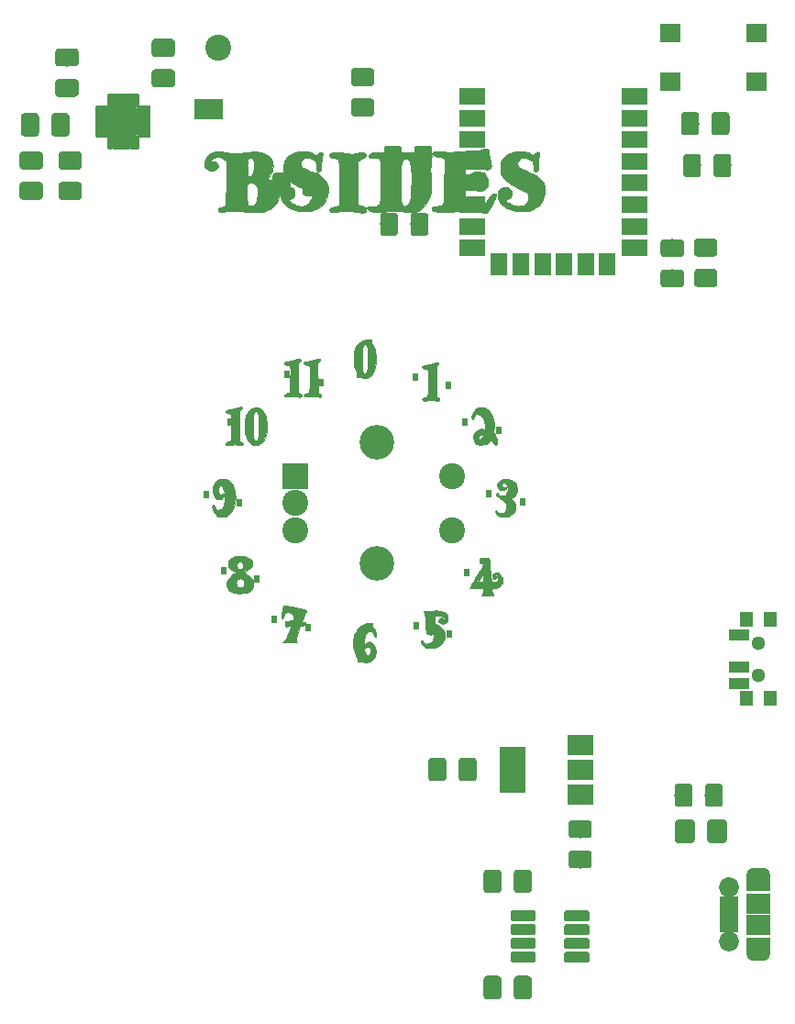
<source format=gbr>
G04 #@! TF.GenerationSoftware,KiCad,Pcbnew,(5.1.4)-1*
G04 #@! TF.CreationDate,2020-06-27T18:01:36-05:00*
G04 #@! TF.ProjectId,8266-dev,38323636-2d64-4657-962e-6b696361645f,rev?*
G04 #@! TF.SameCoordinates,Original*
G04 #@! TF.FileFunction,Soldermask,Bot*
G04 #@! TF.FilePolarity,Negative*
%FSLAX46Y46*%
G04 Gerber Fmt 4.6, Leading zero omitted, Abs format (unit mm)*
G04 Created by KiCad (PCBNEW (5.1.4)-1) date 2020-06-27 18:01:36*
%MOMM*%
%LPD*%
G04 APERTURE LIST*
%ADD10C,0.010000*%
%ADD11R,0.500000X0.700000*%
%ADD12R,0.700000X0.500000*%
%ADD13R,1.500000X2.100000*%
%ADD14R,2.400000X1.600000*%
%ADD15C,0.100000*%
%ADD16C,1.650000*%
%ADD17R,1.400000X1.900000*%
%ADD18R,2.400000X2.400000*%
%ADD19C,2.400000*%
%ADD20C,3.200000*%
%ADD21R,1.200000X1.400000*%
%ADD22R,1.900000X1.100000*%
%ADD23C,1.300000*%
%ADD24C,0.600000*%
%ADD25C,2.700000*%
%ADD26R,1.950000X1.700000*%
%ADD27R,2.300000X1.900000*%
%ADD28C,1.850000*%
%ADD29R,1.750000X0.800000*%
%ADD30O,2.300000X1.600000*%
%ADD31R,2.300000X1.600000*%
%ADD32C,1.000000*%
%ADD33C,1.825000*%
%ADD34R,2.400000X4.200000*%
%ADD35R,2.400000X1.900000*%
G04 APERTURE END LIST*
D10*
G36*
X147298455Y-60659311D02*
G01*
X147323338Y-60661855D01*
X147487299Y-60682121D01*
X147620238Y-60706699D01*
X147733462Y-60739274D01*
X147838277Y-60783530D01*
X147945991Y-60843151D01*
X148016569Y-60887736D01*
X148091676Y-60936016D01*
X148155125Y-60975426D01*
X148197368Y-61000097D01*
X148207234Y-61004952D01*
X148232574Y-60995358D01*
X148280526Y-60961413D01*
X148343790Y-60908723D01*
X148402920Y-60854564D01*
X148474234Y-60789326D01*
X148537014Y-60736818D01*
X148583626Y-60703134D01*
X148604314Y-60693833D01*
X148667890Y-60706006D01*
X148737328Y-60736597D01*
X148796037Y-60776711D01*
X148825458Y-60812394D01*
X148845303Y-60875911D01*
X148844750Y-60943955D01*
X148822556Y-61027838D01*
X148793615Y-61101712D01*
X148776277Y-61144191D01*
X148762768Y-61183881D01*
X148752443Y-61226962D01*
X148744658Y-61279615D01*
X148738767Y-61348023D01*
X148734128Y-61438365D01*
X148730095Y-61556824D01*
X148726025Y-61709581D01*
X148724707Y-61762750D01*
X148720229Y-61930732D01*
X148715735Y-62061986D01*
X148710741Y-62162116D01*
X148704763Y-62236723D01*
X148697315Y-62291412D01*
X148687913Y-62331784D01*
X148676071Y-62363444D01*
X148671999Y-62372023D01*
X148634279Y-62434688D01*
X148589326Y-62471888D01*
X148522014Y-62494486D01*
X148493225Y-62500419D01*
X148428612Y-62505588D01*
X148379593Y-62490423D01*
X148343788Y-62450592D01*
X148318815Y-62381760D01*
X148302296Y-62279593D01*
X148291850Y-62139757D01*
X148291517Y-62133166D01*
X148272705Y-61931745D01*
X148235664Y-61765015D01*
X148176563Y-61627859D01*
X148091574Y-61515161D01*
X147976868Y-61421804D01*
X147828616Y-61342670D01*
X147649085Y-61274642D01*
X147554973Y-61247801D01*
X147460467Y-61227620D01*
X147384550Y-61218082D01*
X147378416Y-61217860D01*
X147251973Y-61234583D01*
X147125166Y-61286576D01*
X147007096Y-61367847D01*
X146906864Y-61472406D01*
X146845791Y-61568491D01*
X146817640Y-61627763D01*
X146803372Y-61675113D01*
X146800947Y-61726629D01*
X146808323Y-61798401D01*
X146812632Y-61829786D01*
X146836433Y-61945861D01*
X146869730Y-62027003D01*
X146880177Y-62042294D01*
X146945123Y-62108338D01*
X147039286Y-62175585D01*
X147165902Y-62245869D01*
X147328209Y-62321027D01*
X147487065Y-62386343D01*
X147688076Y-62469707D01*
X147898179Y-62564253D01*
X148107924Y-62665250D01*
X148307862Y-62767967D01*
X148488543Y-62867675D01*
X148640519Y-62959641D01*
X148667846Y-62977490D01*
X148835765Y-63107757D01*
X148993912Y-63266010D01*
X149132876Y-63441241D01*
X149243249Y-63622440D01*
X149273997Y-63686618D01*
X149317230Y-63822124D01*
X149342546Y-63987446D01*
X149349553Y-64173864D01*
X149337859Y-64372660D01*
X149312677Y-64546166D01*
X149292151Y-64636313D01*
X149260870Y-64749763D01*
X149222360Y-64875841D01*
X149180143Y-65003870D01*
X149137742Y-65123176D01*
X149098681Y-65223082D01*
X149066484Y-65292914D01*
X149065799Y-65294179D01*
X148996243Y-65399379D01*
X148899286Y-65514887D01*
X148784626Y-65630622D01*
X148661961Y-65736501D01*
X148586283Y-65792678D01*
X148499266Y-65848271D01*
X148389252Y-65911994D01*
X148272009Y-65974972D01*
X148188114Y-66016715D01*
X148082012Y-66066061D01*
X147999947Y-66099933D01*
X147928363Y-66122318D01*
X147853700Y-66137203D01*
X147762401Y-66148573D01*
X147727666Y-66152099D01*
X147419555Y-66176264D01*
X147144397Y-66184832D01*
X146905187Y-66177717D01*
X146880316Y-66175905D01*
X146598193Y-66144857D01*
X146347106Y-66097011D01*
X146118364Y-66030196D01*
X145903275Y-65942236D01*
X145857242Y-65919988D01*
X145712707Y-65842267D01*
X145590332Y-65761214D01*
X145475865Y-65666131D01*
X145355057Y-65546320D01*
X145344357Y-65534991D01*
X145195528Y-65358362D01*
X145085327Y-65183896D01*
X145010874Y-65005440D01*
X144969288Y-64816841D01*
X144959734Y-64713419D01*
X144963318Y-64528349D01*
X144996580Y-64371928D01*
X145061014Y-64241222D01*
X145158109Y-64133296D01*
X145289358Y-64045215D01*
X145302887Y-64038166D01*
X145372304Y-64004073D01*
X145428036Y-63982436D01*
X145483729Y-63970437D01*
X145553031Y-63965260D01*
X145649586Y-63964088D01*
X145661782Y-63964083D01*
X145825630Y-63971788D01*
X145955566Y-63996697D01*
X146057442Y-64041495D01*
X146137114Y-64108869D01*
X146200434Y-64201508D01*
X146207203Y-64214432D01*
X146239960Y-64308150D01*
X146259729Y-64425723D01*
X146265598Y-64550810D01*
X146256657Y-64667071D01*
X146236859Y-64746416D01*
X146180832Y-64844859D01*
X146096390Y-64934857D01*
X145994384Y-65008523D01*
X145885664Y-65057970D01*
X145784418Y-65075333D01*
X145736275Y-65088961D01*
X145721285Y-65128559D01*
X145727209Y-65159346D01*
X145751000Y-65191311D01*
X145803535Y-65239823D01*
X145877388Y-65299433D01*
X145965133Y-65364695D01*
X146059341Y-65430161D01*
X146152587Y-65490383D01*
X146237443Y-65539914D01*
X146267166Y-65555409D01*
X146465539Y-65636159D01*
X146670844Y-65686441D01*
X146875521Y-65705840D01*
X147072009Y-65693942D01*
X147252750Y-65650331D01*
X147339462Y-65614272D01*
X147469359Y-65531886D01*
X147584302Y-65422578D01*
X147681214Y-65293319D01*
X147757015Y-65151075D01*
X147808626Y-65002817D01*
X147832969Y-64855513D01*
X147826965Y-64716131D01*
X147789500Y-64595642D01*
X147750810Y-64532160D01*
X147695399Y-64470735D01*
X147619348Y-64408840D01*
X147518741Y-64343950D01*
X147389659Y-64273539D01*
X147228183Y-64195081D01*
X147030396Y-64106050D01*
X147029166Y-64105512D01*
X146710819Y-63959849D01*
X146431495Y-63818141D01*
X146188333Y-63678210D01*
X145978468Y-63537876D01*
X145799039Y-63394962D01*
X145647181Y-63247288D01*
X145520033Y-63092678D01*
X145414731Y-62928951D01*
X145369015Y-62842250D01*
X145287702Y-62649357D01*
X145236246Y-62457421D01*
X145213840Y-62258312D01*
X145219678Y-62043901D01*
X145252956Y-61806058D01*
X145261789Y-61760175D01*
X145324056Y-61544563D01*
X145420780Y-61351148D01*
X145552760Y-61179050D01*
X145720795Y-61027390D01*
X145925683Y-60895289D01*
X146140166Y-60793254D01*
X146395063Y-60709343D01*
X146672232Y-60659142D01*
X146972941Y-60642512D01*
X147298455Y-60659311D01*
X147298455Y-60659311D01*
G37*
X147298455Y-60659311D02*
X147323338Y-60661855D01*
X147487299Y-60682121D01*
X147620238Y-60706699D01*
X147733462Y-60739274D01*
X147838277Y-60783530D01*
X147945991Y-60843151D01*
X148016569Y-60887736D01*
X148091676Y-60936016D01*
X148155125Y-60975426D01*
X148197368Y-61000097D01*
X148207234Y-61004952D01*
X148232574Y-60995358D01*
X148280526Y-60961413D01*
X148343790Y-60908723D01*
X148402920Y-60854564D01*
X148474234Y-60789326D01*
X148537014Y-60736818D01*
X148583626Y-60703134D01*
X148604314Y-60693833D01*
X148667890Y-60706006D01*
X148737328Y-60736597D01*
X148796037Y-60776711D01*
X148825458Y-60812394D01*
X148845303Y-60875911D01*
X148844750Y-60943955D01*
X148822556Y-61027838D01*
X148793615Y-61101712D01*
X148776277Y-61144191D01*
X148762768Y-61183881D01*
X148752443Y-61226962D01*
X148744658Y-61279615D01*
X148738767Y-61348023D01*
X148734128Y-61438365D01*
X148730095Y-61556824D01*
X148726025Y-61709581D01*
X148724707Y-61762750D01*
X148720229Y-61930732D01*
X148715735Y-62061986D01*
X148710741Y-62162116D01*
X148704763Y-62236723D01*
X148697315Y-62291412D01*
X148687913Y-62331784D01*
X148676071Y-62363444D01*
X148671999Y-62372023D01*
X148634279Y-62434688D01*
X148589326Y-62471888D01*
X148522014Y-62494486D01*
X148493225Y-62500419D01*
X148428612Y-62505588D01*
X148379593Y-62490423D01*
X148343788Y-62450592D01*
X148318815Y-62381760D01*
X148302296Y-62279593D01*
X148291850Y-62139757D01*
X148291517Y-62133166D01*
X148272705Y-61931745D01*
X148235664Y-61765015D01*
X148176563Y-61627859D01*
X148091574Y-61515161D01*
X147976868Y-61421804D01*
X147828616Y-61342670D01*
X147649085Y-61274642D01*
X147554973Y-61247801D01*
X147460467Y-61227620D01*
X147384550Y-61218082D01*
X147378416Y-61217860D01*
X147251973Y-61234583D01*
X147125166Y-61286576D01*
X147007096Y-61367847D01*
X146906864Y-61472406D01*
X146845791Y-61568491D01*
X146817640Y-61627763D01*
X146803372Y-61675113D01*
X146800947Y-61726629D01*
X146808323Y-61798401D01*
X146812632Y-61829786D01*
X146836433Y-61945861D01*
X146869730Y-62027003D01*
X146880177Y-62042294D01*
X146945123Y-62108338D01*
X147039286Y-62175585D01*
X147165902Y-62245869D01*
X147328209Y-62321027D01*
X147487065Y-62386343D01*
X147688076Y-62469707D01*
X147898179Y-62564253D01*
X148107924Y-62665250D01*
X148307862Y-62767967D01*
X148488543Y-62867675D01*
X148640519Y-62959641D01*
X148667846Y-62977490D01*
X148835765Y-63107757D01*
X148993912Y-63266010D01*
X149132876Y-63441241D01*
X149243249Y-63622440D01*
X149273997Y-63686618D01*
X149317230Y-63822124D01*
X149342546Y-63987446D01*
X149349553Y-64173864D01*
X149337859Y-64372660D01*
X149312677Y-64546166D01*
X149292151Y-64636313D01*
X149260870Y-64749763D01*
X149222360Y-64875841D01*
X149180143Y-65003870D01*
X149137742Y-65123176D01*
X149098681Y-65223082D01*
X149066484Y-65292914D01*
X149065799Y-65294179D01*
X148996243Y-65399379D01*
X148899286Y-65514887D01*
X148784626Y-65630622D01*
X148661961Y-65736501D01*
X148586283Y-65792678D01*
X148499266Y-65848271D01*
X148389252Y-65911994D01*
X148272009Y-65974972D01*
X148188114Y-66016715D01*
X148082012Y-66066061D01*
X147999947Y-66099933D01*
X147928363Y-66122318D01*
X147853700Y-66137203D01*
X147762401Y-66148573D01*
X147727666Y-66152099D01*
X147419555Y-66176264D01*
X147144397Y-66184832D01*
X146905187Y-66177717D01*
X146880316Y-66175905D01*
X146598193Y-66144857D01*
X146347106Y-66097011D01*
X146118364Y-66030196D01*
X145903275Y-65942236D01*
X145857242Y-65919988D01*
X145712707Y-65842267D01*
X145590332Y-65761214D01*
X145475865Y-65666131D01*
X145355057Y-65546320D01*
X145344357Y-65534991D01*
X145195528Y-65358362D01*
X145085327Y-65183896D01*
X145010874Y-65005440D01*
X144969288Y-64816841D01*
X144959734Y-64713419D01*
X144963318Y-64528349D01*
X144996580Y-64371928D01*
X145061014Y-64241222D01*
X145158109Y-64133296D01*
X145289358Y-64045215D01*
X145302887Y-64038166D01*
X145372304Y-64004073D01*
X145428036Y-63982436D01*
X145483729Y-63970437D01*
X145553031Y-63965260D01*
X145649586Y-63964088D01*
X145661782Y-63964083D01*
X145825630Y-63971788D01*
X145955566Y-63996697D01*
X146057442Y-64041495D01*
X146137114Y-64108869D01*
X146200434Y-64201508D01*
X146207203Y-64214432D01*
X146239960Y-64308150D01*
X146259729Y-64425723D01*
X146265598Y-64550810D01*
X146256657Y-64667071D01*
X146236859Y-64746416D01*
X146180832Y-64844859D01*
X146096390Y-64934857D01*
X145994384Y-65008523D01*
X145885664Y-65057970D01*
X145784418Y-65075333D01*
X145736275Y-65088961D01*
X145721285Y-65128559D01*
X145727209Y-65159346D01*
X145751000Y-65191311D01*
X145803535Y-65239823D01*
X145877388Y-65299433D01*
X145965133Y-65364695D01*
X146059341Y-65430161D01*
X146152587Y-65490383D01*
X146237443Y-65539914D01*
X146267166Y-65555409D01*
X146465539Y-65636159D01*
X146670844Y-65686441D01*
X146875521Y-65705840D01*
X147072009Y-65693942D01*
X147252750Y-65650331D01*
X147339462Y-65614272D01*
X147469359Y-65531886D01*
X147584302Y-65422578D01*
X147681214Y-65293319D01*
X147757015Y-65151075D01*
X147808626Y-65002817D01*
X147832969Y-64855513D01*
X147826965Y-64716131D01*
X147789500Y-64595642D01*
X147750810Y-64532160D01*
X147695399Y-64470735D01*
X147619348Y-64408840D01*
X147518741Y-64343950D01*
X147389659Y-64273539D01*
X147228183Y-64195081D01*
X147030396Y-64106050D01*
X147029166Y-64105512D01*
X146710819Y-63959849D01*
X146431495Y-63818141D01*
X146188333Y-63678210D01*
X145978468Y-63537876D01*
X145799039Y-63394962D01*
X145647181Y-63247288D01*
X145520033Y-63092678D01*
X145414731Y-62928951D01*
X145369015Y-62842250D01*
X145287702Y-62649357D01*
X145236246Y-62457421D01*
X145213840Y-62258312D01*
X145219678Y-62043901D01*
X145252956Y-61806058D01*
X145261789Y-61760175D01*
X145324056Y-61544563D01*
X145420780Y-61351148D01*
X145552760Y-61179050D01*
X145720795Y-61027390D01*
X145925683Y-60895289D01*
X146140166Y-60793254D01*
X146395063Y-60709343D01*
X146672232Y-60659142D01*
X146972941Y-60642512D01*
X147298455Y-60659311D01*
G36*
X127285708Y-60660430D02*
G01*
X127475999Y-60686230D01*
X127635622Y-60721940D01*
X127775797Y-60771349D01*
X127907744Y-60838248D01*
X128014375Y-60906530D01*
X128084704Y-60953769D01*
X128142345Y-60989948D01*
X128178195Y-61009455D01*
X128184371Y-61011333D01*
X128206635Y-60997174D01*
X128250083Y-60959427D01*
X128306735Y-60905185D01*
X128329079Y-60882727D01*
X128415631Y-60798388D01*
X128483409Y-60743220D01*
X128540007Y-60713277D01*
X128593022Y-60704611D01*
X128650049Y-60713278D01*
X128653484Y-60714188D01*
X128740750Y-60750165D01*
X128793628Y-60803762D01*
X128813183Y-60878151D01*
X128800480Y-60976501D01*
X128771456Y-61065235D01*
X128753783Y-61112783D01*
X128739985Y-61156880D01*
X128729389Y-61203880D01*
X128721323Y-61260138D01*
X128715114Y-61332007D01*
X128710090Y-61425842D01*
X128705578Y-61547997D01*
X128700906Y-61704827D01*
X128699874Y-61741583D01*
X128693704Y-61933656D01*
X128686190Y-62087955D01*
X128676024Y-62209038D01*
X128661895Y-62301464D01*
X128642496Y-62369793D01*
X128616518Y-62418582D01*
X128582651Y-62452392D01*
X128539588Y-62475780D01*
X128486018Y-62493306D01*
X128483893Y-62493881D01*
X128413817Y-62505918D01*
X128359816Y-62496911D01*
X128319513Y-62462919D01*
X128290526Y-62400006D01*
X128270476Y-62304232D01*
X128256984Y-62171661D01*
X128253150Y-62112000D01*
X128234452Y-61915997D01*
X128200360Y-61755283D01*
X128146832Y-61624360D01*
X128069827Y-61517734D01*
X127965301Y-61429909D01*
X127829214Y-61355390D01*
X127657522Y-61288681D01*
X127644314Y-61284244D01*
X127481002Y-61238335D01*
X127342992Y-61220364D01*
X127222724Y-61231582D01*
X127112637Y-61273240D01*
X127005173Y-61346588D01*
X126945544Y-61399838D01*
X126857848Y-61494911D01*
X126804059Y-61584485D01*
X126779343Y-61680118D01*
X126778861Y-61793367D01*
X126779187Y-61797356D01*
X126791219Y-61890050D01*
X126813123Y-61969556D01*
X126848866Y-62039175D01*
X126902415Y-62102209D01*
X126977733Y-62161960D01*
X127078788Y-62221729D01*
X127209545Y-62284818D01*
X127373969Y-62354529D01*
X127516200Y-62410975D01*
X127684159Y-62480388D01*
X127867307Y-62562896D01*
X128055920Y-62653590D01*
X128240273Y-62747567D01*
X128410643Y-62839918D01*
X128557306Y-62925737D01*
X128635080Y-62975533D01*
X128785917Y-63092783D01*
X128931176Y-63235156D01*
X129062865Y-63392879D01*
X129172991Y-63556179D01*
X129253561Y-63715283D01*
X129265782Y-63746712D01*
X129283615Y-63820155D01*
X129297107Y-63924646D01*
X129305848Y-64049081D01*
X129309431Y-64182358D01*
X129307446Y-64313373D01*
X129299486Y-64431025D01*
X129292879Y-64483043D01*
X129276911Y-64562439D01*
X129250439Y-64668756D01*
X129216943Y-64788955D01*
X129179905Y-64910002D01*
X129174134Y-64927808D01*
X129098533Y-65135139D01*
X129016503Y-65308319D01*
X128922511Y-65455520D01*
X128811024Y-65584914D01*
X128676506Y-65704674D01*
X128617481Y-65749889D01*
X128385170Y-65904285D01*
X128154482Y-66023659D01*
X127929266Y-66106320D01*
X127713370Y-66150572D01*
X127704000Y-66151627D01*
X127570296Y-66163939D01*
X127421833Y-66174025D01*
X127270444Y-66181397D01*
X127127963Y-66185568D01*
X127006222Y-66186051D01*
X126931416Y-66183435D01*
X126598754Y-66149101D01*
X126298744Y-66091003D01*
X126028364Y-66008170D01*
X125784593Y-65899634D01*
X125564410Y-65764422D01*
X125516122Y-65728944D01*
X125360280Y-65592413D01*
X125218874Y-65433229D01*
X125098839Y-65261000D01*
X125007112Y-65085337D01*
X124962389Y-64961779D01*
X124937201Y-64836179D01*
X124926275Y-64695066D01*
X124929670Y-64554453D01*
X124947446Y-64430350D01*
X124960269Y-64383807D01*
X125023482Y-64256463D01*
X125119696Y-64141544D01*
X125239636Y-64049286D01*
X125286472Y-64023770D01*
X125344637Y-63997205D01*
X125396439Y-63980022D01*
X125453891Y-63970215D01*
X125529008Y-63965778D01*
X125633804Y-63964706D01*
X125640250Y-63964704D01*
X125746399Y-63965628D01*
X125821743Y-63969668D01*
X125877790Y-63978753D01*
X125926052Y-63994811D01*
X125978038Y-64019771D01*
X125982350Y-64022025D01*
X126080704Y-64086700D01*
X126151434Y-64166566D01*
X126198923Y-64269153D01*
X126227551Y-64401992D01*
X126233627Y-64453963D01*
X126238158Y-64560196D01*
X126231277Y-64653249D01*
X126224616Y-64685853D01*
X126171823Y-64807690D01*
X126087469Y-64915050D01*
X125980419Y-65000150D01*
X125859540Y-65055208D01*
X125786686Y-65070297D01*
X125727281Y-65080409D01*
X125687956Y-65093455D01*
X125681118Y-65098870D01*
X125682345Y-65134798D01*
X125716391Y-65185093D01*
X125777780Y-65246074D01*
X125861036Y-65314064D01*
X125960683Y-65385384D01*
X126071246Y-65456356D01*
X126187247Y-65523302D01*
X126303211Y-65582542D01*
X126413662Y-65630399D01*
X126513124Y-65663193D01*
X126526006Y-65666408D01*
X126731597Y-65700186D01*
X126932481Y-65704348D01*
X127120186Y-65679493D01*
X127286240Y-65626218D01*
X127319641Y-65610432D01*
X127448912Y-65523669D01*
X127566557Y-65403818D01*
X127666547Y-65259752D01*
X127742852Y-65100345D01*
X127789445Y-64934469D01*
X127792838Y-64913998D01*
X127802469Y-64796716D01*
X127791458Y-64692259D01*
X127756974Y-64597594D01*
X127696189Y-64509685D01*
X127606272Y-64425499D01*
X127484395Y-64341999D01*
X127327729Y-64256153D01*
X127133444Y-64164924D01*
X127067649Y-64136159D01*
X126760429Y-63998353D01*
X126491118Y-63865871D01*
X126255972Y-63736468D01*
X126051248Y-63607900D01*
X125873205Y-63477921D01*
X125718098Y-63344287D01*
X125670590Y-63298286D01*
X125498067Y-63105106D01*
X125364245Y-62906606D01*
X125268141Y-62699197D01*
X125208774Y-62479292D01*
X125185161Y-62243304D01*
X125196322Y-61987645D01*
X125238832Y-61720416D01*
X125302677Y-61513725D01*
X125404633Y-61324973D01*
X125544228Y-61154684D01*
X125720988Y-61003379D01*
X125934441Y-60871582D01*
X126063583Y-60809243D01*
X126289713Y-60728901D01*
X126543270Y-60674486D01*
X126817603Y-60646809D01*
X127106062Y-60646679D01*
X127285708Y-60660430D01*
X127285708Y-60660430D01*
G37*
X127285708Y-60660430D02*
X127475999Y-60686230D01*
X127635622Y-60721940D01*
X127775797Y-60771349D01*
X127907744Y-60838248D01*
X128014375Y-60906530D01*
X128084704Y-60953769D01*
X128142345Y-60989948D01*
X128178195Y-61009455D01*
X128184371Y-61011333D01*
X128206635Y-60997174D01*
X128250083Y-60959427D01*
X128306735Y-60905185D01*
X128329079Y-60882727D01*
X128415631Y-60798388D01*
X128483409Y-60743220D01*
X128540007Y-60713277D01*
X128593022Y-60704611D01*
X128650049Y-60713278D01*
X128653484Y-60714188D01*
X128740750Y-60750165D01*
X128793628Y-60803762D01*
X128813183Y-60878151D01*
X128800480Y-60976501D01*
X128771456Y-61065235D01*
X128753783Y-61112783D01*
X128739985Y-61156880D01*
X128729389Y-61203880D01*
X128721323Y-61260138D01*
X128715114Y-61332007D01*
X128710090Y-61425842D01*
X128705578Y-61547997D01*
X128700906Y-61704827D01*
X128699874Y-61741583D01*
X128693704Y-61933656D01*
X128686190Y-62087955D01*
X128676024Y-62209038D01*
X128661895Y-62301464D01*
X128642496Y-62369793D01*
X128616518Y-62418582D01*
X128582651Y-62452392D01*
X128539588Y-62475780D01*
X128486018Y-62493306D01*
X128483893Y-62493881D01*
X128413817Y-62505918D01*
X128359816Y-62496911D01*
X128319513Y-62462919D01*
X128290526Y-62400006D01*
X128270476Y-62304232D01*
X128256984Y-62171661D01*
X128253150Y-62112000D01*
X128234452Y-61915997D01*
X128200360Y-61755283D01*
X128146832Y-61624360D01*
X128069827Y-61517734D01*
X127965301Y-61429909D01*
X127829214Y-61355390D01*
X127657522Y-61288681D01*
X127644314Y-61284244D01*
X127481002Y-61238335D01*
X127342992Y-61220364D01*
X127222724Y-61231582D01*
X127112637Y-61273240D01*
X127005173Y-61346588D01*
X126945544Y-61399838D01*
X126857848Y-61494911D01*
X126804059Y-61584485D01*
X126779343Y-61680118D01*
X126778861Y-61793367D01*
X126779187Y-61797356D01*
X126791219Y-61890050D01*
X126813123Y-61969556D01*
X126848866Y-62039175D01*
X126902415Y-62102209D01*
X126977733Y-62161960D01*
X127078788Y-62221729D01*
X127209545Y-62284818D01*
X127373969Y-62354529D01*
X127516200Y-62410975D01*
X127684159Y-62480388D01*
X127867307Y-62562896D01*
X128055920Y-62653590D01*
X128240273Y-62747567D01*
X128410643Y-62839918D01*
X128557306Y-62925737D01*
X128635080Y-62975533D01*
X128785917Y-63092783D01*
X128931176Y-63235156D01*
X129062865Y-63392879D01*
X129172991Y-63556179D01*
X129253561Y-63715283D01*
X129265782Y-63746712D01*
X129283615Y-63820155D01*
X129297107Y-63924646D01*
X129305848Y-64049081D01*
X129309431Y-64182358D01*
X129307446Y-64313373D01*
X129299486Y-64431025D01*
X129292879Y-64483043D01*
X129276911Y-64562439D01*
X129250439Y-64668756D01*
X129216943Y-64788955D01*
X129179905Y-64910002D01*
X129174134Y-64927808D01*
X129098533Y-65135139D01*
X129016503Y-65308319D01*
X128922511Y-65455520D01*
X128811024Y-65584914D01*
X128676506Y-65704674D01*
X128617481Y-65749889D01*
X128385170Y-65904285D01*
X128154482Y-66023659D01*
X127929266Y-66106320D01*
X127713370Y-66150572D01*
X127704000Y-66151627D01*
X127570296Y-66163939D01*
X127421833Y-66174025D01*
X127270444Y-66181397D01*
X127127963Y-66185568D01*
X127006222Y-66186051D01*
X126931416Y-66183435D01*
X126598754Y-66149101D01*
X126298744Y-66091003D01*
X126028364Y-66008170D01*
X125784593Y-65899634D01*
X125564410Y-65764422D01*
X125516122Y-65728944D01*
X125360280Y-65592413D01*
X125218874Y-65433229D01*
X125098839Y-65261000D01*
X125007112Y-65085337D01*
X124962389Y-64961779D01*
X124937201Y-64836179D01*
X124926275Y-64695066D01*
X124929670Y-64554453D01*
X124947446Y-64430350D01*
X124960269Y-64383807D01*
X125023482Y-64256463D01*
X125119696Y-64141544D01*
X125239636Y-64049286D01*
X125286472Y-64023770D01*
X125344637Y-63997205D01*
X125396439Y-63980022D01*
X125453891Y-63970215D01*
X125529008Y-63965778D01*
X125633804Y-63964706D01*
X125640250Y-63964704D01*
X125746399Y-63965628D01*
X125821743Y-63969668D01*
X125877790Y-63978753D01*
X125926052Y-63994811D01*
X125978038Y-64019771D01*
X125982350Y-64022025D01*
X126080704Y-64086700D01*
X126151434Y-64166566D01*
X126198923Y-64269153D01*
X126227551Y-64401992D01*
X126233627Y-64453963D01*
X126238158Y-64560196D01*
X126231277Y-64653249D01*
X126224616Y-64685853D01*
X126171823Y-64807690D01*
X126087469Y-64915050D01*
X125980419Y-65000150D01*
X125859540Y-65055208D01*
X125786686Y-65070297D01*
X125727281Y-65080409D01*
X125687956Y-65093455D01*
X125681118Y-65098870D01*
X125682345Y-65134798D01*
X125716391Y-65185093D01*
X125777780Y-65246074D01*
X125861036Y-65314064D01*
X125960683Y-65385384D01*
X126071246Y-65456356D01*
X126187247Y-65523302D01*
X126303211Y-65582542D01*
X126413662Y-65630399D01*
X126513124Y-65663193D01*
X126526006Y-65666408D01*
X126731597Y-65700186D01*
X126932481Y-65704348D01*
X127120186Y-65679493D01*
X127286240Y-65626218D01*
X127319641Y-65610432D01*
X127448912Y-65523669D01*
X127566557Y-65403818D01*
X127666547Y-65259752D01*
X127742852Y-65100345D01*
X127789445Y-64934469D01*
X127792838Y-64913998D01*
X127802469Y-64796716D01*
X127791458Y-64692259D01*
X127756974Y-64597594D01*
X127696189Y-64509685D01*
X127606272Y-64425499D01*
X127484395Y-64341999D01*
X127327729Y-64256153D01*
X127133444Y-64164924D01*
X127067649Y-64136159D01*
X126760429Y-63998353D01*
X126491118Y-63865871D01*
X126255972Y-63736468D01*
X126051248Y-63607900D01*
X125873205Y-63477921D01*
X125718098Y-63344287D01*
X125670590Y-63298286D01*
X125498067Y-63105106D01*
X125364245Y-62906606D01*
X125268141Y-62699197D01*
X125208774Y-62479292D01*
X125185161Y-62243304D01*
X125196322Y-61987645D01*
X125238832Y-61720416D01*
X125302677Y-61513725D01*
X125404633Y-61324973D01*
X125544228Y-61154684D01*
X125720988Y-61003379D01*
X125934441Y-60871582D01*
X126063583Y-60809243D01*
X126289713Y-60728901D01*
X126543270Y-60674486D01*
X126817603Y-60646809D01*
X127106062Y-60646679D01*
X127285708Y-60660430D01*
G36*
X137068000Y-60721817D02*
G01*
X137212796Y-60731640D01*
X137469413Y-60777862D01*
X137703427Y-60858235D01*
X137915118Y-60973110D01*
X138104770Y-61122839D01*
X138272662Y-61307774D01*
X138419077Y-61528265D01*
X138544296Y-61784665D01*
X138648601Y-62077325D01*
X138732273Y-62406597D01*
X138784160Y-62694083D01*
X138807451Y-62874938D01*
X138826462Y-63078135D01*
X138840734Y-63292881D01*
X138849802Y-63508388D01*
X138853205Y-63713864D01*
X138850482Y-63898519D01*
X138841931Y-64043376D01*
X138789138Y-64413685D01*
X138699784Y-64763311D01*
X138574034Y-65091807D01*
X138412052Y-65398728D01*
X138254154Y-65631539D01*
X138078580Y-65834491D01*
X137886680Y-65998459D01*
X137678236Y-66123611D01*
X137521716Y-66188433D01*
X137400407Y-66222803D01*
X137268584Y-66244672D01*
X137119282Y-66254384D01*
X136945538Y-66252283D01*
X136740386Y-66238712D01*
X136657500Y-66231084D01*
X136522883Y-66219058D01*
X136359851Y-66206236D01*
X136182284Y-66193609D01*
X136004060Y-66182163D01*
X135842583Y-66173068D01*
X135724109Y-66167191D01*
X135621078Y-66162867D01*
X135527388Y-66160294D01*
X135436935Y-66159667D01*
X135343615Y-66161181D01*
X135241326Y-66165033D01*
X135123963Y-66171418D01*
X134985424Y-66180532D01*
X134819606Y-66192571D01*
X134620404Y-66207731D01*
X134519666Y-66215514D01*
X134333095Y-66229877D01*
X134159486Y-66243084D01*
X134003418Y-66254798D01*
X133869472Y-66264682D01*
X133762227Y-66272399D01*
X133686263Y-66277614D01*
X133646159Y-66279990D01*
X133641250Y-66280076D01*
X133612112Y-66274860D01*
X133552585Y-66262503D01*
X133473549Y-66245291D01*
X133440166Y-66237840D01*
X133293427Y-66197126D01*
X133158995Y-66145163D01*
X133045866Y-66086186D01*
X132963039Y-66024428D01*
X132944056Y-66004359D01*
X132899279Y-65927182D01*
X132890249Y-65850476D01*
X132916960Y-65783105D01*
X132944239Y-65755276D01*
X133021017Y-65716294D01*
X133117180Y-65696514D01*
X133213030Y-65698867D01*
X133254290Y-65709121D01*
X133332045Y-65728200D01*
X133432235Y-65741346D01*
X133540303Y-65747862D01*
X133641694Y-65747051D01*
X133721850Y-65738217D01*
X133743870Y-65732560D01*
X133860705Y-65672076D01*
X133960593Y-65574756D01*
X134040968Y-65443583D01*
X134082076Y-65339916D01*
X134095471Y-65294962D01*
X134107173Y-65245354D01*
X134117260Y-65188272D01*
X134125811Y-65120894D01*
X134132903Y-65040401D01*
X134138614Y-64943970D01*
X134143021Y-64828781D01*
X134146202Y-64692013D01*
X134148235Y-64530845D01*
X134148558Y-64467572D01*
X135993739Y-64467572D01*
X135994039Y-64629394D01*
X135995115Y-64761623D01*
X135997091Y-64868505D01*
X136000097Y-64954287D01*
X136004258Y-65023216D01*
X136009702Y-65079537D01*
X136016556Y-65127496D01*
X136024947Y-65171341D01*
X136029461Y-65191750D01*
X136082086Y-65377159D01*
X136145852Y-65521781D01*
X136220746Y-65625602D01*
X136306754Y-65688608D01*
X136403860Y-65710783D01*
X136512051Y-65692114D01*
X136523830Y-65687868D01*
X136624892Y-65627373D01*
X136715136Y-65526136D01*
X136794609Y-65384086D01*
X136863357Y-65201154D01*
X136876900Y-65155924D01*
X136900144Y-65069227D01*
X136919767Y-64981003D01*
X136936344Y-64885794D01*
X136950447Y-64778141D01*
X136962651Y-64652586D01*
X136973530Y-64503669D01*
X136983657Y-64325931D01*
X136993606Y-64113915D01*
X136998430Y-63999731D01*
X137007308Y-63727615D01*
X137011958Y-63452223D01*
X137012489Y-63180953D01*
X137009010Y-62921199D01*
X137001627Y-62680357D01*
X136990448Y-62465823D01*
X136975582Y-62284992D01*
X136973100Y-62261764D01*
X136937829Y-62009739D01*
X136891974Y-61797893D01*
X136835033Y-61625286D01*
X136766502Y-61490982D01*
X136685877Y-61394042D01*
X136592656Y-61333528D01*
X136486334Y-61308502D01*
X136461084Y-61307666D01*
X136397872Y-61310706D01*
X136352113Y-61324938D01*
X136307192Y-61358035D01*
X136266268Y-61397625D01*
X136186597Y-61503832D01*
X136125219Y-61644341D01*
X136081416Y-61821030D01*
X136066136Y-61921500D01*
X136053087Y-62048945D01*
X136041028Y-62215094D01*
X136030081Y-62416329D01*
X136020368Y-62649028D01*
X136012010Y-62909571D01*
X136005129Y-63194339D01*
X135999847Y-63499712D01*
X135996285Y-63822069D01*
X135994954Y-64038166D01*
X135994086Y-64271912D01*
X135993739Y-64467572D01*
X134148558Y-64467572D01*
X134149198Y-64342456D01*
X134149168Y-64124024D01*
X134148224Y-63872730D01*
X134146442Y-63585752D01*
X134143900Y-63260268D01*
X134142829Y-63134813D01*
X134140139Y-62827164D01*
X134137710Y-62559020D01*
X134135447Y-62327554D01*
X134133256Y-62129941D01*
X134131039Y-61963354D01*
X134128703Y-61824966D01*
X134126151Y-61711950D01*
X134123289Y-61621480D01*
X134120020Y-61550730D01*
X134116250Y-61496872D01*
X134111883Y-61457081D01*
X134106824Y-61428530D01*
X134100977Y-61408392D01*
X134094247Y-61393841D01*
X134086538Y-61382050D01*
X134083537Y-61377980D01*
X134027965Y-61316364D01*
X133963544Y-61273548D01*
X133883910Y-61248297D01*
X133782700Y-61239377D01*
X133653550Y-61245554D01*
X133498078Y-61264441D01*
X133361303Y-61278936D01*
X133257143Y-61277151D01*
X133178764Y-61258164D01*
X133119331Y-61221051D01*
X133109718Y-61211976D01*
X133064637Y-61140527D01*
X133057365Y-61060815D01*
X133087181Y-60982120D01*
X133131515Y-60931029D01*
X133226889Y-60867481D01*
X133355439Y-60812356D01*
X133508290Y-60769191D01*
X133566731Y-60757412D01*
X133637558Y-60750008D01*
X133742686Y-60746261D01*
X133875686Y-60745835D01*
X134030127Y-60748394D01*
X134199581Y-60753602D01*
X134377616Y-60761122D01*
X134557804Y-60770619D01*
X134733714Y-60781756D01*
X134898917Y-60794197D01*
X135046982Y-60807606D01*
X135171479Y-60821646D01*
X135265980Y-60835982D01*
X135320832Y-60849120D01*
X135352739Y-60857885D01*
X135390655Y-60862584D01*
X135440833Y-60862846D01*
X135509526Y-60858304D01*
X135602987Y-60848587D01*
X135727471Y-60833328D01*
X135842606Y-60818334D01*
X136160330Y-60778887D01*
X136439371Y-60749661D01*
X136682089Y-60730507D01*
X136890845Y-60721275D01*
X137068000Y-60721817D01*
X137068000Y-60721817D01*
G37*
X137068000Y-60721817D02*
X137212796Y-60731640D01*
X137469413Y-60777862D01*
X137703427Y-60858235D01*
X137915118Y-60973110D01*
X138104770Y-61122839D01*
X138272662Y-61307774D01*
X138419077Y-61528265D01*
X138544296Y-61784665D01*
X138648601Y-62077325D01*
X138732273Y-62406597D01*
X138784160Y-62694083D01*
X138807451Y-62874938D01*
X138826462Y-63078135D01*
X138840734Y-63292881D01*
X138849802Y-63508388D01*
X138853205Y-63713864D01*
X138850482Y-63898519D01*
X138841931Y-64043376D01*
X138789138Y-64413685D01*
X138699784Y-64763311D01*
X138574034Y-65091807D01*
X138412052Y-65398728D01*
X138254154Y-65631539D01*
X138078580Y-65834491D01*
X137886680Y-65998459D01*
X137678236Y-66123611D01*
X137521716Y-66188433D01*
X137400407Y-66222803D01*
X137268584Y-66244672D01*
X137119282Y-66254384D01*
X136945538Y-66252283D01*
X136740386Y-66238712D01*
X136657500Y-66231084D01*
X136522883Y-66219058D01*
X136359851Y-66206236D01*
X136182284Y-66193609D01*
X136004060Y-66182163D01*
X135842583Y-66173068D01*
X135724109Y-66167191D01*
X135621078Y-66162867D01*
X135527388Y-66160294D01*
X135436935Y-66159667D01*
X135343615Y-66161181D01*
X135241326Y-66165033D01*
X135123963Y-66171418D01*
X134985424Y-66180532D01*
X134819606Y-66192571D01*
X134620404Y-66207731D01*
X134519666Y-66215514D01*
X134333095Y-66229877D01*
X134159486Y-66243084D01*
X134003418Y-66254798D01*
X133869472Y-66264682D01*
X133762227Y-66272399D01*
X133686263Y-66277614D01*
X133646159Y-66279990D01*
X133641250Y-66280076D01*
X133612112Y-66274860D01*
X133552585Y-66262503D01*
X133473549Y-66245291D01*
X133440166Y-66237840D01*
X133293427Y-66197126D01*
X133158995Y-66145163D01*
X133045866Y-66086186D01*
X132963039Y-66024428D01*
X132944056Y-66004359D01*
X132899279Y-65927182D01*
X132890249Y-65850476D01*
X132916960Y-65783105D01*
X132944239Y-65755276D01*
X133021017Y-65716294D01*
X133117180Y-65696514D01*
X133213030Y-65698867D01*
X133254290Y-65709121D01*
X133332045Y-65728200D01*
X133432235Y-65741346D01*
X133540303Y-65747862D01*
X133641694Y-65747051D01*
X133721850Y-65738217D01*
X133743870Y-65732560D01*
X133860705Y-65672076D01*
X133960593Y-65574756D01*
X134040968Y-65443583D01*
X134082076Y-65339916D01*
X134095471Y-65294962D01*
X134107173Y-65245354D01*
X134117260Y-65188272D01*
X134125811Y-65120894D01*
X134132903Y-65040401D01*
X134138614Y-64943970D01*
X134143021Y-64828781D01*
X134146202Y-64692013D01*
X134148235Y-64530845D01*
X134148558Y-64467572D01*
X135993739Y-64467572D01*
X135994039Y-64629394D01*
X135995115Y-64761623D01*
X135997091Y-64868505D01*
X136000097Y-64954287D01*
X136004258Y-65023216D01*
X136009702Y-65079537D01*
X136016556Y-65127496D01*
X136024947Y-65171341D01*
X136029461Y-65191750D01*
X136082086Y-65377159D01*
X136145852Y-65521781D01*
X136220746Y-65625602D01*
X136306754Y-65688608D01*
X136403860Y-65710783D01*
X136512051Y-65692114D01*
X136523830Y-65687868D01*
X136624892Y-65627373D01*
X136715136Y-65526136D01*
X136794609Y-65384086D01*
X136863357Y-65201154D01*
X136876900Y-65155924D01*
X136900144Y-65069227D01*
X136919767Y-64981003D01*
X136936344Y-64885794D01*
X136950447Y-64778141D01*
X136962651Y-64652586D01*
X136973530Y-64503669D01*
X136983657Y-64325931D01*
X136993606Y-64113915D01*
X136998430Y-63999731D01*
X137007308Y-63727615D01*
X137011958Y-63452223D01*
X137012489Y-63180953D01*
X137009010Y-62921199D01*
X137001627Y-62680357D01*
X136990448Y-62465823D01*
X136975582Y-62284992D01*
X136973100Y-62261764D01*
X136937829Y-62009739D01*
X136891974Y-61797893D01*
X136835033Y-61625286D01*
X136766502Y-61490982D01*
X136685877Y-61394042D01*
X136592656Y-61333528D01*
X136486334Y-61308502D01*
X136461084Y-61307666D01*
X136397872Y-61310706D01*
X136352113Y-61324938D01*
X136307192Y-61358035D01*
X136266268Y-61397625D01*
X136186597Y-61503832D01*
X136125219Y-61644341D01*
X136081416Y-61821030D01*
X136066136Y-61921500D01*
X136053087Y-62048945D01*
X136041028Y-62215094D01*
X136030081Y-62416329D01*
X136020368Y-62649028D01*
X136012010Y-62909571D01*
X136005129Y-63194339D01*
X135999847Y-63499712D01*
X135996285Y-63822069D01*
X135994954Y-64038166D01*
X135994086Y-64271912D01*
X135993739Y-64467572D01*
X134148558Y-64467572D01*
X134149198Y-64342456D01*
X134149168Y-64124024D01*
X134148224Y-63872730D01*
X134146442Y-63585752D01*
X134143900Y-63260268D01*
X134142829Y-63134813D01*
X134140139Y-62827164D01*
X134137710Y-62559020D01*
X134135447Y-62327554D01*
X134133256Y-62129941D01*
X134131039Y-61963354D01*
X134128703Y-61824966D01*
X134126151Y-61711950D01*
X134123289Y-61621480D01*
X134120020Y-61550730D01*
X134116250Y-61496872D01*
X134111883Y-61457081D01*
X134106824Y-61428530D01*
X134100977Y-61408392D01*
X134094247Y-61393841D01*
X134086538Y-61382050D01*
X134083537Y-61377980D01*
X134027965Y-61316364D01*
X133963544Y-61273548D01*
X133883910Y-61248297D01*
X133782700Y-61239377D01*
X133653550Y-61245554D01*
X133498078Y-61264441D01*
X133361303Y-61278936D01*
X133257143Y-61277151D01*
X133178764Y-61258164D01*
X133119331Y-61221051D01*
X133109718Y-61211976D01*
X133064637Y-61140527D01*
X133057365Y-61060815D01*
X133087181Y-60982120D01*
X133131515Y-60931029D01*
X133226889Y-60867481D01*
X133355439Y-60812356D01*
X133508290Y-60769191D01*
X133566731Y-60757412D01*
X133637558Y-60750008D01*
X133742686Y-60746261D01*
X133875686Y-60745835D01*
X134030127Y-60748394D01*
X134199581Y-60753602D01*
X134377616Y-60761122D01*
X134557804Y-60770619D01*
X134733714Y-60781756D01*
X134898917Y-60794197D01*
X135046982Y-60807606D01*
X135171479Y-60821646D01*
X135265980Y-60835982D01*
X135320832Y-60849120D01*
X135352739Y-60857885D01*
X135390655Y-60862584D01*
X135440833Y-60862846D01*
X135509526Y-60858304D01*
X135602987Y-60848587D01*
X135727471Y-60833328D01*
X135842606Y-60818334D01*
X136160330Y-60778887D01*
X136439371Y-60749661D01*
X136682089Y-60730507D01*
X136890845Y-60721275D01*
X137068000Y-60721817D01*
G36*
X119346691Y-60671082D02*
G01*
X119550528Y-60693204D01*
X119788574Y-60728324D01*
X119810856Y-60731940D01*
X119937120Y-60752239D01*
X120042891Y-60768024D01*
X120136529Y-60779860D01*
X120226392Y-60788314D01*
X120320838Y-60793951D01*
X120428228Y-60797336D01*
X120556919Y-60799037D01*
X120715270Y-60799618D01*
X120811331Y-60799666D01*
X121002639Y-60799123D01*
X121158975Y-60797251D01*
X121287690Y-60793689D01*
X121396137Y-60788076D01*
X121491664Y-60780047D01*
X121581625Y-60769243D01*
X121656459Y-60758048D01*
X122028948Y-60709097D01*
X122371838Y-60686404D01*
X122684200Y-60689960D01*
X122965105Y-60719759D01*
X123192300Y-60769589D01*
X123443334Y-60857491D01*
X123658984Y-60968556D01*
X123839225Y-61102765D01*
X123984032Y-61260099D01*
X124092214Y-61438100D01*
X124150227Y-61572066D01*
X124187589Y-61695395D01*
X124207940Y-61824691D01*
X124214917Y-61976557D01*
X124215032Y-61998540D01*
X124194502Y-62240021D01*
X124132985Y-62480121D01*
X124031770Y-62715273D01*
X123892145Y-62941910D01*
X123856692Y-62989893D01*
X123803417Y-63062173D01*
X123762719Y-63121956D01*
X123739706Y-63161462D01*
X123736713Y-63172702D01*
X123761287Y-63185356D01*
X123811037Y-63198859D01*
X123823805Y-63201416D01*
X123951820Y-63243433D01*
X124087820Y-63320084D01*
X124225994Y-63425981D01*
X124360533Y-63555734D01*
X124485627Y-63703956D01*
X124595468Y-63865257D01*
X124654689Y-63972096D01*
X124739327Y-64185421D01*
X124787706Y-64413020D01*
X124800206Y-64647957D01*
X124777205Y-64883299D01*
X124719083Y-65112111D01*
X124626219Y-65327459D01*
X124575823Y-65414000D01*
X124452111Y-65576474D01*
X124294056Y-65732441D01*
X124109639Y-65876385D01*
X123906840Y-66002786D01*
X123693638Y-66106130D01*
X123478013Y-66180899D01*
X123459383Y-66185876D01*
X123326411Y-66213832D01*
X123165180Y-66237372D01*
X122989645Y-66255234D01*
X122813762Y-66266153D01*
X122651488Y-66268866D01*
X122571083Y-66266293D01*
X122525665Y-66263453D01*
X122443587Y-66257983D01*
X122330412Y-66250266D01*
X122191707Y-66240688D01*
X122033036Y-66229631D01*
X121859963Y-66217481D01*
X121692666Y-66205657D01*
X121307752Y-66181264D01*
X120960848Y-66165536D01*
X120648523Y-66158493D01*
X120367345Y-66160152D01*
X120113883Y-66170534D01*
X119884706Y-66189656D01*
X119681833Y-66216658D01*
X119566275Y-66233350D01*
X119461660Y-66245032D01*
X119377910Y-66250803D01*
X119324946Y-66249763D01*
X119322000Y-66249300D01*
X119235431Y-66216922D01*
X119175112Y-66161117D01*
X119143096Y-66090839D01*
X119141438Y-66015043D01*
X119172192Y-65942683D01*
X119237411Y-65882714D01*
X119237852Y-65882445D01*
X119285860Y-65861226D01*
X119363229Y-65835678D01*
X119457769Y-65809577D01*
X119524550Y-65793679D01*
X119623106Y-65769218D01*
X119704931Y-65743998D01*
X119760562Y-65721168D01*
X119777955Y-65709369D01*
X119800624Y-65675448D01*
X119820027Y-65625368D01*
X119836534Y-65555688D01*
X119850515Y-65462964D01*
X119862340Y-65343755D01*
X119872380Y-65194617D01*
X119881004Y-65012108D01*
X119888584Y-64792785D01*
X119892801Y-64641416D01*
X119901728Y-64296358D01*
X121831225Y-64296358D01*
X121831445Y-64493705D01*
X121831472Y-64510766D01*
X121832653Y-64762259D01*
X121835487Y-64974621D01*
X121840213Y-65151027D01*
X121847068Y-65294656D01*
X121856292Y-65408685D01*
X121868122Y-65496291D01*
X121882799Y-65560651D01*
X121900560Y-65604943D01*
X121915214Y-65625995D01*
X121978305Y-65666730D01*
X122067160Y-65686050D01*
X122171437Y-65684644D01*
X122280793Y-65663197D01*
X122384888Y-65622398D01*
X122437091Y-65591310D01*
X122536024Y-65499519D01*
X122623215Y-65371653D01*
X122696901Y-65212779D01*
X122755317Y-65027961D01*
X122796700Y-64822267D01*
X122819287Y-64600761D01*
X122823007Y-64482666D01*
X122822664Y-64360479D01*
X122818489Y-64268245D01*
X122809093Y-64193655D01*
X122793082Y-64124398D01*
X122776346Y-64069916D01*
X122704157Y-63899660D01*
X122610279Y-63758045D01*
X122498202Y-63649943D01*
X122453999Y-63620125D01*
X122380943Y-63580183D01*
X122317897Y-63559385D01*
X122243540Y-63551922D01*
X122201603Y-63551366D01*
X122067424Y-63564220D01*
X121963067Y-63603885D01*
X121884226Y-63672121D01*
X121874087Y-63685266D01*
X121862618Y-63702303D01*
X121853355Y-63721809D01*
X121846071Y-63748176D01*
X121840538Y-63785794D01*
X121836531Y-63839055D01*
X121833823Y-63912351D01*
X121832187Y-64010072D01*
X121831397Y-64136611D01*
X121831225Y-64296358D01*
X119901728Y-64296358D01*
X119903471Y-64229018D01*
X119913024Y-63856801D01*
X119921483Y-63522630D01*
X119928870Y-63224369D01*
X119935209Y-62959880D01*
X119940523Y-62727028D01*
X119944832Y-62523676D01*
X119948161Y-62347689D01*
X119950532Y-62196930D01*
X119951967Y-62069262D01*
X119952489Y-61962550D01*
X119952309Y-61919328D01*
X121842877Y-61919328D01*
X121843720Y-62068052D01*
X121845223Y-62234333D01*
X121847152Y-62415990D01*
X121849215Y-62560082D01*
X121851740Y-62671380D01*
X121855054Y-62754650D01*
X121859481Y-62814662D01*
X121865349Y-62856184D01*
X121872983Y-62883985D01*
X121882711Y-62902834D01*
X121891738Y-62914144D01*
X121946131Y-62946406D01*
X122023495Y-62958930D01*
X122109048Y-62951123D01*
X122181757Y-62925749D01*
X122255949Y-62865742D01*
X122322637Y-62769778D01*
X122380301Y-62643808D01*
X122427418Y-62493784D01*
X122462471Y-62325656D01*
X122483937Y-62145376D01*
X122490297Y-61958896D01*
X122480029Y-61772165D01*
X122478988Y-61762338D01*
X122451658Y-61590868D01*
X122410329Y-61457795D01*
X122353615Y-61361105D01*
X122280131Y-61298783D01*
X122188493Y-61268816D01*
X122137166Y-61265333D01*
X122042513Y-61274846D01*
X121973961Y-61307671D01*
X121923304Y-61370232D01*
X121884131Y-61463517D01*
X121871245Y-61504355D01*
X121861151Y-61544136D01*
X121853574Y-61588350D01*
X121848234Y-61642487D01*
X121844856Y-61712035D01*
X121843163Y-61802486D01*
X121842877Y-61919328D01*
X119952309Y-61919328D01*
X119952121Y-61874657D01*
X119950886Y-61803447D01*
X119948805Y-61746784D01*
X119945902Y-61702531D01*
X119942199Y-61668553D01*
X119937720Y-61642712D01*
X119932485Y-61622873D01*
X119926519Y-61606900D01*
X119924986Y-61603414D01*
X119859644Y-61500513D01*
X119761662Y-61399696D01*
X119640489Y-61307609D01*
X119505572Y-61230897D01*
X119366359Y-61176205D01*
X119291673Y-61157971D01*
X119143554Y-61147973D01*
X118991230Y-61168299D01*
X118845441Y-61215440D01*
X118716924Y-61285887D01*
X118616421Y-61376129D01*
X118613557Y-61379585D01*
X118570492Y-61439007D01*
X118528337Y-61508425D01*
X118492244Y-61577615D01*
X118467366Y-61636355D01*
X118458853Y-61674421D01*
X118461317Y-61681706D01*
X118483267Y-61677266D01*
X118524723Y-61653028D01*
X118538475Y-61643250D01*
X118588572Y-61614244D01*
X118650686Y-61596832D01*
X118738568Y-61587472D01*
X118759515Y-61586301D01*
X118839691Y-61583078D01*
X118891263Y-61586200D01*
X118927909Y-61599851D01*
X118963304Y-61628217D01*
X118993488Y-61657899D01*
X119076825Y-61762204D01*
X119130251Y-61874597D01*
X119151554Y-61986956D01*
X119138519Y-62091161D01*
X119122286Y-62130516D01*
X119074418Y-62197061D01*
X119000469Y-62270527D01*
X118912729Y-62339946D01*
X118830828Y-62390585D01*
X118729295Y-62424998D01*
X118606052Y-62438144D01*
X118476435Y-62429239D01*
X118400443Y-62412544D01*
X118286228Y-62367691D01*
X118171897Y-62302212D01*
X118070120Y-62224830D01*
X117993564Y-62144270D01*
X117977916Y-62121601D01*
X117948079Y-62070744D01*
X117929490Y-62026230D01*
X117919602Y-61975604D01*
X117915866Y-61906411D01*
X117915664Y-61817217D01*
X117933907Y-61606825D01*
X117986849Y-61416218D01*
X118075891Y-61243125D01*
X118202436Y-61085273D01*
X118367885Y-60940392D01*
X118520267Y-60837706D01*
X118639521Y-60771944D01*
X118758507Y-60722006D01*
X118882970Y-60687422D01*
X119018658Y-60667721D01*
X119171317Y-60662431D01*
X119346691Y-60671082D01*
X119346691Y-60671082D01*
G37*
X119346691Y-60671082D02*
X119550528Y-60693204D01*
X119788574Y-60728324D01*
X119810856Y-60731940D01*
X119937120Y-60752239D01*
X120042891Y-60768024D01*
X120136529Y-60779860D01*
X120226392Y-60788314D01*
X120320838Y-60793951D01*
X120428228Y-60797336D01*
X120556919Y-60799037D01*
X120715270Y-60799618D01*
X120811331Y-60799666D01*
X121002639Y-60799123D01*
X121158975Y-60797251D01*
X121287690Y-60793689D01*
X121396137Y-60788076D01*
X121491664Y-60780047D01*
X121581625Y-60769243D01*
X121656459Y-60758048D01*
X122028948Y-60709097D01*
X122371838Y-60686404D01*
X122684200Y-60689960D01*
X122965105Y-60719759D01*
X123192300Y-60769589D01*
X123443334Y-60857491D01*
X123658984Y-60968556D01*
X123839225Y-61102765D01*
X123984032Y-61260099D01*
X124092214Y-61438100D01*
X124150227Y-61572066D01*
X124187589Y-61695395D01*
X124207940Y-61824691D01*
X124214917Y-61976557D01*
X124215032Y-61998540D01*
X124194502Y-62240021D01*
X124132985Y-62480121D01*
X124031770Y-62715273D01*
X123892145Y-62941910D01*
X123856692Y-62989893D01*
X123803417Y-63062173D01*
X123762719Y-63121956D01*
X123739706Y-63161462D01*
X123736713Y-63172702D01*
X123761287Y-63185356D01*
X123811037Y-63198859D01*
X123823805Y-63201416D01*
X123951820Y-63243433D01*
X124087820Y-63320084D01*
X124225994Y-63425981D01*
X124360533Y-63555734D01*
X124485627Y-63703956D01*
X124595468Y-63865257D01*
X124654689Y-63972096D01*
X124739327Y-64185421D01*
X124787706Y-64413020D01*
X124800206Y-64647957D01*
X124777205Y-64883299D01*
X124719083Y-65112111D01*
X124626219Y-65327459D01*
X124575823Y-65414000D01*
X124452111Y-65576474D01*
X124294056Y-65732441D01*
X124109639Y-65876385D01*
X123906840Y-66002786D01*
X123693638Y-66106130D01*
X123478013Y-66180899D01*
X123459383Y-66185876D01*
X123326411Y-66213832D01*
X123165180Y-66237372D01*
X122989645Y-66255234D01*
X122813762Y-66266153D01*
X122651488Y-66268866D01*
X122571083Y-66266293D01*
X122525665Y-66263453D01*
X122443587Y-66257983D01*
X122330412Y-66250266D01*
X122191707Y-66240688D01*
X122033036Y-66229631D01*
X121859963Y-66217481D01*
X121692666Y-66205657D01*
X121307752Y-66181264D01*
X120960848Y-66165536D01*
X120648523Y-66158493D01*
X120367345Y-66160152D01*
X120113883Y-66170534D01*
X119884706Y-66189656D01*
X119681833Y-66216658D01*
X119566275Y-66233350D01*
X119461660Y-66245032D01*
X119377910Y-66250803D01*
X119324946Y-66249763D01*
X119322000Y-66249300D01*
X119235431Y-66216922D01*
X119175112Y-66161117D01*
X119143096Y-66090839D01*
X119141438Y-66015043D01*
X119172192Y-65942683D01*
X119237411Y-65882714D01*
X119237852Y-65882445D01*
X119285860Y-65861226D01*
X119363229Y-65835678D01*
X119457769Y-65809577D01*
X119524550Y-65793679D01*
X119623106Y-65769218D01*
X119704931Y-65743998D01*
X119760562Y-65721168D01*
X119777955Y-65709369D01*
X119800624Y-65675448D01*
X119820027Y-65625368D01*
X119836534Y-65555688D01*
X119850515Y-65462964D01*
X119862340Y-65343755D01*
X119872380Y-65194617D01*
X119881004Y-65012108D01*
X119888584Y-64792785D01*
X119892801Y-64641416D01*
X119901728Y-64296358D01*
X121831225Y-64296358D01*
X121831445Y-64493705D01*
X121831472Y-64510766D01*
X121832653Y-64762259D01*
X121835487Y-64974621D01*
X121840213Y-65151027D01*
X121847068Y-65294656D01*
X121856292Y-65408685D01*
X121868122Y-65496291D01*
X121882799Y-65560651D01*
X121900560Y-65604943D01*
X121915214Y-65625995D01*
X121978305Y-65666730D01*
X122067160Y-65686050D01*
X122171437Y-65684644D01*
X122280793Y-65663197D01*
X122384888Y-65622398D01*
X122437091Y-65591310D01*
X122536024Y-65499519D01*
X122623215Y-65371653D01*
X122696901Y-65212779D01*
X122755317Y-65027961D01*
X122796700Y-64822267D01*
X122819287Y-64600761D01*
X122823007Y-64482666D01*
X122822664Y-64360479D01*
X122818489Y-64268245D01*
X122809093Y-64193655D01*
X122793082Y-64124398D01*
X122776346Y-64069916D01*
X122704157Y-63899660D01*
X122610279Y-63758045D01*
X122498202Y-63649943D01*
X122453999Y-63620125D01*
X122380943Y-63580183D01*
X122317897Y-63559385D01*
X122243540Y-63551922D01*
X122201603Y-63551366D01*
X122067424Y-63564220D01*
X121963067Y-63603885D01*
X121884226Y-63672121D01*
X121874087Y-63685266D01*
X121862618Y-63702303D01*
X121853355Y-63721809D01*
X121846071Y-63748176D01*
X121840538Y-63785794D01*
X121836531Y-63839055D01*
X121833823Y-63912351D01*
X121832187Y-64010072D01*
X121831397Y-64136611D01*
X121831225Y-64296358D01*
X119901728Y-64296358D01*
X119903471Y-64229018D01*
X119913024Y-63856801D01*
X119921483Y-63522630D01*
X119928870Y-63224369D01*
X119935209Y-62959880D01*
X119940523Y-62727028D01*
X119944832Y-62523676D01*
X119948161Y-62347689D01*
X119950532Y-62196930D01*
X119951967Y-62069262D01*
X119952489Y-61962550D01*
X119952309Y-61919328D01*
X121842877Y-61919328D01*
X121843720Y-62068052D01*
X121845223Y-62234333D01*
X121847152Y-62415990D01*
X121849215Y-62560082D01*
X121851740Y-62671380D01*
X121855054Y-62754650D01*
X121859481Y-62814662D01*
X121865349Y-62856184D01*
X121872983Y-62883985D01*
X121882711Y-62902834D01*
X121891738Y-62914144D01*
X121946131Y-62946406D01*
X122023495Y-62958930D01*
X122109048Y-62951123D01*
X122181757Y-62925749D01*
X122255949Y-62865742D01*
X122322637Y-62769778D01*
X122380301Y-62643808D01*
X122427418Y-62493784D01*
X122462471Y-62325656D01*
X122483937Y-62145376D01*
X122490297Y-61958896D01*
X122480029Y-61772165D01*
X122478988Y-61762338D01*
X122451658Y-61590868D01*
X122410329Y-61457795D01*
X122353615Y-61361105D01*
X122280131Y-61298783D01*
X122188493Y-61268816D01*
X122137166Y-61265333D01*
X122042513Y-61274846D01*
X121973961Y-61307671D01*
X121923304Y-61370232D01*
X121884131Y-61463517D01*
X121871245Y-61504355D01*
X121861151Y-61544136D01*
X121853574Y-61588350D01*
X121848234Y-61642487D01*
X121844856Y-61712035D01*
X121843163Y-61802486D01*
X121842877Y-61919328D01*
X119952309Y-61919328D01*
X119952121Y-61874657D01*
X119950886Y-61803447D01*
X119948805Y-61746784D01*
X119945902Y-61702531D01*
X119942199Y-61668553D01*
X119937720Y-61642712D01*
X119932485Y-61622873D01*
X119926519Y-61606900D01*
X119924986Y-61603414D01*
X119859644Y-61500513D01*
X119761662Y-61399696D01*
X119640489Y-61307609D01*
X119505572Y-61230897D01*
X119366359Y-61176205D01*
X119291673Y-61157971D01*
X119143554Y-61147973D01*
X118991230Y-61168299D01*
X118845441Y-61215440D01*
X118716924Y-61285887D01*
X118616421Y-61376129D01*
X118613557Y-61379585D01*
X118570492Y-61439007D01*
X118528337Y-61508425D01*
X118492244Y-61577615D01*
X118467366Y-61636355D01*
X118458853Y-61674421D01*
X118461317Y-61681706D01*
X118483267Y-61677266D01*
X118524723Y-61653028D01*
X118538475Y-61643250D01*
X118588572Y-61614244D01*
X118650686Y-61596832D01*
X118738568Y-61587472D01*
X118759515Y-61586301D01*
X118839691Y-61583078D01*
X118891263Y-61586200D01*
X118927909Y-61599851D01*
X118963304Y-61628217D01*
X118993488Y-61657899D01*
X119076825Y-61762204D01*
X119130251Y-61874597D01*
X119151554Y-61986956D01*
X119138519Y-62091161D01*
X119122286Y-62130516D01*
X119074418Y-62197061D01*
X119000469Y-62270527D01*
X118912729Y-62339946D01*
X118830828Y-62390585D01*
X118729295Y-62424998D01*
X118606052Y-62438144D01*
X118476435Y-62429239D01*
X118400443Y-62412544D01*
X118286228Y-62367691D01*
X118171897Y-62302212D01*
X118070120Y-62224830D01*
X117993564Y-62144270D01*
X117977916Y-62121601D01*
X117948079Y-62070744D01*
X117929490Y-62026230D01*
X117919602Y-61975604D01*
X117915866Y-61906411D01*
X117915664Y-61817217D01*
X117933907Y-61606825D01*
X117986849Y-61416218D01*
X118075891Y-61243125D01*
X118202436Y-61085273D01*
X118367885Y-60940392D01*
X118520267Y-60837706D01*
X118639521Y-60771944D01*
X118758507Y-60722006D01*
X118882970Y-60687422D01*
X119018658Y-60667721D01*
X119171317Y-60662431D01*
X119346691Y-60671082D01*
G36*
X132566516Y-60720563D02*
G01*
X132648618Y-60744538D01*
X132714626Y-60786396D01*
X132751557Y-60823870D01*
X132793408Y-60893641D01*
X132799460Y-60964593D01*
X132768629Y-61040919D01*
X132699831Y-61126813D01*
X132664036Y-61162333D01*
X132608531Y-61209004D01*
X132525443Y-61271385D01*
X132423494Y-61343413D01*
X132311407Y-61419025D01*
X132197902Y-61492158D01*
X132125454Y-61536721D01*
X132048992Y-61582685D01*
X132038528Y-63482467D01*
X132036692Y-63822922D01*
X132035231Y-64123646D01*
X132034250Y-64387245D01*
X132033856Y-64616321D01*
X132034153Y-64813476D01*
X132035246Y-64981315D01*
X132037240Y-65122439D01*
X132040241Y-65239453D01*
X132044354Y-65334960D01*
X132049683Y-65411562D01*
X132056334Y-65471862D01*
X132064412Y-65518465D01*
X132074023Y-65553972D01*
X132085270Y-65580987D01*
X132098261Y-65602113D01*
X132113099Y-65619954D01*
X132125376Y-65632617D01*
X132155130Y-65655192D01*
X132197249Y-65670929D01*
X132261325Y-65682156D01*
X132356951Y-65691197D01*
X132371482Y-65692281D01*
X132520341Y-65709523D01*
X132632779Y-65739494D01*
X132713876Y-65786583D01*
X132768716Y-65855177D01*
X132802380Y-65949667D01*
X132819950Y-66074440D01*
X132820375Y-66079937D01*
X132832414Y-66239119D01*
X132755970Y-66271059D01*
X132686667Y-66288481D01*
X132588849Y-66298267D01*
X132475681Y-66300198D01*
X132360328Y-66294056D01*
X132255952Y-66279621D01*
X132254833Y-66279399D01*
X132144373Y-66260637D01*
X132000842Y-66241085D01*
X131833471Y-66221590D01*
X131651489Y-66202997D01*
X131464127Y-66186153D01*
X131280616Y-66171902D01*
X131110185Y-66161092D01*
X130962067Y-66154567D01*
X130875429Y-66153000D01*
X130794605Y-66156159D01*
X130685640Y-66165034D01*
X130562140Y-66178307D01*
X130437709Y-66194662D01*
X130423924Y-66196685D01*
X130190519Y-66228343D01*
X129994886Y-66247996D01*
X129834172Y-66255534D01*
X129705522Y-66250852D01*
X129606082Y-66233840D01*
X129532999Y-66204392D01*
X129483418Y-66162399D01*
X129482425Y-66161149D01*
X129445111Y-66084929D01*
X129447243Y-66007074D01*
X129486604Y-65933436D01*
X129560973Y-65869869D01*
X129601143Y-65848041D01*
X129653564Y-65828745D01*
X129735566Y-65804947D01*
X129835120Y-65779924D01*
X129922075Y-65760650D01*
X130074416Y-65724364D01*
X130188907Y-65685835D01*
X130270029Y-65643053D01*
X130322266Y-65594010D01*
X130333906Y-65576149D01*
X130337886Y-65548162D01*
X130341415Y-65481547D01*
X130344498Y-65380006D01*
X130347144Y-65247244D01*
X130349358Y-65086963D01*
X130351148Y-64902865D01*
X130352520Y-64698655D01*
X130353482Y-64478034D01*
X130354040Y-64244706D01*
X130354200Y-64002373D01*
X130353970Y-63754739D01*
X130353357Y-63505507D01*
X130352367Y-63258379D01*
X130351008Y-63017059D01*
X130349285Y-62785249D01*
X130347206Y-62566652D01*
X130344778Y-62364972D01*
X130342008Y-62183911D01*
X130338901Y-62027172D01*
X130335466Y-61898458D01*
X130331709Y-61801472D01*
X130327637Y-61739917D01*
X130326820Y-61732461D01*
X130298609Y-61578944D01*
X130253288Y-61461290D01*
X130186305Y-61374932D01*
X130093113Y-61315306D01*
X129969159Y-61277847D01*
X129857921Y-61262002D01*
X129762275Y-61251000D01*
X129674933Y-61238046D01*
X129610014Y-61225339D01*
X129593455Y-61220808D01*
X129510846Y-61173964D01*
X129458004Y-61099608D01*
X129439666Y-61005686D01*
X129446702Y-60942778D01*
X129474077Y-60892614D01*
X129511401Y-60853427D01*
X129580970Y-60799812D01*
X129664307Y-60759439D01*
X129765168Y-60732109D01*
X129887311Y-60717626D01*
X130034492Y-60715792D01*
X130210468Y-60726409D01*
X130418996Y-60749281D01*
X130663833Y-60784209D01*
X130705193Y-60790676D01*
X130860161Y-60813950D01*
X131017139Y-60835386D01*
X131165883Y-60853739D01*
X131296146Y-60867763D01*
X131397682Y-60876215D01*
X131418750Y-60877375D01*
X131508331Y-60880874D01*
X131581036Y-60881048D01*
X131647239Y-60876499D01*
X131717315Y-60865826D01*
X131801638Y-60847630D01*
X131910584Y-60820512D01*
X131986812Y-60800752D01*
X132178467Y-60754564D01*
X132335958Y-60725712D01*
X132463802Y-60714333D01*
X132566516Y-60720563D01*
X132566516Y-60720563D01*
G37*
X132566516Y-60720563D02*
X132648618Y-60744538D01*
X132714626Y-60786396D01*
X132751557Y-60823870D01*
X132793408Y-60893641D01*
X132799460Y-60964593D01*
X132768629Y-61040919D01*
X132699831Y-61126813D01*
X132664036Y-61162333D01*
X132608531Y-61209004D01*
X132525443Y-61271385D01*
X132423494Y-61343413D01*
X132311407Y-61419025D01*
X132197902Y-61492158D01*
X132125454Y-61536721D01*
X132048992Y-61582685D01*
X132038528Y-63482467D01*
X132036692Y-63822922D01*
X132035231Y-64123646D01*
X132034250Y-64387245D01*
X132033856Y-64616321D01*
X132034153Y-64813476D01*
X132035246Y-64981315D01*
X132037240Y-65122439D01*
X132040241Y-65239453D01*
X132044354Y-65334960D01*
X132049683Y-65411562D01*
X132056334Y-65471862D01*
X132064412Y-65518465D01*
X132074023Y-65553972D01*
X132085270Y-65580987D01*
X132098261Y-65602113D01*
X132113099Y-65619954D01*
X132125376Y-65632617D01*
X132155130Y-65655192D01*
X132197249Y-65670929D01*
X132261325Y-65682156D01*
X132356951Y-65691197D01*
X132371482Y-65692281D01*
X132520341Y-65709523D01*
X132632779Y-65739494D01*
X132713876Y-65786583D01*
X132768716Y-65855177D01*
X132802380Y-65949667D01*
X132819950Y-66074440D01*
X132820375Y-66079937D01*
X132832414Y-66239119D01*
X132755970Y-66271059D01*
X132686667Y-66288481D01*
X132588849Y-66298267D01*
X132475681Y-66300198D01*
X132360328Y-66294056D01*
X132255952Y-66279621D01*
X132254833Y-66279399D01*
X132144373Y-66260637D01*
X132000842Y-66241085D01*
X131833471Y-66221590D01*
X131651489Y-66202997D01*
X131464127Y-66186153D01*
X131280616Y-66171902D01*
X131110185Y-66161092D01*
X130962067Y-66154567D01*
X130875429Y-66153000D01*
X130794605Y-66156159D01*
X130685640Y-66165034D01*
X130562140Y-66178307D01*
X130437709Y-66194662D01*
X130423924Y-66196685D01*
X130190519Y-66228343D01*
X129994886Y-66247996D01*
X129834172Y-66255534D01*
X129705522Y-66250852D01*
X129606082Y-66233840D01*
X129532999Y-66204392D01*
X129483418Y-66162399D01*
X129482425Y-66161149D01*
X129445111Y-66084929D01*
X129447243Y-66007074D01*
X129486604Y-65933436D01*
X129560973Y-65869869D01*
X129601143Y-65848041D01*
X129653564Y-65828745D01*
X129735566Y-65804947D01*
X129835120Y-65779924D01*
X129922075Y-65760650D01*
X130074416Y-65724364D01*
X130188907Y-65685835D01*
X130270029Y-65643053D01*
X130322266Y-65594010D01*
X130333906Y-65576149D01*
X130337886Y-65548162D01*
X130341415Y-65481547D01*
X130344498Y-65380006D01*
X130347144Y-65247244D01*
X130349358Y-65086963D01*
X130351148Y-64902865D01*
X130352520Y-64698655D01*
X130353482Y-64478034D01*
X130354040Y-64244706D01*
X130354200Y-64002373D01*
X130353970Y-63754739D01*
X130353357Y-63505507D01*
X130352367Y-63258379D01*
X130351008Y-63017059D01*
X130349285Y-62785249D01*
X130347206Y-62566652D01*
X130344778Y-62364972D01*
X130342008Y-62183911D01*
X130338901Y-62027172D01*
X130335466Y-61898458D01*
X130331709Y-61801472D01*
X130327637Y-61739917D01*
X130326820Y-61732461D01*
X130298609Y-61578944D01*
X130253288Y-61461290D01*
X130186305Y-61374932D01*
X130093113Y-61315306D01*
X129969159Y-61277847D01*
X129857921Y-61262002D01*
X129762275Y-61251000D01*
X129674933Y-61238046D01*
X129610014Y-61225339D01*
X129593455Y-61220808D01*
X129510846Y-61173964D01*
X129458004Y-61099608D01*
X129439666Y-61005686D01*
X129446702Y-60942778D01*
X129474077Y-60892614D01*
X129511401Y-60853427D01*
X129580970Y-60799812D01*
X129664307Y-60759439D01*
X129765168Y-60732109D01*
X129887311Y-60717626D01*
X130034492Y-60715792D01*
X130210468Y-60726409D01*
X130418996Y-60749281D01*
X130663833Y-60784209D01*
X130705193Y-60790676D01*
X130860161Y-60813950D01*
X131017139Y-60835386D01*
X131165883Y-60853739D01*
X131296146Y-60867763D01*
X131397682Y-60876215D01*
X131418750Y-60877375D01*
X131508331Y-60880874D01*
X131581036Y-60881048D01*
X131647239Y-60876499D01*
X131717315Y-60865826D01*
X131801638Y-60847630D01*
X131910584Y-60820512D01*
X131986812Y-60800752D01*
X132178467Y-60754564D01*
X132335958Y-60725712D01*
X132463802Y-60714333D01*
X132566516Y-60720563D01*
G36*
X143946501Y-60401165D02*
G01*
X144004288Y-60419476D01*
X144069634Y-60459528D01*
X144110966Y-60519323D01*
X144131345Y-60605707D01*
X144134348Y-60710307D01*
X144134636Y-60770414D01*
X144139745Y-60834424D01*
X144150962Y-60909273D01*
X144169573Y-61001899D01*
X144196867Y-61119240D01*
X144234131Y-61268232D01*
X144247639Y-61320887D01*
X144300544Y-61535702D01*
X144338530Y-61714777D01*
X144361346Y-61862081D01*
X144368742Y-61981584D01*
X144360471Y-62077255D01*
X144336281Y-62153064D01*
X144295924Y-62212980D01*
X144239151Y-62260973D01*
X144186695Y-62291011D01*
X144064238Y-62335687D01*
X143955395Y-62341918D01*
X143862288Y-62310195D01*
X143787040Y-62241010D01*
X143756155Y-62191327D01*
X143740249Y-62149067D01*
X143730814Y-62091480D01*
X143727023Y-62009697D01*
X143728046Y-61894850D01*
X143728123Y-61891571D01*
X143731038Y-61755424D01*
X143731606Y-61654448D01*
X143728806Y-61581500D01*
X143721618Y-61529439D01*
X143709021Y-61491122D01*
X143689996Y-61459408D01*
X143663521Y-61427155D01*
X143661419Y-61424757D01*
X143622780Y-61387046D01*
X143575866Y-61355888D01*
X143514409Y-61329225D01*
X143432141Y-61304996D01*
X143322792Y-61281141D01*
X143180095Y-61255599D01*
X143113333Y-61244620D01*
X142905413Y-61216291D01*
X142726218Y-61204312D01*
X142565414Y-61208707D01*
X142412669Y-61229499D01*
X142334692Y-61246388D01*
X142235931Y-61272788D01*
X142167456Y-61298598D01*
X142117627Y-61329088D01*
X142083720Y-61360025D01*
X142054842Y-61391849D01*
X142035229Y-61422321D01*
X142022438Y-61460870D01*
X142014023Y-61516924D01*
X142007542Y-61599913D01*
X142003367Y-61670012D01*
X141998269Y-61778369D01*
X141993988Y-61907796D01*
X141990543Y-62052278D01*
X141987959Y-62205801D01*
X141986256Y-62362349D01*
X141985456Y-62515908D01*
X141985581Y-62660463D01*
X141986654Y-62789998D01*
X141988696Y-62898499D01*
X141991728Y-62979950D01*
X141995774Y-63028338D01*
X141998381Y-63038593D01*
X142016479Y-63041747D01*
X142054256Y-63020993D01*
X142114839Y-62974160D01*
X142201356Y-62899076D01*
X142208456Y-62892713D01*
X142377847Y-62756164D01*
X142545104Y-62655798D01*
X142719701Y-62588008D01*
X142911112Y-62549189D01*
X143128810Y-62535733D01*
X143146533Y-62535646D01*
X143344908Y-62546175D01*
X143512439Y-62579745D01*
X143655030Y-62638380D01*
X143778586Y-62724104D01*
X143826143Y-62768591D01*
X143938061Y-62909809D01*
X144024909Y-63077502D01*
X144082666Y-63261415D01*
X144107308Y-63451293D01*
X144107915Y-63486988D01*
X144091184Y-63676915D01*
X144041008Y-63841264D01*
X143956302Y-63981751D01*
X143835982Y-64100090D01*
X143678963Y-64197996D01*
X143649262Y-64212395D01*
X143479892Y-64270563D01*
X143304851Y-64288137D01*
X143119864Y-64265513D01*
X143107590Y-64262706D01*
X142956438Y-64218962D01*
X142842774Y-64165539D01*
X142762143Y-64098477D01*
X142710087Y-64013816D01*
X142682151Y-63907596D01*
X142678883Y-63881735D01*
X142675519Y-63752566D01*
X142698556Y-63648470D01*
X142751066Y-63559198D01*
X142787688Y-63518556D01*
X142881116Y-63439004D01*
X142974144Y-63393000D01*
X143081033Y-63374379D01*
X143123916Y-63373191D01*
X143251419Y-63385804D01*
X143345326Y-63423905D01*
X143406132Y-63487883D01*
X143434334Y-63578128D01*
X143436606Y-63619031D01*
X143438792Y-63669478D01*
X143448240Y-63684988D01*
X143468824Y-63673237D01*
X143509389Y-63621422D01*
X143545606Y-63544346D01*
X143570793Y-63459019D01*
X143578535Y-63393974D01*
X143559086Y-63278756D01*
X143503657Y-63172528D01*
X143418584Y-63083114D01*
X143310204Y-63018336D01*
X143259797Y-63000511D01*
X143118599Y-62980938D01*
X142961482Y-62997266D01*
X142858151Y-63025432D01*
X142794101Y-63049411D01*
X142739307Y-63077858D01*
X142684229Y-63117604D01*
X142619327Y-63175481D01*
X142540386Y-63252973D01*
X142387696Y-63421803D01*
X142248626Y-63605880D01*
X142131420Y-63793348D01*
X142050216Y-63958070D01*
X142024607Y-64022172D01*
X142006421Y-64079077D01*
X141994003Y-64138974D01*
X141985699Y-64212051D01*
X141979854Y-64308496D01*
X141975528Y-64418024D01*
X141972756Y-64547773D01*
X141972214Y-64704322D01*
X141973797Y-64872202D01*
X141977400Y-65035944D01*
X141980324Y-65121685D01*
X141995989Y-65517288D01*
X142104869Y-65541058D01*
X142220244Y-65560353D01*
X142363234Y-65575022D01*
X142526387Y-65585137D01*
X142702247Y-65590770D01*
X142883361Y-65591992D01*
X143062274Y-65588875D01*
X143231532Y-65581490D01*
X143383682Y-65569910D01*
X143511269Y-65554206D01*
X143606839Y-65534449D01*
X143631916Y-65526378D01*
X143666381Y-65512107D01*
X143698694Y-65493887D01*
X143732907Y-65467507D01*
X143773071Y-65428753D01*
X143823240Y-65373410D01*
X143887465Y-65297267D01*
X143969798Y-65196110D01*
X144071164Y-65069639D01*
X144167299Y-64951111D01*
X144259816Y-64840427D01*
X144343962Y-64743015D01*
X144414984Y-64664303D01*
X144468128Y-64609719D01*
X144492382Y-64588603D01*
X144590553Y-64536004D01*
X144682369Y-64524006D01*
X144765678Y-64552621D01*
X144808294Y-64586871D01*
X144842236Y-64625387D01*
X144863206Y-64664315D01*
X144869698Y-64708497D01*
X144860206Y-64762775D01*
X144833222Y-64831993D01*
X144787240Y-64920992D01*
X144720753Y-65034615D01*
X144632253Y-65177705D01*
X144616783Y-65202333D01*
X144541691Y-65326626D01*
X144456567Y-65475538D01*
X144369048Y-65635220D01*
X144286767Y-65791820D01*
X144235272Y-65894444D01*
X144164825Y-66037077D01*
X144108026Y-66145989D01*
X144060363Y-66225700D01*
X144017327Y-66280729D01*
X143974409Y-66315598D01*
X143927100Y-66334826D01*
X143870889Y-66342934D01*
X143801267Y-66344443D01*
X143786426Y-66344359D01*
X143699240Y-66337725D01*
X143595707Y-66317756D01*
X143467102Y-66282559D01*
X143388500Y-66257957D01*
X143123916Y-66172528D01*
X142637083Y-66153461D01*
X142354830Y-66146689D01*
X142050364Y-66146981D01*
X141737975Y-66153944D01*
X141431955Y-66167187D01*
X141146595Y-66186319D01*
X141017833Y-66197804D01*
X140892738Y-66207807D01*
X140740209Y-66216418D01*
X140567668Y-66223536D01*
X140382543Y-66229059D01*
X140192258Y-66232885D01*
X140004238Y-66234914D01*
X139825909Y-66235044D01*
X139664696Y-66233173D01*
X139528023Y-66229199D01*
X139423317Y-66223022D01*
X139392926Y-66220014D01*
X139226183Y-66197308D01*
X139097257Y-66171379D01*
X139001647Y-66140026D01*
X138934847Y-66101049D01*
X138892357Y-66052248D01*
X138869671Y-65991421D01*
X138864998Y-65962040D01*
X138861255Y-65899368D01*
X138872593Y-65859319D01*
X138905713Y-65823023D01*
X138918170Y-65812334D01*
X138965583Y-65780572D01*
X139024526Y-65760155D01*
X139108545Y-65746859D01*
X139137449Y-65743926D01*
X139370873Y-65717652D01*
X139563598Y-65686305D01*
X139716995Y-65649524D01*
X139832434Y-65606949D01*
X139911287Y-65558221D01*
X139934921Y-65534528D01*
X139944817Y-65502121D01*
X139954897Y-65430550D01*
X139965050Y-65322984D01*
X139975163Y-65182589D01*
X139985125Y-65012535D01*
X139994823Y-64815990D01*
X140004147Y-64596121D01*
X140012983Y-64356097D01*
X140021220Y-64099086D01*
X140028747Y-63828256D01*
X140035450Y-63546776D01*
X140041220Y-63257814D01*
X140045943Y-62964537D01*
X140049508Y-62670114D01*
X140051802Y-62377713D01*
X140052525Y-62203775D01*
X140054750Y-61374801D01*
X140002763Y-61319351D01*
X139951604Y-61280762D01*
X139870754Y-61244059D01*
X139756993Y-61208216D01*
X139607103Y-61172202D01*
X139436449Y-61138389D01*
X139266508Y-61103935D01*
X139135521Y-61069557D01*
X139040149Y-61033503D01*
X138977051Y-60994020D01*
X138942888Y-60949356D01*
X138934319Y-60897759D01*
X138937006Y-60876354D01*
X138974161Y-60763584D01*
X139036847Y-60684038D01*
X139076149Y-60657381D01*
X139126384Y-60639639D01*
X139201915Y-60628286D01*
X139305581Y-60623340D01*
X139440221Y-60624821D01*
X139608674Y-60632749D01*
X139813779Y-60647144D01*
X140012416Y-60663886D01*
X140435750Y-60701621D01*
X141451750Y-60644404D01*
X141674829Y-60631966D01*
X141901302Y-60619571D01*
X142124304Y-60607578D01*
X142336970Y-60596348D01*
X142532438Y-60586240D01*
X142703842Y-60577616D01*
X142844318Y-60570834D01*
X142915934Y-60567579D01*
X143065821Y-60560808D01*
X143181538Y-60554555D01*
X143271213Y-60547641D01*
X143342975Y-60538885D01*
X143404952Y-60527109D01*
X143465273Y-60511132D01*
X143532067Y-60489775D01*
X143591054Y-60469602D01*
X143715762Y-60428945D01*
X143810708Y-60404697D01*
X143884689Y-60395793D01*
X143946501Y-60401165D01*
X143946501Y-60401165D01*
G37*
X143946501Y-60401165D02*
X144004288Y-60419476D01*
X144069634Y-60459528D01*
X144110966Y-60519323D01*
X144131345Y-60605707D01*
X144134348Y-60710307D01*
X144134636Y-60770414D01*
X144139745Y-60834424D01*
X144150962Y-60909273D01*
X144169573Y-61001899D01*
X144196867Y-61119240D01*
X144234131Y-61268232D01*
X144247639Y-61320887D01*
X144300544Y-61535702D01*
X144338530Y-61714777D01*
X144361346Y-61862081D01*
X144368742Y-61981584D01*
X144360471Y-62077255D01*
X144336281Y-62153064D01*
X144295924Y-62212980D01*
X144239151Y-62260973D01*
X144186695Y-62291011D01*
X144064238Y-62335687D01*
X143955395Y-62341918D01*
X143862288Y-62310195D01*
X143787040Y-62241010D01*
X143756155Y-62191327D01*
X143740249Y-62149067D01*
X143730814Y-62091480D01*
X143727023Y-62009697D01*
X143728046Y-61894850D01*
X143728123Y-61891571D01*
X143731038Y-61755424D01*
X143731606Y-61654448D01*
X143728806Y-61581500D01*
X143721618Y-61529439D01*
X143709021Y-61491122D01*
X143689996Y-61459408D01*
X143663521Y-61427155D01*
X143661419Y-61424757D01*
X143622780Y-61387046D01*
X143575866Y-61355888D01*
X143514409Y-61329225D01*
X143432141Y-61304996D01*
X143322792Y-61281141D01*
X143180095Y-61255599D01*
X143113333Y-61244620D01*
X142905413Y-61216291D01*
X142726218Y-61204312D01*
X142565414Y-61208707D01*
X142412669Y-61229499D01*
X142334692Y-61246388D01*
X142235931Y-61272788D01*
X142167456Y-61298598D01*
X142117627Y-61329088D01*
X142083720Y-61360025D01*
X142054842Y-61391849D01*
X142035229Y-61422321D01*
X142022438Y-61460870D01*
X142014023Y-61516924D01*
X142007542Y-61599913D01*
X142003367Y-61670012D01*
X141998269Y-61778369D01*
X141993988Y-61907796D01*
X141990543Y-62052278D01*
X141987959Y-62205801D01*
X141986256Y-62362349D01*
X141985456Y-62515908D01*
X141985581Y-62660463D01*
X141986654Y-62789998D01*
X141988696Y-62898499D01*
X141991728Y-62979950D01*
X141995774Y-63028338D01*
X141998381Y-63038593D01*
X142016479Y-63041747D01*
X142054256Y-63020993D01*
X142114839Y-62974160D01*
X142201356Y-62899076D01*
X142208456Y-62892713D01*
X142377847Y-62756164D01*
X142545104Y-62655798D01*
X142719701Y-62588008D01*
X142911112Y-62549189D01*
X143128810Y-62535733D01*
X143146533Y-62535646D01*
X143344908Y-62546175D01*
X143512439Y-62579745D01*
X143655030Y-62638380D01*
X143778586Y-62724104D01*
X143826143Y-62768591D01*
X143938061Y-62909809D01*
X144024909Y-63077502D01*
X144082666Y-63261415D01*
X144107308Y-63451293D01*
X144107915Y-63486988D01*
X144091184Y-63676915D01*
X144041008Y-63841264D01*
X143956302Y-63981751D01*
X143835982Y-64100090D01*
X143678963Y-64197996D01*
X143649262Y-64212395D01*
X143479892Y-64270563D01*
X143304851Y-64288137D01*
X143119864Y-64265513D01*
X143107590Y-64262706D01*
X142956438Y-64218962D01*
X142842774Y-64165539D01*
X142762143Y-64098477D01*
X142710087Y-64013816D01*
X142682151Y-63907596D01*
X142678883Y-63881735D01*
X142675519Y-63752566D01*
X142698556Y-63648470D01*
X142751066Y-63559198D01*
X142787688Y-63518556D01*
X142881116Y-63439004D01*
X142974144Y-63393000D01*
X143081033Y-63374379D01*
X143123916Y-63373191D01*
X143251419Y-63385804D01*
X143345326Y-63423905D01*
X143406132Y-63487883D01*
X143434334Y-63578128D01*
X143436606Y-63619031D01*
X143438792Y-63669478D01*
X143448240Y-63684988D01*
X143468824Y-63673237D01*
X143509389Y-63621422D01*
X143545606Y-63544346D01*
X143570793Y-63459019D01*
X143578535Y-63393974D01*
X143559086Y-63278756D01*
X143503657Y-63172528D01*
X143418584Y-63083114D01*
X143310204Y-63018336D01*
X143259797Y-63000511D01*
X143118599Y-62980938D01*
X142961482Y-62997266D01*
X142858151Y-63025432D01*
X142794101Y-63049411D01*
X142739307Y-63077858D01*
X142684229Y-63117604D01*
X142619327Y-63175481D01*
X142540386Y-63252973D01*
X142387696Y-63421803D01*
X142248626Y-63605880D01*
X142131420Y-63793348D01*
X142050216Y-63958070D01*
X142024607Y-64022172D01*
X142006421Y-64079077D01*
X141994003Y-64138974D01*
X141985699Y-64212051D01*
X141979854Y-64308496D01*
X141975528Y-64418024D01*
X141972756Y-64547773D01*
X141972214Y-64704322D01*
X141973797Y-64872202D01*
X141977400Y-65035944D01*
X141980324Y-65121685D01*
X141995989Y-65517288D01*
X142104869Y-65541058D01*
X142220244Y-65560353D01*
X142363234Y-65575022D01*
X142526387Y-65585137D01*
X142702247Y-65590770D01*
X142883361Y-65591992D01*
X143062274Y-65588875D01*
X143231532Y-65581490D01*
X143383682Y-65569910D01*
X143511269Y-65554206D01*
X143606839Y-65534449D01*
X143631916Y-65526378D01*
X143666381Y-65512107D01*
X143698694Y-65493887D01*
X143732907Y-65467507D01*
X143773071Y-65428753D01*
X143823240Y-65373410D01*
X143887465Y-65297267D01*
X143969798Y-65196110D01*
X144071164Y-65069639D01*
X144167299Y-64951111D01*
X144259816Y-64840427D01*
X144343962Y-64743015D01*
X144414984Y-64664303D01*
X144468128Y-64609719D01*
X144492382Y-64588603D01*
X144590553Y-64536004D01*
X144682369Y-64524006D01*
X144765678Y-64552621D01*
X144808294Y-64586871D01*
X144842236Y-64625387D01*
X144863206Y-64664315D01*
X144869698Y-64708497D01*
X144860206Y-64762775D01*
X144833222Y-64831993D01*
X144787240Y-64920992D01*
X144720753Y-65034615D01*
X144632253Y-65177705D01*
X144616783Y-65202333D01*
X144541691Y-65326626D01*
X144456567Y-65475538D01*
X144369048Y-65635220D01*
X144286767Y-65791820D01*
X144235272Y-65894444D01*
X144164825Y-66037077D01*
X144108026Y-66145989D01*
X144060363Y-66225700D01*
X144017327Y-66280729D01*
X143974409Y-66315598D01*
X143927100Y-66334826D01*
X143870889Y-66342934D01*
X143801267Y-66344443D01*
X143786426Y-66344359D01*
X143699240Y-66337725D01*
X143595707Y-66317756D01*
X143467102Y-66282559D01*
X143388500Y-66257957D01*
X143123916Y-66172528D01*
X142637083Y-66153461D01*
X142354830Y-66146689D01*
X142050364Y-66146981D01*
X141737975Y-66153944D01*
X141431955Y-66167187D01*
X141146595Y-66186319D01*
X141017833Y-66197804D01*
X140892738Y-66207807D01*
X140740209Y-66216418D01*
X140567668Y-66223536D01*
X140382543Y-66229059D01*
X140192258Y-66232885D01*
X140004238Y-66234914D01*
X139825909Y-66235044D01*
X139664696Y-66233173D01*
X139528023Y-66229199D01*
X139423317Y-66223022D01*
X139392926Y-66220014D01*
X139226183Y-66197308D01*
X139097257Y-66171379D01*
X139001647Y-66140026D01*
X138934847Y-66101049D01*
X138892357Y-66052248D01*
X138869671Y-65991421D01*
X138864998Y-65962040D01*
X138861255Y-65899368D01*
X138872593Y-65859319D01*
X138905713Y-65823023D01*
X138918170Y-65812334D01*
X138965583Y-65780572D01*
X139024526Y-65760155D01*
X139108545Y-65746859D01*
X139137449Y-65743926D01*
X139370873Y-65717652D01*
X139563598Y-65686305D01*
X139716995Y-65649524D01*
X139832434Y-65606949D01*
X139911287Y-65558221D01*
X139934921Y-65534528D01*
X139944817Y-65502121D01*
X139954897Y-65430550D01*
X139965050Y-65322984D01*
X139975163Y-65182589D01*
X139985125Y-65012535D01*
X139994823Y-64815990D01*
X140004147Y-64596121D01*
X140012983Y-64356097D01*
X140021220Y-64099086D01*
X140028747Y-63828256D01*
X140035450Y-63546776D01*
X140041220Y-63257814D01*
X140045943Y-62964537D01*
X140049508Y-62670114D01*
X140051802Y-62377713D01*
X140052525Y-62203775D01*
X140054750Y-61374801D01*
X140002763Y-61319351D01*
X139951604Y-61280762D01*
X139870754Y-61244059D01*
X139756993Y-61208216D01*
X139607103Y-61172202D01*
X139436449Y-61138389D01*
X139266508Y-61103935D01*
X139135521Y-61069557D01*
X139040149Y-61033503D01*
X138977051Y-60994020D01*
X138942888Y-60949356D01*
X138934319Y-60897759D01*
X138937006Y-60876354D01*
X138974161Y-60763584D01*
X139036847Y-60684038D01*
X139076149Y-60657381D01*
X139126384Y-60639639D01*
X139201915Y-60628286D01*
X139305581Y-60623340D01*
X139440221Y-60624821D01*
X139608674Y-60632749D01*
X139813779Y-60647144D01*
X140012416Y-60663886D01*
X140435750Y-60701621D01*
X141451750Y-60644404D01*
X141674829Y-60631966D01*
X141901302Y-60619571D01*
X142124304Y-60607578D01*
X142336970Y-60596348D01*
X142532438Y-60586240D01*
X142703842Y-60577616D01*
X142844318Y-60570834D01*
X142915934Y-60567579D01*
X143065821Y-60560808D01*
X143181538Y-60554555D01*
X143271213Y-60547641D01*
X143342975Y-60538885D01*
X143404952Y-60527109D01*
X143465273Y-60511132D01*
X143532067Y-60489775D01*
X143591054Y-60469602D01*
X143715762Y-60428945D01*
X143810708Y-60404697D01*
X143884689Y-60395793D01*
X143946501Y-60401165D01*
G36*
X132836878Y-78084074D02*
G01*
X132907478Y-78091983D01*
X132969811Y-78109628D01*
X133040875Y-78140660D01*
X133062970Y-78151416D01*
X133199688Y-78238321D01*
X133330642Y-78358520D01*
X133447039Y-78503082D01*
X133510980Y-78606346D01*
X133550155Y-78680165D01*
X133580317Y-78745751D01*
X133604043Y-78812256D01*
X133623912Y-78888832D01*
X133642501Y-78984631D01*
X133662390Y-79108806D01*
X133673410Y-79182916D01*
X133717031Y-79561544D01*
X133732171Y-79909075D01*
X133718780Y-80225782D01*
X133676808Y-80511932D01*
X133606205Y-80767796D01*
X133506923Y-80993643D01*
X133378910Y-81189742D01*
X133282921Y-81298708D01*
X133155809Y-81414755D01*
X133034729Y-81496062D01*
X132910268Y-81547301D01*
X132773009Y-81573148D01*
X132722376Y-81576949D01*
X132599785Y-81576746D01*
X132499762Y-81563500D01*
X132473361Y-81556244D01*
X132350858Y-81503645D01*
X132243252Y-81428062D01*
X132138576Y-81320895D01*
X132127486Y-81307723D01*
X131966427Y-81081454D01*
X131839496Y-80832115D01*
X131748630Y-80564131D01*
X131703147Y-80338884D01*
X131693362Y-80235677D01*
X131687949Y-80100527D01*
X131686636Y-79943573D01*
X131689150Y-79774950D01*
X131693438Y-79654723D01*
X132452058Y-79654723D01*
X132452293Y-79851702D01*
X132454515Y-80049609D01*
X132458679Y-80242537D01*
X132464743Y-80424581D01*
X132472662Y-80589835D01*
X132482393Y-80732392D01*
X132493892Y-80846346D01*
X132507115Y-80925790D01*
X132510451Y-80938756D01*
X132540581Y-81005920D01*
X132587774Y-81072131D01*
X132642107Y-81126491D01*
X132693658Y-81158100D01*
X132713673Y-81162000D01*
X132761786Y-81150147D01*
X132797697Y-81130982D01*
X132839631Y-81091153D01*
X132875339Y-81032821D01*
X132905462Y-80952607D01*
X132930644Y-80847136D01*
X132951529Y-80713030D01*
X132968758Y-80546911D01*
X132982976Y-80345403D01*
X132994824Y-80105128D01*
X132995323Y-80093083D01*
X133005112Y-79754362D01*
X133005064Y-79454586D01*
X132995211Y-79194145D01*
X132975585Y-78973426D01*
X132946221Y-78792820D01*
X132907150Y-78652715D01*
X132866413Y-78565891D01*
X132819027Y-78506064D01*
X132763550Y-78478662D01*
X132710067Y-78473833D01*
X132660892Y-78491729D01*
X132608392Y-78537384D01*
X132563639Y-78598747D01*
X132538373Y-78660673D01*
X132524819Y-78714737D01*
X132505027Y-78787312D01*
X132494805Y-78823083D01*
X132482205Y-78890464D01*
X132471853Y-78994211D01*
X132463706Y-79128416D01*
X132457721Y-79287174D01*
X132453852Y-79464578D01*
X132452058Y-79654723D01*
X131693438Y-79654723D01*
X131695219Y-79604794D01*
X131704572Y-79443242D01*
X131716935Y-79300430D01*
X131732038Y-79186495D01*
X131734447Y-79172932D01*
X131794559Y-78920921D01*
X131875734Y-78704104D01*
X131979535Y-78520103D01*
X132107524Y-78366538D01*
X132261262Y-78241029D01*
X132398083Y-78162053D01*
X132482730Y-78122053D01*
X132548357Y-78098212D01*
X132612681Y-78086408D01*
X132693420Y-78082517D01*
X132741013Y-78082250D01*
X132836878Y-78084074D01*
X132836878Y-78084074D01*
G37*
X132836878Y-78084074D02*
X132907478Y-78091983D01*
X132969811Y-78109628D01*
X133040875Y-78140660D01*
X133062970Y-78151416D01*
X133199688Y-78238321D01*
X133330642Y-78358520D01*
X133447039Y-78503082D01*
X133510980Y-78606346D01*
X133550155Y-78680165D01*
X133580317Y-78745751D01*
X133604043Y-78812256D01*
X133623912Y-78888832D01*
X133642501Y-78984631D01*
X133662390Y-79108806D01*
X133673410Y-79182916D01*
X133717031Y-79561544D01*
X133732171Y-79909075D01*
X133718780Y-80225782D01*
X133676808Y-80511932D01*
X133606205Y-80767796D01*
X133506923Y-80993643D01*
X133378910Y-81189742D01*
X133282921Y-81298708D01*
X133155809Y-81414755D01*
X133034729Y-81496062D01*
X132910268Y-81547301D01*
X132773009Y-81573148D01*
X132722376Y-81576949D01*
X132599785Y-81576746D01*
X132499762Y-81563500D01*
X132473361Y-81556244D01*
X132350858Y-81503645D01*
X132243252Y-81428062D01*
X132138576Y-81320895D01*
X132127486Y-81307723D01*
X131966427Y-81081454D01*
X131839496Y-80832115D01*
X131748630Y-80564131D01*
X131703147Y-80338884D01*
X131693362Y-80235677D01*
X131687949Y-80100527D01*
X131686636Y-79943573D01*
X131689150Y-79774950D01*
X131693438Y-79654723D01*
X132452058Y-79654723D01*
X132452293Y-79851702D01*
X132454515Y-80049609D01*
X132458679Y-80242537D01*
X132464743Y-80424581D01*
X132472662Y-80589835D01*
X132482393Y-80732392D01*
X132493892Y-80846346D01*
X132507115Y-80925790D01*
X132510451Y-80938756D01*
X132540581Y-81005920D01*
X132587774Y-81072131D01*
X132642107Y-81126491D01*
X132693658Y-81158100D01*
X132713673Y-81162000D01*
X132761786Y-81150147D01*
X132797697Y-81130982D01*
X132839631Y-81091153D01*
X132875339Y-81032821D01*
X132905462Y-80952607D01*
X132930644Y-80847136D01*
X132951529Y-80713030D01*
X132968758Y-80546911D01*
X132982976Y-80345403D01*
X132994824Y-80105128D01*
X132995323Y-80093083D01*
X133005112Y-79754362D01*
X133005064Y-79454586D01*
X132995211Y-79194145D01*
X132975585Y-78973426D01*
X132946221Y-78792820D01*
X132907150Y-78652715D01*
X132866413Y-78565891D01*
X132819027Y-78506064D01*
X132763550Y-78478662D01*
X132710067Y-78473833D01*
X132660892Y-78491729D01*
X132608392Y-78537384D01*
X132563639Y-78598747D01*
X132538373Y-78660673D01*
X132524819Y-78714737D01*
X132505027Y-78787312D01*
X132494805Y-78823083D01*
X132482205Y-78890464D01*
X132471853Y-78994211D01*
X132463706Y-79128416D01*
X132457721Y-79287174D01*
X132453852Y-79464578D01*
X132452058Y-79654723D01*
X131693438Y-79654723D01*
X131695219Y-79604794D01*
X131704572Y-79443242D01*
X131716935Y-79300430D01*
X131732038Y-79186495D01*
X131734447Y-79172932D01*
X131794559Y-78920921D01*
X131875734Y-78704104D01*
X131979535Y-78520103D01*
X132107524Y-78366538D01*
X132261262Y-78241029D01*
X132398083Y-78162053D01*
X132482730Y-78122053D01*
X132548357Y-78098212D01*
X132612681Y-78086408D01*
X132693420Y-78082517D01*
X132741013Y-78082250D01*
X132836878Y-78084074D01*
G36*
X128508041Y-79778114D02*
G01*
X128552153Y-79804281D01*
X128583510Y-79834853D01*
X128588489Y-79865429D01*
X128572666Y-79911154D01*
X128539961Y-79963479D01*
X128487150Y-80022914D01*
X128452268Y-80054462D01*
X128359868Y-80130177D01*
X128370750Y-82942179D01*
X128494298Y-82992391D01*
X128604276Y-83045304D01*
X128672475Y-83098235D01*
X128699437Y-83152247D01*
X128685706Y-83208407D01*
X128633709Y-83266201D01*
X128562278Y-83307031D01*
X128475880Y-83318354D01*
X128367684Y-83300592D01*
X128317833Y-83285785D01*
X128224228Y-83264519D01*
X128101608Y-83249688D01*
X127962855Y-83241645D01*
X127820846Y-83240738D01*
X127688461Y-83247320D01*
X127578581Y-83261739D01*
X127562056Y-83265224D01*
X127414084Y-83292085D01*
X127295489Y-83297650D01*
X127199116Y-83282010D01*
X127166154Y-83270243D01*
X127102813Y-83236617D01*
X127074963Y-83198964D01*
X127076117Y-83147770D01*
X127077800Y-83140649D01*
X127109231Y-83092342D01*
X127176383Y-83041675D01*
X127273088Y-82992402D01*
X127393177Y-82948274D01*
X127394895Y-82947742D01*
X127468276Y-82921867D01*
X127512346Y-82895460D01*
X127539343Y-82859891D01*
X127548976Y-82839096D01*
X127563871Y-82796879D01*
X127576555Y-82744782D01*
X127587212Y-82679310D01*
X127596025Y-82596968D01*
X127603178Y-82494261D01*
X127608855Y-82367695D01*
X127613239Y-82213775D01*
X127616514Y-82029005D01*
X127618864Y-81809892D01*
X127620473Y-81552940D01*
X127620821Y-81472217D01*
X127622045Y-81233347D01*
X127623110Y-81033241D01*
X127623196Y-80868337D01*
X127621482Y-80735071D01*
X127617149Y-80629879D01*
X127609375Y-80549198D01*
X127597340Y-80489465D01*
X127580225Y-80447115D01*
X127557208Y-80418586D01*
X127527470Y-80400314D01*
X127490190Y-80388736D01*
X127444548Y-80380287D01*
X127389723Y-80371406D01*
X127366439Y-80367200D01*
X127241641Y-80339980D01*
X127153442Y-80311484D01*
X127096135Y-80278937D01*
X127064014Y-80239566D01*
X127055523Y-80216092D01*
X127060753Y-80157669D01*
X127100880Y-80103582D01*
X127168514Y-80060096D01*
X127256264Y-80033474D01*
X127274032Y-80030907D01*
X127441192Y-80009487D01*
X127580970Y-79987897D01*
X127708219Y-79963092D01*
X127837793Y-79932029D01*
X127984545Y-79891662D01*
X128058622Y-79870098D01*
X128177464Y-79835831D01*
X128284730Y-79806249D01*
X128372786Y-79783353D01*
X128433997Y-79769141D01*
X128458363Y-79765371D01*
X128508041Y-79778114D01*
X128508041Y-79778114D01*
G37*
X128508041Y-79778114D02*
X128552153Y-79804281D01*
X128583510Y-79834853D01*
X128588489Y-79865429D01*
X128572666Y-79911154D01*
X128539961Y-79963479D01*
X128487150Y-80022914D01*
X128452268Y-80054462D01*
X128359868Y-80130177D01*
X128370750Y-82942179D01*
X128494298Y-82992391D01*
X128604276Y-83045304D01*
X128672475Y-83098235D01*
X128699437Y-83152247D01*
X128685706Y-83208407D01*
X128633709Y-83266201D01*
X128562278Y-83307031D01*
X128475880Y-83318354D01*
X128367684Y-83300592D01*
X128317833Y-83285785D01*
X128224228Y-83264519D01*
X128101608Y-83249688D01*
X127962855Y-83241645D01*
X127820846Y-83240738D01*
X127688461Y-83247320D01*
X127578581Y-83261739D01*
X127562056Y-83265224D01*
X127414084Y-83292085D01*
X127295489Y-83297650D01*
X127199116Y-83282010D01*
X127166154Y-83270243D01*
X127102813Y-83236617D01*
X127074963Y-83198964D01*
X127076117Y-83147770D01*
X127077800Y-83140649D01*
X127109231Y-83092342D01*
X127176383Y-83041675D01*
X127273088Y-82992402D01*
X127393177Y-82948274D01*
X127394895Y-82947742D01*
X127468276Y-82921867D01*
X127512346Y-82895460D01*
X127539343Y-82859891D01*
X127548976Y-82839096D01*
X127563871Y-82796879D01*
X127576555Y-82744782D01*
X127587212Y-82679310D01*
X127596025Y-82596968D01*
X127603178Y-82494261D01*
X127608855Y-82367695D01*
X127613239Y-82213775D01*
X127616514Y-82029005D01*
X127618864Y-81809892D01*
X127620473Y-81552940D01*
X127620821Y-81472217D01*
X127622045Y-81233347D01*
X127623110Y-81033241D01*
X127623196Y-80868337D01*
X127621482Y-80735071D01*
X127617149Y-80629879D01*
X127609375Y-80549198D01*
X127597340Y-80489465D01*
X127580225Y-80447115D01*
X127557208Y-80418586D01*
X127527470Y-80400314D01*
X127490190Y-80388736D01*
X127444548Y-80380287D01*
X127389723Y-80371406D01*
X127366439Y-80367200D01*
X127241641Y-80339980D01*
X127153442Y-80311484D01*
X127096135Y-80278937D01*
X127064014Y-80239566D01*
X127055523Y-80216092D01*
X127060753Y-80157669D01*
X127100880Y-80103582D01*
X127168514Y-80060096D01*
X127256264Y-80033474D01*
X127274032Y-80030907D01*
X127441192Y-80009487D01*
X127580970Y-79987897D01*
X127708219Y-79963092D01*
X127837793Y-79932029D01*
X127984545Y-79891662D01*
X128058622Y-79870098D01*
X128177464Y-79835831D01*
X128284730Y-79806249D01*
X128372786Y-79783353D01*
X128433997Y-79769141D01*
X128458363Y-79765371D01*
X128508041Y-79778114D01*
G36*
X126688794Y-79770816D02*
G01*
X126717188Y-79779838D01*
X126743707Y-79795806D01*
X126746790Y-79797950D01*
X126783616Y-79836424D01*
X126788422Y-79881636D01*
X126759863Y-79938353D01*
X126696597Y-80011341D01*
X126682708Y-80025299D01*
X126571583Y-80135416D01*
X126571583Y-82944684D01*
X126688000Y-82987310D01*
X126799581Y-83037811D01*
X126869190Y-83092181D01*
X126896767Y-83150316D01*
X126882257Y-83212112D01*
X126840300Y-83264123D01*
X126784458Y-83302883D01*
X126716920Y-83318284D01*
X126629074Y-83310946D01*
X126529250Y-83286495D01*
X126424608Y-83264763D01*
X126292495Y-83249899D01*
X126146813Y-83242283D01*
X126001466Y-83242295D01*
X125870357Y-83250315D01*
X125771228Y-83265798D01*
X125680055Y-83283760D01*
X125588678Y-83296081D01*
X125527811Y-83299800D01*
X125438752Y-83289973D01*
X125359713Y-83263867D01*
X125301344Y-83226460D01*
X125274295Y-83182725D01*
X125274062Y-83181250D01*
X125287094Y-83131090D01*
X125335408Y-83077762D01*
X125412699Y-83026012D01*
X125512660Y-82980585D01*
X125563431Y-82963449D01*
X125647774Y-82934272D01*
X125705865Y-82901338D01*
X125744432Y-82855685D01*
X125770202Y-82788353D01*
X125789903Y-82690380D01*
X125795548Y-82654250D01*
X125800485Y-82600616D01*
X125805190Y-82509099D01*
X125809560Y-82384150D01*
X125813491Y-82230217D01*
X125816882Y-82051753D01*
X125819628Y-81853206D01*
X125821626Y-81639027D01*
X125822472Y-81494092D01*
X125823831Y-81252567D01*
X125825027Y-81049845D01*
X125825260Y-80882402D01*
X125823730Y-80746713D01*
X125819638Y-80639252D01*
X125812185Y-80556494D01*
X125800571Y-80494915D01*
X125783997Y-80450989D01*
X125761664Y-80421191D01*
X125732772Y-80401997D01*
X125696521Y-80389880D01*
X125652113Y-80381317D01*
X125598749Y-80372782D01*
X125566908Y-80367131D01*
X125460980Y-80345549D01*
X125387979Y-80325763D01*
X125338886Y-80303852D01*
X125304683Y-80275897D01*
X125278912Y-80241924D01*
X125257619Y-80194869D01*
X125266751Y-80152023D01*
X125270036Y-80145619D01*
X125313143Y-80100632D01*
X125384519Y-80060528D01*
X125470121Y-80031440D01*
X125555903Y-80019498D01*
X125559013Y-80019464D01*
X125671512Y-80010593D01*
X125819107Y-79984834D01*
X126002832Y-79941967D01*
X126223721Y-79881769D01*
X126293461Y-79861455D01*
X126427764Y-79822222D01*
X126528012Y-79794443D01*
X126600643Y-79777217D01*
X126652091Y-79769641D01*
X126688794Y-79770816D01*
X126688794Y-79770816D01*
G37*
X126688794Y-79770816D02*
X126717188Y-79779838D01*
X126743707Y-79795806D01*
X126746790Y-79797950D01*
X126783616Y-79836424D01*
X126788422Y-79881636D01*
X126759863Y-79938353D01*
X126696597Y-80011341D01*
X126682708Y-80025299D01*
X126571583Y-80135416D01*
X126571583Y-82944684D01*
X126688000Y-82987310D01*
X126799581Y-83037811D01*
X126869190Y-83092181D01*
X126896767Y-83150316D01*
X126882257Y-83212112D01*
X126840300Y-83264123D01*
X126784458Y-83302883D01*
X126716920Y-83318284D01*
X126629074Y-83310946D01*
X126529250Y-83286495D01*
X126424608Y-83264763D01*
X126292495Y-83249899D01*
X126146813Y-83242283D01*
X126001466Y-83242295D01*
X125870357Y-83250315D01*
X125771228Y-83265798D01*
X125680055Y-83283760D01*
X125588678Y-83296081D01*
X125527811Y-83299800D01*
X125438752Y-83289973D01*
X125359713Y-83263867D01*
X125301344Y-83226460D01*
X125274295Y-83182725D01*
X125274062Y-83181250D01*
X125287094Y-83131090D01*
X125335408Y-83077762D01*
X125412699Y-83026012D01*
X125512660Y-82980585D01*
X125563431Y-82963449D01*
X125647774Y-82934272D01*
X125705865Y-82901338D01*
X125744432Y-82855685D01*
X125770202Y-82788353D01*
X125789903Y-82690380D01*
X125795548Y-82654250D01*
X125800485Y-82600616D01*
X125805190Y-82509099D01*
X125809560Y-82384150D01*
X125813491Y-82230217D01*
X125816882Y-82051753D01*
X125819628Y-81853206D01*
X125821626Y-81639027D01*
X125822472Y-81494092D01*
X125823831Y-81252567D01*
X125825027Y-81049845D01*
X125825260Y-80882402D01*
X125823730Y-80746713D01*
X125819638Y-80639252D01*
X125812185Y-80556494D01*
X125800571Y-80494915D01*
X125783997Y-80450989D01*
X125761664Y-80421191D01*
X125732772Y-80401997D01*
X125696521Y-80389880D01*
X125652113Y-80381317D01*
X125598749Y-80372782D01*
X125566908Y-80367131D01*
X125460980Y-80345549D01*
X125387979Y-80325763D01*
X125338886Y-80303852D01*
X125304683Y-80275897D01*
X125278912Y-80241924D01*
X125257619Y-80194869D01*
X125266751Y-80152023D01*
X125270036Y-80145619D01*
X125313143Y-80100632D01*
X125384519Y-80060528D01*
X125470121Y-80031440D01*
X125555903Y-80019498D01*
X125559013Y-80019464D01*
X125671512Y-80010593D01*
X125819107Y-79984834D01*
X126002832Y-79941967D01*
X126223721Y-79881769D01*
X126293461Y-79861455D01*
X126427764Y-79822222D01*
X126528012Y-79794443D01*
X126600643Y-79777217D01*
X126652091Y-79769641D01*
X126688794Y-79770816D01*
G36*
X139443798Y-80133861D02*
G01*
X139472526Y-80145931D01*
X139474058Y-80146744D01*
X139511978Y-80185869D01*
X139512073Y-80240884D01*
X139474882Y-80309784D01*
X139410872Y-80381147D01*
X139306745Y-80481513D01*
X139299747Y-81890736D01*
X139292750Y-83299959D01*
X139388000Y-83331699D01*
X139504396Y-83378548D01*
X139581445Y-83428090D01*
X139617890Y-83479422D01*
X139620833Y-83498874D01*
X139610148Y-83574464D01*
X139573038Y-83625431D01*
X139534652Y-83649866D01*
X139470474Y-83673715D01*
X139402209Y-83676093D01*
X139316035Y-83656783D01*
X139282166Y-83645902D01*
X139198673Y-83626632D01*
X139084734Y-83612420D01*
X138951967Y-83603554D01*
X138811990Y-83600322D01*
X138676422Y-83603011D01*
X138556880Y-83611911D01*
X138471228Y-83625788D01*
X138347753Y-83650325D01*
X138250728Y-83657771D01*
X138167870Y-83648120D01*
X138097261Y-83625618D01*
X138042041Y-83598708D01*
X138017301Y-83569343D01*
X138012166Y-83532249D01*
X138033081Y-83466836D01*
X138095239Y-83406329D01*
X138197758Y-83351419D01*
X138281335Y-83320449D01*
X138357305Y-83293200D01*
X138419410Y-83266440D01*
X138454409Y-83245883D01*
X138454715Y-83245600D01*
X138473932Y-83222882D01*
X138490395Y-83191468D01*
X138504345Y-83148096D01*
X138516025Y-83089505D01*
X138525677Y-83012433D01*
X138533543Y-82913618D01*
X138539865Y-82789799D01*
X138544885Y-82637713D01*
X138548845Y-82454100D01*
X138551987Y-82235698D01*
X138554554Y-81979244D01*
X138555277Y-81890724D01*
X138557518Y-81644105D01*
X138559539Y-81436360D01*
X138560558Y-81264033D01*
X138559797Y-81123668D01*
X138556474Y-81011809D01*
X138549809Y-80925001D01*
X138539022Y-80859787D01*
X138523333Y-80812712D01*
X138501962Y-80780320D01*
X138474128Y-80759156D01*
X138439052Y-80745762D01*
X138395953Y-80736684D01*
X138344051Y-80728466D01*
X138290802Y-80719263D01*
X138166006Y-80691401D01*
X138078614Y-80661720D01*
X138023709Y-80627429D01*
X137996373Y-80585736D01*
X137991000Y-80549120D01*
X138001910Y-80494755D01*
X138037469Y-80451858D01*
X138101920Y-80418333D01*
X138199508Y-80392087D01*
X138334476Y-80371026D01*
X138357517Y-80368265D01*
X138529840Y-80340870D01*
X138733867Y-80295490D01*
X138963630Y-80233453D01*
X138966133Y-80232725D01*
X139111968Y-80190798D01*
X139223346Y-80160400D01*
X139306242Y-80140519D01*
X139366632Y-80130143D01*
X139410492Y-80128261D01*
X139443798Y-80133861D01*
X139443798Y-80133861D01*
G37*
X139443798Y-80133861D02*
X139472526Y-80145931D01*
X139474058Y-80146744D01*
X139511978Y-80185869D01*
X139512073Y-80240884D01*
X139474882Y-80309784D01*
X139410872Y-80381147D01*
X139306745Y-80481513D01*
X139299747Y-81890736D01*
X139292750Y-83299959D01*
X139388000Y-83331699D01*
X139504396Y-83378548D01*
X139581445Y-83428090D01*
X139617890Y-83479422D01*
X139620833Y-83498874D01*
X139610148Y-83574464D01*
X139573038Y-83625431D01*
X139534652Y-83649866D01*
X139470474Y-83673715D01*
X139402209Y-83676093D01*
X139316035Y-83656783D01*
X139282166Y-83645902D01*
X139198673Y-83626632D01*
X139084734Y-83612420D01*
X138951967Y-83603554D01*
X138811990Y-83600322D01*
X138676422Y-83603011D01*
X138556880Y-83611911D01*
X138471228Y-83625788D01*
X138347753Y-83650325D01*
X138250728Y-83657771D01*
X138167870Y-83648120D01*
X138097261Y-83625618D01*
X138042041Y-83598708D01*
X138017301Y-83569343D01*
X138012166Y-83532249D01*
X138033081Y-83466836D01*
X138095239Y-83406329D01*
X138197758Y-83351419D01*
X138281335Y-83320449D01*
X138357305Y-83293200D01*
X138419410Y-83266440D01*
X138454409Y-83245883D01*
X138454715Y-83245600D01*
X138473932Y-83222882D01*
X138490395Y-83191468D01*
X138504345Y-83148096D01*
X138516025Y-83089505D01*
X138525677Y-83012433D01*
X138533543Y-82913618D01*
X138539865Y-82789799D01*
X138544885Y-82637713D01*
X138548845Y-82454100D01*
X138551987Y-82235698D01*
X138554554Y-81979244D01*
X138555277Y-81890724D01*
X138557518Y-81644105D01*
X138559539Y-81436360D01*
X138560558Y-81264033D01*
X138559797Y-81123668D01*
X138556474Y-81011809D01*
X138549809Y-80925001D01*
X138539022Y-80859787D01*
X138523333Y-80812712D01*
X138501962Y-80780320D01*
X138474128Y-80759156D01*
X138439052Y-80745762D01*
X138395953Y-80736684D01*
X138344051Y-80728466D01*
X138290802Y-80719263D01*
X138166006Y-80691401D01*
X138078614Y-80661720D01*
X138023709Y-80627429D01*
X137996373Y-80585736D01*
X137991000Y-80549120D01*
X138001910Y-80494755D01*
X138037469Y-80451858D01*
X138101920Y-80418333D01*
X138199508Y-80392087D01*
X138334476Y-80371026D01*
X138357517Y-80368265D01*
X138529840Y-80340870D01*
X138733867Y-80295490D01*
X138963630Y-80233453D01*
X138966133Y-80232725D01*
X139111968Y-80190798D01*
X139223346Y-80160400D01*
X139306242Y-80140519D01*
X139366632Y-80130143D01*
X139410492Y-80128261D01*
X139443798Y-80133861D01*
G36*
X143559826Y-84263600D02*
G01*
X143636656Y-84267050D01*
X143694711Y-84275363D01*
X143745767Y-84290638D01*
X143801602Y-84314971D01*
X143834559Y-84330978D01*
X143984928Y-84426336D01*
X144128262Y-84558772D01*
X144260574Y-84723139D01*
X144377878Y-84914290D01*
X144476188Y-85127080D01*
X144499793Y-85189906D01*
X144557733Y-85366332D01*
X144597902Y-85527080D01*
X144622250Y-85685701D01*
X144632725Y-85855749D01*
X144631274Y-86050775D01*
X144629730Y-86093833D01*
X144623745Y-86214156D01*
X144615979Y-86325523D01*
X144607267Y-86418270D01*
X144598445Y-86482734D01*
X144594641Y-86500013D01*
X144584543Y-86544885D01*
X144587548Y-86581036D01*
X144608027Y-86621896D01*
X144650350Y-86680891D01*
X144655898Y-86688234D01*
X144768411Y-86862397D01*
X144858345Y-87053729D01*
X144920441Y-87249257D01*
X144947201Y-87406813D01*
X144949504Y-87538501D01*
X144929240Y-87637323D01*
X144886817Y-87701846D01*
X144857975Y-87720548D01*
X144809491Y-87740026D01*
X144774640Y-87740437D01*
X144729491Y-87721241D01*
X144722000Y-87717470D01*
X144688952Y-87688125D01*
X144640972Y-87628923D01*
X144583528Y-87547101D01*
X144531500Y-87465422D01*
X144477826Y-87378233D01*
X144431532Y-87304352D01*
X144397354Y-87251245D01*
X144380025Y-87226376D01*
X144379569Y-87225890D01*
X144361017Y-87233313D01*
X144330317Y-87268343D01*
X144313418Y-87293041D01*
X144199738Y-87439146D01*
X144063642Y-87553911D01*
X143903019Y-87638228D01*
X143715760Y-87692988D01*
X143499753Y-87719083D01*
X143303180Y-87719856D01*
X143201597Y-87714269D01*
X143129303Y-87705041D01*
X143073261Y-87689307D01*
X143020435Y-87664207D01*
X143002118Y-87653750D01*
X142914700Y-87586246D01*
X142850413Y-87506145D01*
X142795325Y-87386110D01*
X142756630Y-87248310D01*
X142735443Y-87104084D01*
X142733998Y-87025525D01*
X143182707Y-87025525D01*
X143187703Y-87065890D01*
X143214327Y-87160501D01*
X143251535Y-87225964D01*
X143295697Y-87256495D01*
X143308268Y-87258000D01*
X143349051Y-87242392D01*
X143405576Y-87200300D01*
X143450599Y-87157360D01*
X143514030Y-87081842D01*
X143578063Y-86990675D01*
X143617282Y-86924526D01*
X143687315Y-86792333D01*
X143624804Y-86792333D01*
X143545872Y-86801792D01*
X143451704Y-86826602D01*
X143357142Y-86861409D01*
X143277032Y-86900862D01*
X143231168Y-86934271D01*
X143193037Y-86980624D01*
X143182707Y-87025525D01*
X142733998Y-87025525D01*
X142732880Y-86964772D01*
X142750056Y-86841711D01*
X142777501Y-86765031D01*
X142825043Y-86692702D01*
X142898075Y-86606451D01*
X142986802Y-86515751D01*
X143081431Y-86430072D01*
X143172166Y-86358885D01*
X143243373Y-86314542D01*
X143295527Y-86289357D01*
X143339564Y-86273687D01*
X143386961Y-86266086D01*
X143449193Y-86265113D01*
X143537739Y-86269322D01*
X143581341Y-86272022D01*
X143807197Y-86286314D01*
X143816401Y-86195365D01*
X143818457Y-86039421D01*
X143797963Y-85861373D01*
X143757720Y-85673020D01*
X143700525Y-85486163D01*
X143629178Y-85312603D01*
X143588035Y-85232635D01*
X143498368Y-85095388D01*
X143401784Y-84996466D01*
X143292727Y-84931879D01*
X143165642Y-84897640D01*
X143113333Y-84891894D01*
X143033098Y-84891510D01*
X142971381Y-84907807D01*
X142921970Y-84946438D01*
X142878653Y-85013059D01*
X142835218Y-85113321D01*
X142817479Y-85161169D01*
X142784638Y-85246568D01*
X142753469Y-85317774D01*
X142728642Y-85364538D01*
X142719649Y-85375910D01*
X142675839Y-85391065D01*
X142633034Y-85365641D01*
X142593971Y-85301357D01*
X142591457Y-85295467D01*
X142568678Y-85188773D01*
X142578857Y-85062098D01*
X142620460Y-84920004D01*
X142691951Y-84767051D01*
X142791792Y-84607799D01*
X142848970Y-84530927D01*
X142924088Y-84442164D01*
X142992544Y-84379826D01*
X143067112Y-84332731D01*
X143086860Y-84322689D01*
X143143587Y-84296471D01*
X143193736Y-84279261D01*
X143248755Y-84269187D01*
X143320088Y-84264377D01*
X143419183Y-84262960D01*
X143452445Y-84262916D01*
X143559826Y-84263600D01*
X143559826Y-84263600D01*
G37*
X143559826Y-84263600D02*
X143636656Y-84267050D01*
X143694711Y-84275363D01*
X143745767Y-84290638D01*
X143801602Y-84314971D01*
X143834559Y-84330978D01*
X143984928Y-84426336D01*
X144128262Y-84558772D01*
X144260574Y-84723139D01*
X144377878Y-84914290D01*
X144476188Y-85127080D01*
X144499793Y-85189906D01*
X144557733Y-85366332D01*
X144597902Y-85527080D01*
X144622250Y-85685701D01*
X144632725Y-85855749D01*
X144631274Y-86050775D01*
X144629730Y-86093833D01*
X144623745Y-86214156D01*
X144615979Y-86325523D01*
X144607267Y-86418270D01*
X144598445Y-86482734D01*
X144594641Y-86500013D01*
X144584543Y-86544885D01*
X144587548Y-86581036D01*
X144608027Y-86621896D01*
X144650350Y-86680891D01*
X144655898Y-86688234D01*
X144768411Y-86862397D01*
X144858345Y-87053729D01*
X144920441Y-87249257D01*
X144947201Y-87406813D01*
X144949504Y-87538501D01*
X144929240Y-87637323D01*
X144886817Y-87701846D01*
X144857975Y-87720548D01*
X144809491Y-87740026D01*
X144774640Y-87740437D01*
X144729491Y-87721241D01*
X144722000Y-87717470D01*
X144688952Y-87688125D01*
X144640972Y-87628923D01*
X144583528Y-87547101D01*
X144531500Y-87465422D01*
X144477826Y-87378233D01*
X144431532Y-87304352D01*
X144397354Y-87251245D01*
X144380025Y-87226376D01*
X144379569Y-87225890D01*
X144361017Y-87233313D01*
X144330317Y-87268343D01*
X144313418Y-87293041D01*
X144199738Y-87439146D01*
X144063642Y-87553911D01*
X143903019Y-87638228D01*
X143715760Y-87692988D01*
X143499753Y-87719083D01*
X143303180Y-87719856D01*
X143201597Y-87714269D01*
X143129303Y-87705041D01*
X143073261Y-87689307D01*
X143020435Y-87664207D01*
X143002118Y-87653750D01*
X142914700Y-87586246D01*
X142850413Y-87506145D01*
X142795325Y-87386110D01*
X142756630Y-87248310D01*
X142735443Y-87104084D01*
X142733998Y-87025525D01*
X143182707Y-87025525D01*
X143187703Y-87065890D01*
X143214327Y-87160501D01*
X143251535Y-87225964D01*
X143295697Y-87256495D01*
X143308268Y-87258000D01*
X143349051Y-87242392D01*
X143405576Y-87200300D01*
X143450599Y-87157360D01*
X143514030Y-87081842D01*
X143578063Y-86990675D01*
X143617282Y-86924526D01*
X143687315Y-86792333D01*
X143624804Y-86792333D01*
X143545872Y-86801792D01*
X143451704Y-86826602D01*
X143357142Y-86861409D01*
X143277032Y-86900862D01*
X143231168Y-86934271D01*
X143193037Y-86980624D01*
X143182707Y-87025525D01*
X142733998Y-87025525D01*
X142732880Y-86964772D01*
X142750056Y-86841711D01*
X142777501Y-86765031D01*
X142825043Y-86692702D01*
X142898075Y-86606451D01*
X142986802Y-86515751D01*
X143081431Y-86430072D01*
X143172166Y-86358885D01*
X143243373Y-86314542D01*
X143295527Y-86289357D01*
X143339564Y-86273687D01*
X143386961Y-86266086D01*
X143449193Y-86265113D01*
X143537739Y-86269322D01*
X143581341Y-86272022D01*
X143807197Y-86286314D01*
X143816401Y-86195365D01*
X143818457Y-86039421D01*
X143797963Y-85861373D01*
X143757720Y-85673020D01*
X143700525Y-85486163D01*
X143629178Y-85312603D01*
X143588035Y-85232635D01*
X143498368Y-85095388D01*
X143401784Y-84996466D01*
X143292727Y-84931879D01*
X143165642Y-84897640D01*
X143113333Y-84891894D01*
X143033098Y-84891510D01*
X142971381Y-84907807D01*
X142921970Y-84946438D01*
X142878653Y-85013059D01*
X142835218Y-85113321D01*
X142817479Y-85161169D01*
X142784638Y-85246568D01*
X142753469Y-85317774D01*
X142728642Y-85364538D01*
X142719649Y-85375910D01*
X142675839Y-85391065D01*
X142633034Y-85365641D01*
X142593971Y-85301357D01*
X142591457Y-85295467D01*
X142568678Y-85188773D01*
X142578857Y-85062098D01*
X142620460Y-84920004D01*
X142691951Y-84767051D01*
X142791792Y-84607799D01*
X142848970Y-84530927D01*
X142924088Y-84442164D01*
X142992544Y-84379826D01*
X143067112Y-84332731D01*
X143086860Y-84322689D01*
X143143587Y-84296471D01*
X143193736Y-84279261D01*
X143248755Y-84269187D01*
X143320088Y-84264377D01*
X143419183Y-84262960D01*
X143452445Y-84262916D01*
X143559826Y-84263600D01*
G36*
X122877487Y-84293215D02*
G01*
X122994186Y-84336888D01*
X123118516Y-84415664D01*
X123241106Y-84527171D01*
X123354185Y-84662240D01*
X123449978Y-84811701D01*
X123515217Y-84951543D01*
X123551281Y-85071192D01*
X123583093Y-85224594D01*
X123610034Y-85403325D01*
X123631484Y-85598961D01*
X123646823Y-85803078D01*
X123655431Y-86007252D01*
X123656688Y-86203059D01*
X123649975Y-86382075D01*
X123634672Y-86535876D01*
X123632742Y-86548916D01*
X123582215Y-86803052D01*
X123512415Y-87023931D01*
X123420815Y-87217177D01*
X123304891Y-87388415D01*
X123204949Y-87501230D01*
X123081601Y-87613043D01*
X122961387Y-87689792D01*
X122833496Y-87736382D01*
X122687115Y-87757719D01*
X122634583Y-87760016D01*
X122540757Y-87759480D01*
X122455962Y-87754062D01*
X122394300Y-87744828D01*
X122380583Y-87740813D01*
X122256450Y-87674991D01*
X122131729Y-87572964D01*
X122011374Y-87440498D01*
X121900343Y-87283355D01*
X121803592Y-87107302D01*
X121768222Y-87028665D01*
X121719532Y-86904951D01*
X121682307Y-86788765D01*
X121655180Y-86671383D01*
X121636783Y-86544080D01*
X121625749Y-86398131D01*
X121620710Y-86224812D01*
X121620015Y-86083250D01*
X121624632Y-85818478D01*
X121637641Y-85598366D01*
X122384695Y-85598366D01*
X122385009Y-85763956D01*
X122385797Y-85952203D01*
X122388612Y-86253367D01*
X122394076Y-86512547D01*
X122402205Y-86730012D01*
X122413015Y-86906028D01*
X122426522Y-87040865D01*
X122442741Y-87134789D01*
X122458782Y-87182875D01*
X122517457Y-87269136D01*
X122584900Y-87322112D01*
X122655359Y-87339764D01*
X122723084Y-87320053D01*
X122759837Y-87289633D01*
X122800045Y-87230613D01*
X122834339Y-87145283D01*
X122863118Y-87031080D01*
X122886781Y-86885442D01*
X122905726Y-86705809D01*
X122920353Y-86489616D01*
X122931059Y-86234304D01*
X122932760Y-86178500D01*
X122937960Y-85851657D01*
X122933637Y-85563866D01*
X122919835Y-85315489D01*
X122896595Y-85106891D01*
X122863962Y-84938435D01*
X122821978Y-84810484D01*
X122770686Y-84723403D01*
X122758756Y-84710362D01*
X122700073Y-84666190D01*
X122644820Y-84659967D01*
X122585240Y-84692185D01*
X122550754Y-84723512D01*
X122514156Y-84766640D01*
X122485242Y-84819205D01*
X122459228Y-84892083D01*
X122432010Y-84993387D01*
X122418896Y-85047901D01*
X122408344Y-85097975D01*
X122400101Y-85148844D01*
X122393915Y-85205744D01*
X122389534Y-85273910D01*
X122386705Y-85358579D01*
X122385176Y-85464986D01*
X122384695Y-85598366D01*
X121637641Y-85598366D01*
X121638185Y-85589164D01*
X121661778Y-85389162D01*
X121696512Y-85212327D01*
X121743491Y-85052516D01*
X121803818Y-84903582D01*
X121847489Y-84815739D01*
X121953297Y-84653018D01*
X122081546Y-84516038D01*
X122227040Y-84406969D01*
X122384579Y-84327981D01*
X122548965Y-84281245D01*
X122715001Y-84268933D01*
X122877487Y-84293215D01*
X122877487Y-84293215D01*
G37*
X122877487Y-84293215D02*
X122994186Y-84336888D01*
X123118516Y-84415664D01*
X123241106Y-84527171D01*
X123354185Y-84662240D01*
X123449978Y-84811701D01*
X123515217Y-84951543D01*
X123551281Y-85071192D01*
X123583093Y-85224594D01*
X123610034Y-85403325D01*
X123631484Y-85598961D01*
X123646823Y-85803078D01*
X123655431Y-86007252D01*
X123656688Y-86203059D01*
X123649975Y-86382075D01*
X123634672Y-86535876D01*
X123632742Y-86548916D01*
X123582215Y-86803052D01*
X123512415Y-87023931D01*
X123420815Y-87217177D01*
X123304891Y-87388415D01*
X123204949Y-87501230D01*
X123081601Y-87613043D01*
X122961387Y-87689792D01*
X122833496Y-87736382D01*
X122687115Y-87757719D01*
X122634583Y-87760016D01*
X122540757Y-87759480D01*
X122455962Y-87754062D01*
X122394300Y-87744828D01*
X122380583Y-87740813D01*
X122256450Y-87674991D01*
X122131729Y-87572964D01*
X122011374Y-87440498D01*
X121900343Y-87283355D01*
X121803592Y-87107302D01*
X121768222Y-87028665D01*
X121719532Y-86904951D01*
X121682307Y-86788765D01*
X121655180Y-86671383D01*
X121636783Y-86544080D01*
X121625749Y-86398131D01*
X121620710Y-86224812D01*
X121620015Y-86083250D01*
X121624632Y-85818478D01*
X121637641Y-85598366D01*
X122384695Y-85598366D01*
X122385009Y-85763956D01*
X122385797Y-85952203D01*
X122388612Y-86253367D01*
X122394076Y-86512547D01*
X122402205Y-86730012D01*
X122413015Y-86906028D01*
X122426522Y-87040865D01*
X122442741Y-87134789D01*
X122458782Y-87182875D01*
X122517457Y-87269136D01*
X122584900Y-87322112D01*
X122655359Y-87339764D01*
X122723084Y-87320053D01*
X122759837Y-87289633D01*
X122800045Y-87230613D01*
X122834339Y-87145283D01*
X122863118Y-87031080D01*
X122886781Y-86885442D01*
X122905726Y-86705809D01*
X122920353Y-86489616D01*
X122931059Y-86234304D01*
X122932760Y-86178500D01*
X122937960Y-85851657D01*
X122933637Y-85563866D01*
X122919835Y-85315489D01*
X122896595Y-85106891D01*
X122863962Y-84938435D01*
X122821978Y-84810484D01*
X122770686Y-84723403D01*
X122758756Y-84710362D01*
X122700073Y-84666190D01*
X122644820Y-84659967D01*
X122585240Y-84692185D01*
X122550754Y-84723512D01*
X122514156Y-84766640D01*
X122485242Y-84819205D01*
X122459228Y-84892083D01*
X122432010Y-84993387D01*
X122418896Y-85047901D01*
X122408344Y-85097975D01*
X122400101Y-85148844D01*
X122393915Y-85205744D01*
X122389534Y-85273910D01*
X122386705Y-85358579D01*
X122385176Y-85464986D01*
X122384695Y-85598366D01*
X121637641Y-85598366D01*
X121638185Y-85589164D01*
X121661778Y-85389162D01*
X121696512Y-85212327D01*
X121743491Y-85052516D01*
X121803818Y-84903582D01*
X121847489Y-84815739D01*
X121953297Y-84653018D01*
X122081546Y-84516038D01*
X122227040Y-84406969D01*
X122384579Y-84327981D01*
X122548965Y-84281245D01*
X122715001Y-84268933D01*
X122877487Y-84293215D01*
G36*
X121283997Y-84240444D02*
G01*
X121311888Y-84252455D01*
X121313058Y-84253078D01*
X121350901Y-84292205D01*
X121351069Y-84347231D01*
X121314149Y-84415940D01*
X121251332Y-84486074D01*
X121148664Y-84585032D01*
X121133169Y-85991993D01*
X121117674Y-87398955D01*
X121241129Y-87446077D01*
X121315546Y-87476544D01*
X121380092Y-87506511D01*
X121412208Y-87524254D01*
X121452114Y-87572211D01*
X121459162Y-87634671D01*
X121433813Y-87700024D01*
X121403825Y-87735260D01*
X121335788Y-87775263D01*
X121248075Y-87784777D01*
X121136165Y-87764067D01*
X121100000Y-87752927D01*
X121009365Y-87732128D01*
X120889199Y-87717259D01*
X120751934Y-87708665D01*
X120610002Y-87706691D01*
X120475833Y-87711679D01*
X120361861Y-87723976D01*
X120322965Y-87731411D01*
X120171452Y-87757464D01*
X120043561Y-87762196D01*
X119943151Y-87746035D01*
X119874077Y-87709407D01*
X119849975Y-87679106D01*
X119840177Y-87621398D01*
X119871309Y-87563951D01*
X119941979Y-87508051D01*
X120050795Y-87454979D01*
X120120863Y-87429304D01*
X120210023Y-87396437D01*
X120270597Y-87362488D01*
X120310248Y-87317854D01*
X120336640Y-87252930D01*
X120357437Y-87158115D01*
X120363173Y-87125641D01*
X120366953Y-87083798D01*
X120370627Y-87005894D01*
X120374150Y-86896964D01*
X120377476Y-86762041D01*
X120380558Y-86606160D01*
X120383351Y-86434354D01*
X120385807Y-86251658D01*
X120387880Y-86063105D01*
X120389526Y-85873730D01*
X120390696Y-85688567D01*
X120391345Y-85512649D01*
X120391427Y-85351011D01*
X120390896Y-85208687D01*
X120389705Y-85090711D01*
X120387808Y-85002116D01*
X120385159Y-84947937D01*
X120383291Y-84934370D01*
X120365075Y-84906953D01*
X120324038Y-84882493D01*
X120254495Y-84858750D01*
X120150763Y-84833486D01*
X120100093Y-84822794D01*
X119983687Y-84794888D01*
X119904096Y-84764831D01*
X119855821Y-84729124D01*
X119833367Y-84684269D01*
X119830000Y-84650908D01*
X119849612Y-84594604D01*
X119902233Y-84545054D01*
X119978542Y-84509361D01*
X120031083Y-84497654D01*
X120081444Y-84490910D01*
X120159356Y-84480739D01*
X120250369Y-84469024D01*
X120277876Y-84465513D01*
X120361551Y-84451308D01*
X120474067Y-84427172D01*
X120603873Y-84395842D01*
X120739416Y-84360054D01*
X120821802Y-84336670D01*
X120964401Y-84295414D01*
X121072650Y-84265628D01*
X121152641Y-84246274D01*
X121210467Y-84236317D01*
X121252221Y-84234720D01*
X121283997Y-84240444D01*
X121283997Y-84240444D01*
G37*
X121283997Y-84240444D02*
X121311888Y-84252455D01*
X121313058Y-84253078D01*
X121350901Y-84292205D01*
X121351069Y-84347231D01*
X121314149Y-84415940D01*
X121251332Y-84486074D01*
X121148664Y-84585032D01*
X121133169Y-85991993D01*
X121117674Y-87398955D01*
X121241129Y-87446077D01*
X121315546Y-87476544D01*
X121380092Y-87506511D01*
X121412208Y-87524254D01*
X121452114Y-87572211D01*
X121459162Y-87634671D01*
X121433813Y-87700024D01*
X121403825Y-87735260D01*
X121335788Y-87775263D01*
X121248075Y-87784777D01*
X121136165Y-87764067D01*
X121100000Y-87752927D01*
X121009365Y-87732128D01*
X120889199Y-87717259D01*
X120751934Y-87708665D01*
X120610002Y-87706691D01*
X120475833Y-87711679D01*
X120361861Y-87723976D01*
X120322965Y-87731411D01*
X120171452Y-87757464D01*
X120043561Y-87762196D01*
X119943151Y-87746035D01*
X119874077Y-87709407D01*
X119849975Y-87679106D01*
X119840177Y-87621398D01*
X119871309Y-87563951D01*
X119941979Y-87508051D01*
X120050795Y-87454979D01*
X120120863Y-87429304D01*
X120210023Y-87396437D01*
X120270597Y-87362488D01*
X120310248Y-87317854D01*
X120336640Y-87252930D01*
X120357437Y-87158115D01*
X120363173Y-87125641D01*
X120366953Y-87083798D01*
X120370627Y-87005894D01*
X120374150Y-86896964D01*
X120377476Y-86762041D01*
X120380558Y-86606160D01*
X120383351Y-86434354D01*
X120385807Y-86251658D01*
X120387880Y-86063105D01*
X120389526Y-85873730D01*
X120390696Y-85688567D01*
X120391345Y-85512649D01*
X120391427Y-85351011D01*
X120390896Y-85208687D01*
X120389705Y-85090711D01*
X120387808Y-85002116D01*
X120385159Y-84947937D01*
X120383291Y-84934370D01*
X120365075Y-84906953D01*
X120324038Y-84882493D01*
X120254495Y-84858750D01*
X120150763Y-84833486D01*
X120100093Y-84822794D01*
X119983687Y-84794888D01*
X119904096Y-84764831D01*
X119855821Y-84729124D01*
X119833367Y-84684269D01*
X119830000Y-84650908D01*
X119849612Y-84594604D01*
X119902233Y-84545054D01*
X119978542Y-84509361D01*
X120031083Y-84497654D01*
X120081444Y-84490910D01*
X120159356Y-84480739D01*
X120250369Y-84469024D01*
X120277876Y-84465513D01*
X120361551Y-84451308D01*
X120474067Y-84427172D01*
X120603873Y-84395842D01*
X120739416Y-84360054D01*
X120821802Y-84336670D01*
X120964401Y-84295414D01*
X121072650Y-84265628D01*
X121152641Y-84246274D01*
X121210467Y-84236317D01*
X121252221Y-84234720D01*
X121283997Y-84240444D01*
G36*
X145912361Y-90888558D02*
G01*
X146115702Y-90926635D01*
X146294294Y-90998261D01*
X146447325Y-91102967D01*
X146573984Y-91240286D01*
X146673460Y-91409749D01*
X146698770Y-91469039D01*
X146728863Y-91572950D01*
X146750090Y-91700332D01*
X146760539Y-91832893D01*
X146758293Y-91952345D01*
X146753501Y-91991811D01*
X146707620Y-92152513D01*
X146626075Y-92309594D01*
X146515167Y-92453845D01*
X146381196Y-92576057D01*
X146328686Y-92612787D01*
X146208829Y-92690254D01*
X146321473Y-92789567D01*
X146436867Y-92918818D01*
X146523791Y-93075331D01*
X146580041Y-93253167D01*
X146603413Y-93446389D01*
X146602139Y-93545904D01*
X146572439Y-93709457D01*
X146505011Y-93866404D01*
X146404428Y-94011779D01*
X146275265Y-94140615D01*
X146122096Y-94247947D01*
X145949493Y-94328807D01*
X145853537Y-94358756D01*
X145758404Y-94375578D01*
X145638257Y-94385567D01*
X145508839Y-94388470D01*
X145385892Y-94384038D01*
X145285157Y-94372017D01*
X145266712Y-94368136D01*
X145159137Y-94329929D01*
X145046544Y-94268543D01*
X144940530Y-94192295D01*
X144852692Y-94109508D01*
X144795373Y-94029960D01*
X144768942Y-93954228D01*
X144766791Y-93884910D01*
X144788356Y-93833961D01*
X144805275Y-93820411D01*
X144855729Y-93801534D01*
X144896927Y-93810009D01*
X144937845Y-93850255D01*
X144973209Y-93903066D01*
X145022271Y-93974924D01*
X145070066Y-94020160D01*
X145127831Y-94043823D01*
X145206804Y-94050964D01*
X145295691Y-94048009D01*
X145428246Y-94030883D01*
X145529295Y-93993718D01*
X145606866Y-93931616D01*
X145668987Y-93839676D01*
X145682946Y-93811660D01*
X145746895Y-93637640D01*
X145775565Y-93464541D01*
X145768789Y-93298774D01*
X145726401Y-93146749D01*
X145701646Y-93095245D01*
X145635612Y-93004557D01*
X145539519Y-92912591D01*
X145424353Y-92828433D01*
X145301101Y-92761165D01*
X145293500Y-92757782D01*
X145185962Y-92698993D01*
X145074550Y-92618937D01*
X144974846Y-92529863D01*
X144912357Y-92458145D01*
X144865843Y-92373797D01*
X144849467Y-92293404D01*
X144864313Y-92226204D01*
X144882261Y-92201928D01*
X144928190Y-92171555D01*
X144973709Y-92176733D01*
X145023030Y-92219305D01*
X145069475Y-92283736D01*
X145126265Y-92364583D01*
X145178634Y-92413500D01*
X145239309Y-92436648D01*
X145321016Y-92440189D01*
X145383309Y-92435663D01*
X145530353Y-92411179D01*
X145644019Y-92366595D01*
X145729583Y-92299075D01*
X145785231Y-92219538D01*
X145858838Y-92045743D01*
X145896952Y-91869195D01*
X145899145Y-91696559D01*
X145864988Y-91534498D01*
X145834035Y-91459293D01*
X145769765Y-91357459D01*
X145692591Y-91282009D01*
X145608980Y-91236720D01*
X145525402Y-91225368D01*
X145463468Y-91242971D01*
X145411850Y-91283243D01*
X145362568Y-91343381D01*
X145326595Y-91407716D01*
X145314666Y-91455407D01*
X145329293Y-91493003D01*
X145366882Y-91544182D01*
X145400224Y-91579277D01*
X145480615Y-91639624D01*
X145558230Y-91660655D01*
X145641597Y-91643849D01*
X145677461Y-91627385D01*
X145741946Y-91605280D01*
X145784668Y-91614739D01*
X145801409Y-91654686D01*
X145801500Y-91659006D01*
X145781345Y-91743641D01*
X145724910Y-91819573D01*
X145676157Y-91856978D01*
X145631755Y-91880419D01*
X145582936Y-91894678D01*
X145517688Y-91901855D01*
X145423997Y-91904053D01*
X145406781Y-91904083D01*
X145313177Y-91903151D01*
X145249505Y-91898444D01*
X145203375Y-91887092D01*
X145162394Y-91866225D01*
X145121031Y-91837916D01*
X145054071Y-91778868D01*
X144989570Y-91704782D01*
X144965416Y-91670120D01*
X144914565Y-91553852D01*
X144904045Y-91430756D01*
X144933851Y-91298409D01*
X144964468Y-91226793D01*
X145042367Y-91112134D01*
X145152843Y-91020999D01*
X145296835Y-90952943D01*
X145475283Y-90907518D01*
X145685083Y-90884496D01*
X145912361Y-90888558D01*
X145912361Y-90888558D01*
G37*
X145912361Y-90888558D02*
X146115702Y-90926635D01*
X146294294Y-90998261D01*
X146447325Y-91102967D01*
X146573984Y-91240286D01*
X146673460Y-91409749D01*
X146698770Y-91469039D01*
X146728863Y-91572950D01*
X146750090Y-91700332D01*
X146760539Y-91832893D01*
X146758293Y-91952345D01*
X146753501Y-91991811D01*
X146707620Y-92152513D01*
X146626075Y-92309594D01*
X146515167Y-92453845D01*
X146381196Y-92576057D01*
X146328686Y-92612787D01*
X146208829Y-92690254D01*
X146321473Y-92789567D01*
X146436867Y-92918818D01*
X146523791Y-93075331D01*
X146580041Y-93253167D01*
X146603413Y-93446389D01*
X146602139Y-93545904D01*
X146572439Y-93709457D01*
X146505011Y-93866404D01*
X146404428Y-94011779D01*
X146275265Y-94140615D01*
X146122096Y-94247947D01*
X145949493Y-94328807D01*
X145853537Y-94358756D01*
X145758404Y-94375578D01*
X145638257Y-94385567D01*
X145508839Y-94388470D01*
X145385892Y-94384038D01*
X145285157Y-94372017D01*
X145266712Y-94368136D01*
X145159137Y-94329929D01*
X145046544Y-94268543D01*
X144940530Y-94192295D01*
X144852692Y-94109508D01*
X144795373Y-94029960D01*
X144768942Y-93954228D01*
X144766791Y-93884910D01*
X144788356Y-93833961D01*
X144805275Y-93820411D01*
X144855729Y-93801534D01*
X144896927Y-93810009D01*
X144937845Y-93850255D01*
X144973209Y-93903066D01*
X145022271Y-93974924D01*
X145070066Y-94020160D01*
X145127831Y-94043823D01*
X145206804Y-94050964D01*
X145295691Y-94048009D01*
X145428246Y-94030883D01*
X145529295Y-93993718D01*
X145606866Y-93931616D01*
X145668987Y-93839676D01*
X145682946Y-93811660D01*
X145746895Y-93637640D01*
X145775565Y-93464541D01*
X145768789Y-93298774D01*
X145726401Y-93146749D01*
X145701646Y-93095245D01*
X145635612Y-93004557D01*
X145539519Y-92912591D01*
X145424353Y-92828433D01*
X145301101Y-92761165D01*
X145293500Y-92757782D01*
X145185962Y-92698993D01*
X145074550Y-92618937D01*
X144974846Y-92529863D01*
X144912357Y-92458145D01*
X144865843Y-92373797D01*
X144849467Y-92293404D01*
X144864313Y-92226204D01*
X144882261Y-92201928D01*
X144928190Y-92171555D01*
X144973709Y-92176733D01*
X145023030Y-92219305D01*
X145069475Y-92283736D01*
X145126265Y-92364583D01*
X145178634Y-92413500D01*
X145239309Y-92436648D01*
X145321016Y-92440189D01*
X145383309Y-92435663D01*
X145530353Y-92411179D01*
X145644019Y-92366595D01*
X145729583Y-92299075D01*
X145785231Y-92219538D01*
X145858838Y-92045743D01*
X145896952Y-91869195D01*
X145899145Y-91696559D01*
X145864988Y-91534498D01*
X145834035Y-91459293D01*
X145769765Y-91357459D01*
X145692591Y-91282009D01*
X145608980Y-91236720D01*
X145525402Y-91225368D01*
X145463468Y-91242971D01*
X145411850Y-91283243D01*
X145362568Y-91343381D01*
X145326595Y-91407716D01*
X145314666Y-91455407D01*
X145329293Y-91493003D01*
X145366882Y-91544182D01*
X145400224Y-91579277D01*
X145480615Y-91639624D01*
X145558230Y-91660655D01*
X145641597Y-91643849D01*
X145677461Y-91627385D01*
X145741946Y-91605280D01*
X145784668Y-91614739D01*
X145801409Y-91654686D01*
X145801500Y-91659006D01*
X145781345Y-91743641D01*
X145724910Y-91819573D01*
X145676157Y-91856978D01*
X145631755Y-91880419D01*
X145582936Y-91894678D01*
X145517688Y-91901855D01*
X145423997Y-91904053D01*
X145406781Y-91904083D01*
X145313177Y-91903151D01*
X145249505Y-91898444D01*
X145203375Y-91887092D01*
X145162394Y-91866225D01*
X145121031Y-91837916D01*
X145054071Y-91778868D01*
X144989570Y-91704782D01*
X144965416Y-91670120D01*
X144914565Y-91553852D01*
X144904045Y-91430756D01*
X144933851Y-91298409D01*
X144964468Y-91226793D01*
X145042367Y-91112134D01*
X145152843Y-91020999D01*
X145296835Y-90952943D01*
X145475283Y-90907518D01*
X145685083Y-90884496D01*
X145912361Y-90888558D01*
G36*
X119858224Y-90901745D02*
G01*
X120033510Y-90960219D01*
X120190336Y-91056534D01*
X120329521Y-91191034D01*
X120413743Y-91303330D01*
X120522673Y-91498382D01*
X120613113Y-91724212D01*
X120683535Y-91972810D01*
X120732409Y-92236169D01*
X120758208Y-92506278D01*
X120759403Y-92775129D01*
X120738694Y-93005702D01*
X120699116Y-93198960D01*
X120635328Y-93398838D01*
X120551639Y-93597122D01*
X120452356Y-93785595D01*
X120341787Y-93956045D01*
X120224239Y-94100255D01*
X120109294Y-94206029D01*
X119996622Y-94283995D01*
X119891897Y-94335901D01*
X119780629Y-94366668D01*
X119648326Y-94381219D01*
X119586583Y-94383593D01*
X119484804Y-94383971D01*
X119388660Y-94380673D01*
X119312796Y-94374351D01*
X119286942Y-94370239D01*
X119160640Y-94329297D01*
X119047693Y-94265889D01*
X118980662Y-94207896D01*
X118922883Y-94137243D01*
X118855315Y-94042305D01*
X118786985Y-93936721D01*
X118726921Y-93834129D01*
X118702660Y-93787916D01*
X118669455Y-93709985D01*
X118640668Y-93622447D01*
X118619574Y-93538011D01*
X118609446Y-93469386D01*
X118611530Y-93434112D01*
X118622271Y-93393586D01*
X118632347Y-93350188D01*
X118655702Y-93292457D01*
X118692332Y-93246657D01*
X118730684Y-93227038D01*
X118732218Y-93227000D01*
X118749428Y-93245051D01*
X118778508Y-93293578D01*
X118814673Y-93364133D01*
X118837184Y-93412208D01*
X118887835Y-93523337D01*
X118925071Y-93602266D01*
X118952730Y-93655453D01*
X118974652Y-93689357D01*
X118994674Y-93710436D01*
X119016635Y-93725148D01*
X119026306Y-93730423D01*
X119104871Y-93751040D01*
X119203006Y-93746204D01*
X119309633Y-93719663D01*
X119413674Y-93675166D01*
X119504050Y-93616461D01*
X119569683Y-93547297D01*
X119570327Y-93546342D01*
X119615488Y-93459667D01*
X119661171Y-93333262D01*
X119707663Y-93166229D01*
X119749213Y-92986135D01*
X119782062Y-92776255D01*
X119795816Y-92552356D01*
X119790504Y-92329306D01*
X119766154Y-92121975D01*
X119747393Y-92031083D01*
X119696924Y-91860753D01*
X119637492Y-91722756D01*
X119571626Y-91618050D01*
X119501861Y-91547596D01*
X119430727Y-91512355D01*
X119360757Y-91513285D01*
X119294483Y-91551347D01*
X119234437Y-91627502D01*
X119183151Y-91742709D01*
X119163079Y-91809533D01*
X119151045Y-91926634D01*
X119176583Y-92049553D01*
X119240657Y-92182383D01*
X119256851Y-92208431D01*
X119314559Y-92286073D01*
X119367194Y-92325051D01*
X119421902Y-92327235D01*
X119485831Y-92294493D01*
X119511775Y-92275074D01*
X119581755Y-92227523D01*
X119630182Y-92215218D01*
X119660385Y-92239155D01*
X119675696Y-92300333D01*
X119677803Y-92324813D01*
X119666790Y-92443605D01*
X119622961Y-92557166D01*
X119552562Y-92653218D01*
X119482757Y-92708359D01*
X119372611Y-92755848D01*
X119256523Y-92777085D01*
X119149756Y-92769704D01*
X119127340Y-92763453D01*
X119037787Y-92714447D01*
X118948363Y-92630056D01*
X118863625Y-92516995D01*
X118788134Y-92381981D01*
X118726447Y-92231728D01*
X118695449Y-92127230D01*
X118673439Y-91973023D01*
X118676551Y-91799301D01*
X118703011Y-91619239D01*
X118751046Y-91446014D01*
X118803963Y-91320921D01*
X118899304Y-91178607D01*
X119026845Y-91061820D01*
X119183636Y-90972502D01*
X119366724Y-90912593D01*
X119449000Y-90896936D01*
X119663660Y-90880765D01*
X119858224Y-90901745D01*
X119858224Y-90901745D01*
G37*
X119858224Y-90901745D02*
X120033510Y-90960219D01*
X120190336Y-91056534D01*
X120329521Y-91191034D01*
X120413743Y-91303330D01*
X120522673Y-91498382D01*
X120613113Y-91724212D01*
X120683535Y-91972810D01*
X120732409Y-92236169D01*
X120758208Y-92506278D01*
X120759403Y-92775129D01*
X120738694Y-93005702D01*
X120699116Y-93198960D01*
X120635328Y-93398838D01*
X120551639Y-93597122D01*
X120452356Y-93785595D01*
X120341787Y-93956045D01*
X120224239Y-94100255D01*
X120109294Y-94206029D01*
X119996622Y-94283995D01*
X119891897Y-94335901D01*
X119780629Y-94366668D01*
X119648326Y-94381219D01*
X119586583Y-94383593D01*
X119484804Y-94383971D01*
X119388660Y-94380673D01*
X119312796Y-94374351D01*
X119286942Y-94370239D01*
X119160640Y-94329297D01*
X119047693Y-94265889D01*
X118980662Y-94207896D01*
X118922883Y-94137243D01*
X118855315Y-94042305D01*
X118786985Y-93936721D01*
X118726921Y-93834129D01*
X118702660Y-93787916D01*
X118669455Y-93709985D01*
X118640668Y-93622447D01*
X118619574Y-93538011D01*
X118609446Y-93469386D01*
X118611530Y-93434112D01*
X118622271Y-93393586D01*
X118632347Y-93350188D01*
X118655702Y-93292457D01*
X118692332Y-93246657D01*
X118730684Y-93227038D01*
X118732218Y-93227000D01*
X118749428Y-93245051D01*
X118778508Y-93293578D01*
X118814673Y-93364133D01*
X118837184Y-93412208D01*
X118887835Y-93523337D01*
X118925071Y-93602266D01*
X118952730Y-93655453D01*
X118974652Y-93689357D01*
X118994674Y-93710436D01*
X119016635Y-93725148D01*
X119026306Y-93730423D01*
X119104871Y-93751040D01*
X119203006Y-93746204D01*
X119309633Y-93719663D01*
X119413674Y-93675166D01*
X119504050Y-93616461D01*
X119569683Y-93547297D01*
X119570327Y-93546342D01*
X119615488Y-93459667D01*
X119661171Y-93333262D01*
X119707663Y-93166229D01*
X119749213Y-92986135D01*
X119782062Y-92776255D01*
X119795816Y-92552356D01*
X119790504Y-92329306D01*
X119766154Y-92121975D01*
X119747393Y-92031083D01*
X119696924Y-91860753D01*
X119637492Y-91722756D01*
X119571626Y-91618050D01*
X119501861Y-91547596D01*
X119430727Y-91512355D01*
X119360757Y-91513285D01*
X119294483Y-91551347D01*
X119234437Y-91627502D01*
X119183151Y-91742709D01*
X119163079Y-91809533D01*
X119151045Y-91926634D01*
X119176583Y-92049553D01*
X119240657Y-92182383D01*
X119256851Y-92208431D01*
X119314559Y-92286073D01*
X119367194Y-92325051D01*
X119421902Y-92327235D01*
X119485831Y-92294493D01*
X119511775Y-92275074D01*
X119581755Y-92227523D01*
X119630182Y-92215218D01*
X119660385Y-92239155D01*
X119675696Y-92300333D01*
X119677803Y-92324813D01*
X119666790Y-92443605D01*
X119622961Y-92557166D01*
X119552562Y-92653218D01*
X119482757Y-92708359D01*
X119372611Y-92755848D01*
X119256523Y-92777085D01*
X119149756Y-92769704D01*
X119127340Y-92763453D01*
X119037787Y-92714447D01*
X118948363Y-92630056D01*
X118863625Y-92516995D01*
X118788134Y-92381981D01*
X118726447Y-92231728D01*
X118695449Y-92127230D01*
X118673439Y-91973023D01*
X118676551Y-91799301D01*
X118703011Y-91619239D01*
X118751046Y-91446014D01*
X118803963Y-91320921D01*
X118899304Y-91178607D01*
X119026845Y-91061820D01*
X119183636Y-90972502D01*
X119366724Y-90912593D01*
X119449000Y-90896936D01*
X119663660Y-90880765D01*
X119858224Y-90901745D01*
G36*
X121323383Y-97974795D02*
G01*
X121469841Y-97986074D01*
X121543350Y-97997196D01*
X121754287Y-98052692D01*
X121933260Y-98132592D01*
X122079129Y-98235778D01*
X122190751Y-98361135D01*
X122266987Y-98507546D01*
X122306694Y-98673894D01*
X122312202Y-98749390D01*
X122311742Y-98833018D01*
X122302143Y-98891283D01*
X122279640Y-98940815D01*
X122263055Y-98966509D01*
X122194053Y-99049538D01*
X122099650Y-99132102D01*
X121975254Y-99217580D01*
X121816270Y-99309350D01*
X121747104Y-99345915D01*
X121485781Y-99481331D01*
X121594175Y-99540607D01*
X121748780Y-99636402D01*
X121900443Y-99751129D01*
X122043383Y-99878694D01*
X122171820Y-100013003D01*
X122279973Y-100147963D01*
X122362064Y-100277478D01*
X122412310Y-100395455D01*
X122415361Y-100406384D01*
X122427259Y-100501491D01*
X122422767Y-100619760D01*
X122403779Y-100746173D01*
X122372189Y-100865710D01*
X122350227Y-100922861D01*
X122268532Y-101056957D01*
X122151146Y-101175638D01*
X122003030Y-101275298D01*
X121829144Y-101352329D01*
X121711966Y-101386805D01*
X121624953Y-101401986D01*
X121507125Y-101414380D01*
X121369933Y-101423584D01*
X121224828Y-101429196D01*
X121083261Y-101430813D01*
X120956684Y-101428030D01*
X120856546Y-101420446D01*
X120836240Y-101417635D01*
X120609272Y-101368615D01*
X120418347Y-101298569D01*
X120262468Y-101206971D01*
X120140637Y-101093291D01*
X120088034Y-101021561D01*
X120015461Y-100875563D01*
X119971048Y-100716325D01*
X119955871Y-100554262D01*
X119965694Y-100454004D01*
X120825966Y-100454004D01*
X120835545Y-100576575D01*
X120865759Y-100686025D01*
X120887920Y-100729915D01*
X120961625Y-100811386D01*
X121058925Y-100864024D01*
X121170572Y-100885705D01*
X121287317Y-100874304D01*
X121374746Y-100841708D01*
X121457046Y-100785022D01*
X121512221Y-100709683D01*
X121543295Y-100609294D01*
X121553287Y-100477463D01*
X121553255Y-100463827D01*
X121538801Y-100319944D01*
X121497499Y-100208621D01*
X121428807Y-100129246D01*
X121332181Y-100081212D01*
X121207080Y-100063909D01*
X121197081Y-100063833D01*
X121072439Y-100075618D01*
X120977319Y-100113196D01*
X120905358Y-100179902D01*
X120870945Y-100234732D01*
X120837579Y-100334620D01*
X120825966Y-100454004D01*
X119965694Y-100454004D01*
X119971007Y-100399789D01*
X120011013Y-100276767D01*
X120090835Y-100139289D01*
X120202056Y-99995951D01*
X120336249Y-99855245D01*
X120484986Y-99725664D01*
X120639841Y-99615701D01*
X120705419Y-99577000D01*
X120839692Y-99502916D01*
X120606534Y-99365333D01*
X120430705Y-99255019D01*
X120292895Y-99152814D01*
X120190386Y-99055307D01*
X120120461Y-98959086D01*
X120080402Y-98860741D01*
X120077654Y-98838625D01*
X120887310Y-98838625D01*
X120897536Y-98952175D01*
X120917518Y-99013209D01*
X120968482Y-99097294D01*
X121040594Y-99149336D01*
X121139581Y-99172731D01*
X121190011Y-99174833D01*
X121263816Y-99172654D01*
X121312741Y-99161610D01*
X121354188Y-99134943D01*
X121397067Y-99094412D01*
X121462024Y-99004957D01*
X121493133Y-98907113D01*
X121493627Y-98807790D01*
X121466741Y-98713898D01*
X121415706Y-98632346D01*
X121343756Y-98570043D01*
X121254125Y-98533900D01*
X121150044Y-98530825D01*
X121134569Y-98533415D01*
X121036552Y-98571847D01*
X120960329Y-98640700D01*
X120909411Y-98732213D01*
X120887310Y-98838625D01*
X120077654Y-98838625D01*
X120067493Y-98756861D01*
X120071296Y-98693402D01*
X120111222Y-98523144D01*
X120187947Y-98372786D01*
X120300287Y-98243532D01*
X120447059Y-98136587D01*
X120627079Y-98053156D01*
X120733201Y-98019528D01*
X120853374Y-97995640D01*
X121001137Y-97979964D01*
X121162478Y-97972887D01*
X121323383Y-97974795D01*
X121323383Y-97974795D01*
G37*
X121323383Y-97974795D02*
X121469841Y-97986074D01*
X121543350Y-97997196D01*
X121754287Y-98052692D01*
X121933260Y-98132592D01*
X122079129Y-98235778D01*
X122190751Y-98361135D01*
X122266987Y-98507546D01*
X122306694Y-98673894D01*
X122312202Y-98749390D01*
X122311742Y-98833018D01*
X122302143Y-98891283D01*
X122279640Y-98940815D01*
X122263055Y-98966509D01*
X122194053Y-99049538D01*
X122099650Y-99132102D01*
X121975254Y-99217580D01*
X121816270Y-99309350D01*
X121747104Y-99345915D01*
X121485781Y-99481331D01*
X121594175Y-99540607D01*
X121748780Y-99636402D01*
X121900443Y-99751129D01*
X122043383Y-99878694D01*
X122171820Y-100013003D01*
X122279973Y-100147963D01*
X122362064Y-100277478D01*
X122412310Y-100395455D01*
X122415361Y-100406384D01*
X122427259Y-100501491D01*
X122422767Y-100619760D01*
X122403779Y-100746173D01*
X122372189Y-100865710D01*
X122350227Y-100922861D01*
X122268532Y-101056957D01*
X122151146Y-101175638D01*
X122003030Y-101275298D01*
X121829144Y-101352329D01*
X121711966Y-101386805D01*
X121624953Y-101401986D01*
X121507125Y-101414380D01*
X121369933Y-101423584D01*
X121224828Y-101429196D01*
X121083261Y-101430813D01*
X120956684Y-101428030D01*
X120856546Y-101420446D01*
X120836240Y-101417635D01*
X120609272Y-101368615D01*
X120418347Y-101298569D01*
X120262468Y-101206971D01*
X120140637Y-101093291D01*
X120088034Y-101021561D01*
X120015461Y-100875563D01*
X119971048Y-100716325D01*
X119955871Y-100554262D01*
X119965694Y-100454004D01*
X120825966Y-100454004D01*
X120835545Y-100576575D01*
X120865759Y-100686025D01*
X120887920Y-100729915D01*
X120961625Y-100811386D01*
X121058925Y-100864024D01*
X121170572Y-100885705D01*
X121287317Y-100874304D01*
X121374746Y-100841708D01*
X121457046Y-100785022D01*
X121512221Y-100709683D01*
X121543295Y-100609294D01*
X121553287Y-100477463D01*
X121553255Y-100463827D01*
X121538801Y-100319944D01*
X121497499Y-100208621D01*
X121428807Y-100129246D01*
X121332181Y-100081212D01*
X121207080Y-100063909D01*
X121197081Y-100063833D01*
X121072439Y-100075618D01*
X120977319Y-100113196D01*
X120905358Y-100179902D01*
X120870945Y-100234732D01*
X120837579Y-100334620D01*
X120825966Y-100454004D01*
X119965694Y-100454004D01*
X119971007Y-100399789D01*
X120011013Y-100276767D01*
X120090835Y-100139289D01*
X120202056Y-99995951D01*
X120336249Y-99855245D01*
X120484986Y-99725664D01*
X120639841Y-99615701D01*
X120705419Y-99577000D01*
X120839692Y-99502916D01*
X120606534Y-99365333D01*
X120430705Y-99255019D01*
X120292895Y-99152814D01*
X120190386Y-99055307D01*
X120120461Y-98959086D01*
X120080402Y-98860741D01*
X120077654Y-98838625D01*
X120887310Y-98838625D01*
X120897536Y-98952175D01*
X120917518Y-99013209D01*
X120968482Y-99097294D01*
X121040594Y-99149336D01*
X121139581Y-99172731D01*
X121190011Y-99174833D01*
X121263816Y-99172654D01*
X121312741Y-99161610D01*
X121354188Y-99134943D01*
X121397067Y-99094412D01*
X121462024Y-99004957D01*
X121493133Y-98907113D01*
X121493627Y-98807790D01*
X121466741Y-98713898D01*
X121415706Y-98632346D01*
X121343756Y-98570043D01*
X121254125Y-98533900D01*
X121150044Y-98530825D01*
X121134569Y-98533415D01*
X121036552Y-98571847D01*
X120960329Y-98640700D01*
X120909411Y-98732213D01*
X120887310Y-98838625D01*
X120077654Y-98838625D01*
X120067493Y-98756861D01*
X120071296Y-98693402D01*
X120111222Y-98523144D01*
X120187947Y-98372786D01*
X120300287Y-98243532D01*
X120447059Y-98136587D01*
X120627079Y-98053156D01*
X120733201Y-98019528D01*
X120853374Y-97995640D01*
X121001137Y-97979964D01*
X121162478Y-97972887D01*
X121323383Y-97974795D01*
G36*
X143927610Y-98130160D02*
G01*
X144018375Y-98137950D01*
X144083473Y-98155393D01*
X144131157Y-98185487D01*
X144169681Y-98231227D01*
X144193812Y-98270933D01*
X144209119Y-98300398D01*
X144221127Y-98331590D01*
X144230456Y-98370325D01*
X144237727Y-98422414D01*
X144243560Y-98493672D01*
X144248576Y-98589913D01*
X144253395Y-98716950D01*
X144258537Y-98877342D01*
X144271571Y-99191844D01*
X144290845Y-99476218D01*
X144317450Y-99742355D01*
X144352479Y-100002146D01*
X144374258Y-100137916D01*
X144392593Y-100248415D01*
X144407286Y-100323874D01*
X144423668Y-100370625D01*
X144447069Y-100395002D01*
X144482817Y-100403335D01*
X144536244Y-100401958D01*
X144593370Y-100398230D01*
X144744439Y-100377372D01*
X144861411Y-100332948D01*
X144946682Y-100262855D01*
X145002645Y-100164988D01*
X145031696Y-100037242D01*
X145034271Y-100010669D01*
X145039057Y-99936052D01*
X145035346Y-99888424D01*
X145018470Y-99852613D01*
X144983763Y-99813447D01*
X144969048Y-99798648D01*
X144916386Y-99751692D01*
X144872275Y-99730917D01*
X144819773Y-99728709D01*
X144814386Y-99729133D01*
X144756753Y-99741418D01*
X144729243Y-99761967D01*
X144735680Y-99784369D01*
X144771855Y-99800372D01*
X144840979Y-99833499D01*
X144878149Y-99884441D01*
X144884787Y-99944976D01*
X144862319Y-100006882D01*
X144812169Y-100061938D01*
X144735761Y-100101923D01*
X144718727Y-100107047D01*
X144641319Y-100117290D01*
X144582405Y-100096691D01*
X144533028Y-100040667D01*
X144510402Y-100000468D01*
X144476902Y-99900386D01*
X144469869Y-99794052D01*
X144490335Y-99699546D01*
X144492898Y-99693677D01*
X144523471Y-99654852D01*
X144579001Y-99606865D01*
X144643016Y-99562964D01*
X144714797Y-99521865D01*
X144767689Y-99500660D01*
X144817439Y-99494904D01*
X144869734Y-99498919D01*
X144982678Y-99518574D01*
X145064103Y-99550753D01*
X145124436Y-99602243D01*
X145174101Y-99679830D01*
X145186585Y-99705183D01*
X145245217Y-99862143D01*
X145279227Y-100036355D01*
X145289702Y-100235144D01*
X145285156Y-100369038D01*
X145267987Y-100537585D01*
X145236268Y-100671612D01*
X145185628Y-100775446D01*
X145111695Y-100853415D01*
X145010100Y-100909846D01*
X144876472Y-100949068D01*
X144706441Y-100975409D01*
X144668746Y-100979406D01*
X144425666Y-101003700D01*
X144425666Y-101083058D01*
X144445322Y-101250275D01*
X144501510Y-101414524D01*
X144541915Y-101490822D01*
X144613078Y-101609000D01*
X143489169Y-101609000D01*
X143523400Y-101561375D01*
X143591226Y-101441676D01*
X143644274Y-101298572D01*
X143676865Y-101150000D01*
X143684465Y-101052520D01*
X143684833Y-100993457D01*
X143018069Y-100999603D01*
X142854917Y-101000692D01*
X142706220Y-101000885D01*
X142577028Y-101000240D01*
X142472387Y-100998813D01*
X142397346Y-100996661D01*
X142356954Y-100993840D01*
X142351319Y-100992122D01*
X142361883Y-100971850D01*
X142392209Y-100918746D01*
X142440258Y-100836266D01*
X142503990Y-100727866D01*
X142581365Y-100597001D01*
X142670343Y-100447128D01*
X142696927Y-100402500D01*
X143156433Y-100402500D01*
X143684833Y-100402500D01*
X143684833Y-100006683D01*
X143683872Y-99871237D01*
X143681133Y-99761905D01*
X143676831Y-99682936D01*
X143671184Y-99638576D01*
X143665730Y-99630975D01*
X143648893Y-99654053D01*
X143612716Y-99707102D01*
X143560899Y-99784577D01*
X143497142Y-99880936D01*
X143425144Y-99990636D01*
X143401530Y-100026791D01*
X143156433Y-100402500D01*
X142696927Y-100402500D01*
X142768885Y-100281701D01*
X142874951Y-100104177D01*
X142909442Y-100046559D01*
X143066008Y-99784079D01*
X143206975Y-99545613D01*
X143331481Y-99332684D01*
X143438664Y-99146811D01*
X143527662Y-98989515D01*
X143597613Y-98862316D01*
X143647655Y-98766736D01*
X143676927Y-98704295D01*
X143684833Y-98678481D01*
X143669420Y-98676478D01*
X143643891Y-98687255D01*
X143597890Y-98700758D01*
X143531370Y-98708471D01*
X143505842Y-98709166D01*
X143448483Y-98706736D01*
X143411131Y-98693436D01*
X143379264Y-98660252D01*
X143345700Y-98609772D01*
X143304616Y-98529935D01*
X143285461Y-98462651D01*
X143444720Y-98462651D01*
X143445356Y-98489550D01*
X143465458Y-98516627D01*
X143488905Y-98501577D01*
X143505189Y-98471041D01*
X143543002Y-98427010D01*
X143595999Y-98416497D01*
X143653534Y-98439478D01*
X143687556Y-98471431D01*
X143737750Y-98532345D01*
X143744479Y-98446898D01*
X143742672Y-98380234D01*
X143721787Y-98340721D01*
X143713975Y-98334225D01*
X143661895Y-98313960D01*
X143594716Y-98307845D01*
X143535599Y-98317152D01*
X143522031Y-98323682D01*
X143489757Y-98358505D01*
X143461156Y-98410953D01*
X143444720Y-98462651D01*
X143285461Y-98462651D01*
X143283898Y-98457161D01*
X143282666Y-98439759D01*
X143295627Y-98338581D01*
X143336174Y-98259141D01*
X143406802Y-98199947D01*
X143510008Y-98159510D01*
X143648287Y-98136337D01*
X143802923Y-98129027D01*
X143927610Y-98130160D01*
X143927610Y-98130160D01*
G37*
X143927610Y-98130160D02*
X144018375Y-98137950D01*
X144083473Y-98155393D01*
X144131157Y-98185487D01*
X144169681Y-98231227D01*
X144193812Y-98270933D01*
X144209119Y-98300398D01*
X144221127Y-98331590D01*
X144230456Y-98370325D01*
X144237727Y-98422414D01*
X144243560Y-98493672D01*
X144248576Y-98589913D01*
X144253395Y-98716950D01*
X144258537Y-98877342D01*
X144271571Y-99191844D01*
X144290845Y-99476218D01*
X144317450Y-99742355D01*
X144352479Y-100002146D01*
X144374258Y-100137916D01*
X144392593Y-100248415D01*
X144407286Y-100323874D01*
X144423668Y-100370625D01*
X144447069Y-100395002D01*
X144482817Y-100403335D01*
X144536244Y-100401958D01*
X144593370Y-100398230D01*
X144744439Y-100377372D01*
X144861411Y-100332948D01*
X144946682Y-100262855D01*
X145002645Y-100164988D01*
X145031696Y-100037242D01*
X145034271Y-100010669D01*
X145039057Y-99936052D01*
X145035346Y-99888424D01*
X145018470Y-99852613D01*
X144983763Y-99813447D01*
X144969048Y-99798648D01*
X144916386Y-99751692D01*
X144872275Y-99730917D01*
X144819773Y-99728709D01*
X144814386Y-99729133D01*
X144756753Y-99741418D01*
X144729243Y-99761967D01*
X144735680Y-99784369D01*
X144771855Y-99800372D01*
X144840979Y-99833499D01*
X144878149Y-99884441D01*
X144884787Y-99944976D01*
X144862319Y-100006882D01*
X144812169Y-100061938D01*
X144735761Y-100101923D01*
X144718727Y-100107047D01*
X144641319Y-100117290D01*
X144582405Y-100096691D01*
X144533028Y-100040667D01*
X144510402Y-100000468D01*
X144476902Y-99900386D01*
X144469869Y-99794052D01*
X144490335Y-99699546D01*
X144492898Y-99693677D01*
X144523471Y-99654852D01*
X144579001Y-99606865D01*
X144643016Y-99562964D01*
X144714797Y-99521865D01*
X144767689Y-99500660D01*
X144817439Y-99494904D01*
X144869734Y-99498919D01*
X144982678Y-99518574D01*
X145064103Y-99550753D01*
X145124436Y-99602243D01*
X145174101Y-99679830D01*
X145186585Y-99705183D01*
X145245217Y-99862143D01*
X145279227Y-100036355D01*
X145289702Y-100235144D01*
X145285156Y-100369038D01*
X145267987Y-100537585D01*
X145236268Y-100671612D01*
X145185628Y-100775446D01*
X145111695Y-100853415D01*
X145010100Y-100909846D01*
X144876472Y-100949068D01*
X144706441Y-100975409D01*
X144668746Y-100979406D01*
X144425666Y-101003700D01*
X144425666Y-101083058D01*
X144445322Y-101250275D01*
X144501510Y-101414524D01*
X144541915Y-101490822D01*
X144613078Y-101609000D01*
X143489169Y-101609000D01*
X143523400Y-101561375D01*
X143591226Y-101441676D01*
X143644274Y-101298572D01*
X143676865Y-101150000D01*
X143684465Y-101052520D01*
X143684833Y-100993457D01*
X143018069Y-100999603D01*
X142854917Y-101000692D01*
X142706220Y-101000885D01*
X142577028Y-101000240D01*
X142472387Y-100998813D01*
X142397346Y-100996661D01*
X142356954Y-100993840D01*
X142351319Y-100992122D01*
X142361883Y-100971850D01*
X142392209Y-100918746D01*
X142440258Y-100836266D01*
X142503990Y-100727866D01*
X142581365Y-100597001D01*
X142670343Y-100447128D01*
X142696927Y-100402500D01*
X143156433Y-100402500D01*
X143684833Y-100402500D01*
X143684833Y-100006683D01*
X143683872Y-99871237D01*
X143681133Y-99761905D01*
X143676831Y-99682936D01*
X143671184Y-99638576D01*
X143665730Y-99630975D01*
X143648893Y-99654053D01*
X143612716Y-99707102D01*
X143560899Y-99784577D01*
X143497142Y-99880936D01*
X143425144Y-99990636D01*
X143401530Y-100026791D01*
X143156433Y-100402500D01*
X142696927Y-100402500D01*
X142768885Y-100281701D01*
X142874951Y-100104177D01*
X142909442Y-100046559D01*
X143066008Y-99784079D01*
X143206975Y-99545613D01*
X143331481Y-99332684D01*
X143438664Y-99146811D01*
X143527662Y-98989515D01*
X143597613Y-98862316D01*
X143647655Y-98766736D01*
X143676927Y-98704295D01*
X143684833Y-98678481D01*
X143669420Y-98676478D01*
X143643891Y-98687255D01*
X143597890Y-98700758D01*
X143531370Y-98708471D01*
X143505842Y-98709166D01*
X143448483Y-98706736D01*
X143411131Y-98693436D01*
X143379264Y-98660252D01*
X143345700Y-98609772D01*
X143304616Y-98529935D01*
X143285461Y-98462651D01*
X143444720Y-98462651D01*
X143445356Y-98489550D01*
X143465458Y-98516627D01*
X143488905Y-98501577D01*
X143505189Y-98471041D01*
X143543002Y-98427010D01*
X143595999Y-98416497D01*
X143653534Y-98439478D01*
X143687556Y-98471431D01*
X143737750Y-98532345D01*
X143744479Y-98446898D01*
X143742672Y-98380234D01*
X143721787Y-98340721D01*
X143713975Y-98334225D01*
X143661895Y-98313960D01*
X143594716Y-98307845D01*
X143535599Y-98317152D01*
X143522031Y-98323682D01*
X143489757Y-98358505D01*
X143461156Y-98410953D01*
X143444720Y-98462651D01*
X143285461Y-98462651D01*
X143283898Y-98457161D01*
X143282666Y-98439759D01*
X143295627Y-98338581D01*
X143336174Y-98259141D01*
X143406802Y-98199947D01*
X143510008Y-98159510D01*
X143648287Y-98136337D01*
X143802923Y-98129027D01*
X143927610Y-98130160D01*
G36*
X125428244Y-102572312D02*
G01*
X125508345Y-102582009D01*
X125615715Y-102597881D01*
X125736132Y-102617704D01*
X125851916Y-102638596D01*
X125956263Y-102659291D01*
X126082534Y-102685800D01*
X126225162Y-102716817D01*
X126378584Y-102751034D01*
X126537235Y-102787147D01*
X126695549Y-102823848D01*
X126847961Y-102859832D01*
X126988908Y-102893793D01*
X127112824Y-102924423D01*
X127214144Y-102950418D01*
X127287303Y-102970471D01*
X127326737Y-102983276D01*
X127331673Y-102985922D01*
X127330086Y-103011722D01*
X127307474Y-103065799D01*
X127266815Y-103141560D01*
X127244153Y-103179773D01*
X127202124Y-103255964D01*
X127155472Y-103352304D01*
X127106746Y-103462071D01*
X127058493Y-103578542D01*
X127013260Y-103694996D01*
X126973597Y-103804710D01*
X126942051Y-103900963D01*
X126921169Y-103977033D01*
X126913500Y-104026197D01*
X126917644Y-104041195D01*
X126949084Y-104051686D01*
X127010062Y-104065760D01*
X127088266Y-104080623D01*
X127100560Y-104082721D01*
X127190219Y-104100847D01*
X127242145Y-104123410D01*
X127260812Y-104158143D01*
X127250692Y-104212780D01*
X127219386Y-104288189D01*
X127166752Y-104367063D01*
X127091133Y-104417251D01*
X126987998Y-104440836D01*
X126884513Y-104442049D01*
X126746636Y-104434750D01*
X126546949Y-104985083D01*
X126480897Y-105168576D01*
X126429098Y-105317648D01*
X126390746Y-105437439D01*
X126365036Y-105533092D01*
X126351161Y-105609750D01*
X126348317Y-105672554D01*
X126355698Y-105726647D01*
X126372498Y-105777171D01*
X126397911Y-105829268D01*
X126410982Y-105852896D01*
X126476695Y-105969333D01*
X125142727Y-105969333D01*
X125279952Y-105795793D01*
X125344260Y-105711668D01*
X125400917Y-105630122D01*
X125452912Y-105545135D01*
X125503230Y-105450682D01*
X125554860Y-105340743D01*
X125610789Y-105209294D01*
X125674003Y-105050312D01*
X125747491Y-104857776D01*
X125754644Y-104838772D01*
X125941553Y-104341805D01*
X125833234Y-104384721D01*
X125694596Y-104438437D01*
X125586674Y-104477647D01*
X125512173Y-104501412D01*
X125475135Y-104508833D01*
X125425003Y-104488922D01*
X125381833Y-104434043D01*
X125349896Y-104351476D01*
X125335336Y-104270664D01*
X125328065Y-104176012D01*
X125331578Y-104103925D01*
X125350627Y-104051109D01*
X125389963Y-104014274D01*
X125454339Y-103990127D01*
X125548506Y-103975375D01*
X125677217Y-103966725D01*
X125779569Y-103962883D01*
X126089355Y-103952939D01*
X126125542Y-103838138D01*
X126151457Y-103742481D01*
X126159464Y-103664326D01*
X126146429Y-103594990D01*
X126109220Y-103525785D01*
X126044702Y-103448028D01*
X125950951Y-103354189D01*
X125831474Y-103258255D01*
X125713123Y-103198830D01*
X125599540Y-103176899D01*
X125494372Y-103193444D01*
X125444353Y-103217498D01*
X125377199Y-103276124D01*
X125307899Y-103368007D01*
X125241835Y-103484747D01*
X125184389Y-103617942D01*
X125179838Y-103630416D01*
X125142758Y-103719121D01*
X125110144Y-103767082D01*
X125082466Y-103773938D01*
X125060192Y-103739327D01*
X125055939Y-103725666D01*
X125045980Y-103661929D01*
X125040723Y-103566753D01*
X125039981Y-103450753D01*
X125043566Y-103324539D01*
X125051289Y-103198723D01*
X125062962Y-103083919D01*
X125067942Y-103048333D01*
X125097458Y-102884909D01*
X125130728Y-102760005D01*
X125169059Y-102669882D01*
X125213760Y-102610795D01*
X125223872Y-102602143D01*
X125258947Y-102579008D01*
X125297417Y-102567758D01*
X125352503Y-102566463D01*
X125428244Y-102572312D01*
X125428244Y-102572312D01*
G37*
X125428244Y-102572312D02*
X125508345Y-102582009D01*
X125615715Y-102597881D01*
X125736132Y-102617704D01*
X125851916Y-102638596D01*
X125956263Y-102659291D01*
X126082534Y-102685800D01*
X126225162Y-102716817D01*
X126378584Y-102751034D01*
X126537235Y-102787147D01*
X126695549Y-102823848D01*
X126847961Y-102859832D01*
X126988908Y-102893793D01*
X127112824Y-102924423D01*
X127214144Y-102950418D01*
X127287303Y-102970471D01*
X127326737Y-102983276D01*
X127331673Y-102985922D01*
X127330086Y-103011722D01*
X127307474Y-103065799D01*
X127266815Y-103141560D01*
X127244153Y-103179773D01*
X127202124Y-103255964D01*
X127155472Y-103352304D01*
X127106746Y-103462071D01*
X127058493Y-103578542D01*
X127013260Y-103694996D01*
X126973597Y-103804710D01*
X126942051Y-103900963D01*
X126921169Y-103977033D01*
X126913500Y-104026197D01*
X126917644Y-104041195D01*
X126949084Y-104051686D01*
X127010062Y-104065760D01*
X127088266Y-104080623D01*
X127100560Y-104082721D01*
X127190219Y-104100847D01*
X127242145Y-104123410D01*
X127260812Y-104158143D01*
X127250692Y-104212780D01*
X127219386Y-104288189D01*
X127166752Y-104367063D01*
X127091133Y-104417251D01*
X126987998Y-104440836D01*
X126884513Y-104442049D01*
X126746636Y-104434750D01*
X126546949Y-104985083D01*
X126480897Y-105168576D01*
X126429098Y-105317648D01*
X126390746Y-105437439D01*
X126365036Y-105533092D01*
X126351161Y-105609750D01*
X126348317Y-105672554D01*
X126355698Y-105726647D01*
X126372498Y-105777171D01*
X126397911Y-105829268D01*
X126410982Y-105852896D01*
X126476695Y-105969333D01*
X125142727Y-105969333D01*
X125279952Y-105795793D01*
X125344260Y-105711668D01*
X125400917Y-105630122D01*
X125452912Y-105545135D01*
X125503230Y-105450682D01*
X125554860Y-105340743D01*
X125610789Y-105209294D01*
X125674003Y-105050312D01*
X125747491Y-104857776D01*
X125754644Y-104838772D01*
X125941553Y-104341805D01*
X125833234Y-104384721D01*
X125694596Y-104438437D01*
X125586674Y-104477647D01*
X125512173Y-104501412D01*
X125475135Y-104508833D01*
X125425003Y-104488922D01*
X125381833Y-104434043D01*
X125349896Y-104351476D01*
X125335336Y-104270664D01*
X125328065Y-104176012D01*
X125331578Y-104103925D01*
X125350627Y-104051109D01*
X125389963Y-104014274D01*
X125454339Y-103990127D01*
X125548506Y-103975375D01*
X125677217Y-103966725D01*
X125779569Y-103962883D01*
X126089355Y-103952939D01*
X126125542Y-103838138D01*
X126151457Y-103742481D01*
X126159464Y-103664326D01*
X126146429Y-103594990D01*
X126109220Y-103525785D01*
X126044702Y-103448028D01*
X125950951Y-103354189D01*
X125831474Y-103258255D01*
X125713123Y-103198830D01*
X125599540Y-103176899D01*
X125494372Y-103193444D01*
X125444353Y-103217498D01*
X125377199Y-103276124D01*
X125307899Y-103368007D01*
X125241835Y-103484747D01*
X125184389Y-103617942D01*
X125179838Y-103630416D01*
X125142758Y-103719121D01*
X125110144Y-103767082D01*
X125082466Y-103773938D01*
X125060192Y-103739327D01*
X125055939Y-103725666D01*
X125045980Y-103661929D01*
X125040723Y-103566753D01*
X125039981Y-103450753D01*
X125043566Y-103324539D01*
X125051289Y-103198723D01*
X125062962Y-103083919D01*
X125067942Y-103048333D01*
X125097458Y-102884909D01*
X125130728Y-102760005D01*
X125169059Y-102669882D01*
X125213760Y-102610795D01*
X125223872Y-102602143D01*
X125258947Y-102579008D01*
X125297417Y-102567758D01*
X125352503Y-102566463D01*
X125428244Y-102572312D01*
G36*
X139516925Y-103034337D02*
G01*
X139624921Y-103042163D01*
X139716265Y-103055301D01*
X139797355Y-103074415D01*
X139874591Y-103100171D01*
X139951482Y-103131954D01*
X140048173Y-103189359D01*
X140148377Y-103273011D01*
X140238956Y-103370234D01*
X140306772Y-103468353D01*
X140313691Y-103481418D01*
X140359478Y-103606108D01*
X140379721Y-103740606D01*
X140373139Y-103869710D01*
X140352864Y-103946198D01*
X140288443Y-104058725D01*
X140193379Y-104151564D01*
X140077282Y-104218139D01*
X139949761Y-104251873D01*
X139902031Y-104254715D01*
X139811472Y-104243060D01*
X139712382Y-104212387D01*
X139623374Y-104169551D01*
X139575327Y-104134412D01*
X139522037Y-104060341D01*
X139503899Y-103978900D01*
X139516107Y-103896697D01*
X139553857Y-103820341D01*
X139612340Y-103756441D01*
X139686752Y-103711606D01*
X139772287Y-103692444D01*
X139864137Y-103705565D01*
X139882231Y-103712388D01*
X139941598Y-103748786D01*
X139972440Y-103802593D01*
X139975725Y-103814120D01*
X139993935Y-103884396D01*
X140033143Y-103824558D01*
X140058677Y-103754093D01*
X140042362Y-103685960D01*
X139984676Y-103621614D01*
X139961091Y-103604417D01*
X139879143Y-103559518D01*
X139779983Y-103525830D01*
X139656254Y-103501624D01*
X139500593Y-103485174D01*
X139434070Y-103480745D01*
X139182682Y-103466040D01*
X139169314Y-103622312D01*
X139162380Y-103711130D01*
X139154427Y-103825013D01*
X139146624Y-103946749D01*
X139142154Y-104022474D01*
X139128363Y-104266365D01*
X139252889Y-104292419D01*
X139442696Y-104353143D01*
X139615590Y-104450236D01*
X139766935Y-104579554D01*
X139892093Y-104736950D01*
X139986427Y-104918281D01*
X140003411Y-104963319D01*
X140046981Y-105125150D01*
X140070684Y-105297821D01*
X140072647Y-105463465D01*
X140064135Y-105542913D01*
X140014786Y-105722967D01*
X139928132Y-105896123D01*
X139809173Y-106057050D01*
X139662910Y-106200415D01*
X139494343Y-106320885D01*
X139308471Y-106413129D01*
X139218666Y-106444575D01*
X139132473Y-106463110D01*
X139017335Y-106477279D01*
X138886471Y-106486514D01*
X138753098Y-106490246D01*
X138630435Y-106487907D01*
X138531699Y-106478927D01*
X138509798Y-106475075D01*
X138371857Y-106435193D01*
X138241515Y-106375869D01*
X138122923Y-106301505D01*
X138020232Y-106216505D01*
X137937593Y-106125271D01*
X137879157Y-106032206D01*
X137849075Y-105941711D01*
X137851496Y-105858191D01*
X137876627Y-105803505D01*
X137917908Y-105765724D01*
X137963969Y-105766028D01*
X138016915Y-105805310D01*
X138078852Y-105884460D01*
X138083189Y-105890932D01*
X138147167Y-105979830D01*
X138204638Y-106036937D01*
X138267305Y-106068681D01*
X138346870Y-106081489D01*
X138431801Y-106082394D01*
X138525823Y-106075650D01*
X138616682Y-106061315D01*
X138680390Y-106043978D01*
X138783250Y-105982937D01*
X138876631Y-105883756D01*
X138957928Y-105750067D01*
X139024537Y-105585503D01*
X139036389Y-105547449D01*
X139053539Y-105472685D01*
X139064813Y-105389960D01*
X139069864Y-105309663D01*
X139068348Y-105242183D01*
X139059920Y-105197908D01*
X139048391Y-105186166D01*
X139017780Y-105191035D01*
X138959086Y-105203779D01*
X138887360Y-105221063D01*
X138809320Y-105239125D01*
X138754150Y-105245357D01*
X138704059Y-105239719D01*
X138641258Y-105222169D01*
X138635932Y-105220495D01*
X138516917Y-105166450D01*
X138430188Y-105090898D01*
X138379208Y-104996985D01*
X138375390Y-104983603D01*
X138369059Y-104942270D01*
X138361272Y-104864499D01*
X138352457Y-104756146D01*
X138343041Y-104623065D01*
X138333453Y-104471110D01*
X138324120Y-104306136D01*
X138319808Y-104223083D01*
X138308237Y-104001912D01*
X138297500Y-103818400D01*
X138287055Y-103667892D01*
X138276364Y-103545737D01*
X138264884Y-103447281D01*
X138252075Y-103367871D01*
X138237398Y-103302855D01*
X138220310Y-103247578D01*
X138200769Y-103198520D01*
X138178013Y-103143502D01*
X138165890Y-103107731D01*
X138165368Y-103100799D01*
X138197996Y-103090561D01*
X138267810Y-103080055D01*
X138369668Y-103069667D01*
X138498425Y-103059782D01*
X138648940Y-103050785D01*
X138816070Y-103043063D01*
X138994673Y-103036999D01*
X139029023Y-103036078D01*
X139225374Y-103031960D01*
X139385875Y-103031158D01*
X139516925Y-103034337D01*
X139516925Y-103034337D01*
G37*
X139516925Y-103034337D02*
X139624921Y-103042163D01*
X139716265Y-103055301D01*
X139797355Y-103074415D01*
X139874591Y-103100171D01*
X139951482Y-103131954D01*
X140048173Y-103189359D01*
X140148377Y-103273011D01*
X140238956Y-103370234D01*
X140306772Y-103468353D01*
X140313691Y-103481418D01*
X140359478Y-103606108D01*
X140379721Y-103740606D01*
X140373139Y-103869710D01*
X140352864Y-103946198D01*
X140288443Y-104058725D01*
X140193379Y-104151564D01*
X140077282Y-104218139D01*
X139949761Y-104251873D01*
X139902031Y-104254715D01*
X139811472Y-104243060D01*
X139712382Y-104212387D01*
X139623374Y-104169551D01*
X139575327Y-104134412D01*
X139522037Y-104060341D01*
X139503899Y-103978900D01*
X139516107Y-103896697D01*
X139553857Y-103820341D01*
X139612340Y-103756441D01*
X139686752Y-103711606D01*
X139772287Y-103692444D01*
X139864137Y-103705565D01*
X139882231Y-103712388D01*
X139941598Y-103748786D01*
X139972440Y-103802593D01*
X139975725Y-103814120D01*
X139993935Y-103884396D01*
X140033143Y-103824558D01*
X140058677Y-103754093D01*
X140042362Y-103685960D01*
X139984676Y-103621614D01*
X139961091Y-103604417D01*
X139879143Y-103559518D01*
X139779983Y-103525830D01*
X139656254Y-103501624D01*
X139500593Y-103485174D01*
X139434070Y-103480745D01*
X139182682Y-103466040D01*
X139169314Y-103622312D01*
X139162380Y-103711130D01*
X139154427Y-103825013D01*
X139146624Y-103946749D01*
X139142154Y-104022474D01*
X139128363Y-104266365D01*
X139252889Y-104292419D01*
X139442696Y-104353143D01*
X139615590Y-104450236D01*
X139766935Y-104579554D01*
X139892093Y-104736950D01*
X139986427Y-104918281D01*
X140003411Y-104963319D01*
X140046981Y-105125150D01*
X140070684Y-105297821D01*
X140072647Y-105463465D01*
X140064135Y-105542913D01*
X140014786Y-105722967D01*
X139928132Y-105896123D01*
X139809173Y-106057050D01*
X139662910Y-106200415D01*
X139494343Y-106320885D01*
X139308471Y-106413129D01*
X139218666Y-106444575D01*
X139132473Y-106463110D01*
X139017335Y-106477279D01*
X138886471Y-106486514D01*
X138753098Y-106490246D01*
X138630435Y-106487907D01*
X138531699Y-106478927D01*
X138509798Y-106475075D01*
X138371857Y-106435193D01*
X138241515Y-106375869D01*
X138122923Y-106301505D01*
X138020232Y-106216505D01*
X137937593Y-106125271D01*
X137879157Y-106032206D01*
X137849075Y-105941711D01*
X137851496Y-105858191D01*
X137876627Y-105803505D01*
X137917908Y-105765724D01*
X137963969Y-105766028D01*
X138016915Y-105805310D01*
X138078852Y-105884460D01*
X138083189Y-105890932D01*
X138147167Y-105979830D01*
X138204638Y-106036937D01*
X138267305Y-106068681D01*
X138346870Y-106081489D01*
X138431801Y-106082394D01*
X138525823Y-106075650D01*
X138616682Y-106061315D01*
X138680390Y-106043978D01*
X138783250Y-105982937D01*
X138876631Y-105883756D01*
X138957928Y-105750067D01*
X139024537Y-105585503D01*
X139036389Y-105547449D01*
X139053539Y-105472685D01*
X139064813Y-105389960D01*
X139069864Y-105309663D01*
X139068348Y-105242183D01*
X139059920Y-105197908D01*
X139048391Y-105186166D01*
X139017780Y-105191035D01*
X138959086Y-105203779D01*
X138887360Y-105221063D01*
X138809320Y-105239125D01*
X138754150Y-105245357D01*
X138704059Y-105239719D01*
X138641258Y-105222169D01*
X138635932Y-105220495D01*
X138516917Y-105166450D01*
X138430188Y-105090898D01*
X138379208Y-104996985D01*
X138375390Y-104983603D01*
X138369059Y-104942270D01*
X138361272Y-104864499D01*
X138352457Y-104756146D01*
X138343041Y-104623065D01*
X138333453Y-104471110D01*
X138324120Y-104306136D01*
X138319808Y-104223083D01*
X138308237Y-104001912D01*
X138297500Y-103818400D01*
X138287055Y-103667892D01*
X138276364Y-103545737D01*
X138264884Y-103447281D01*
X138252075Y-103367871D01*
X138237398Y-103302855D01*
X138220310Y-103247578D01*
X138200769Y-103198520D01*
X138178013Y-103143502D01*
X138165890Y-103107731D01*
X138165368Y-103100799D01*
X138197996Y-103090561D01*
X138267810Y-103080055D01*
X138369668Y-103069667D01*
X138498425Y-103059782D01*
X138648940Y-103050785D01*
X138816070Y-103043063D01*
X138994673Y-103036999D01*
X139029023Y-103036078D01*
X139225374Y-103031960D01*
X139385875Y-103031158D01*
X139516925Y-103034337D01*
G36*
X132987278Y-104290096D02*
G01*
X133127117Y-104315244D01*
X133246963Y-104353704D01*
X133303583Y-104382451D01*
X133358736Y-104428267D01*
X133426975Y-104502406D01*
X133501491Y-104595826D01*
X133575474Y-104699483D01*
X133642114Y-104804333D01*
X133694603Y-104901333D01*
X133695137Y-104902451D01*
X133750099Y-105046323D01*
X133774701Y-105180597D01*
X133768197Y-105298597D01*
X133746782Y-105363727D01*
X133710402Y-105421097D01*
X133672725Y-105440635D01*
X133632747Y-105421495D01*
X133589465Y-105362830D01*
X133541877Y-105263794D01*
X133500321Y-105155741D01*
X133467662Y-105079321D01*
X133429991Y-105012351D01*
X133404061Y-104978803D01*
X133372104Y-104951391D01*
X133337262Y-104937032D01*
X133286345Y-104932815D01*
X133208748Y-104935681D01*
X133085053Y-104953341D01*
X132980742Y-104993448D01*
X132892917Y-105059468D01*
X132818678Y-105154869D01*
X132755127Y-105283115D01*
X132699365Y-105447675D01*
X132662941Y-105588333D01*
X132640767Y-105687610D01*
X132625054Y-105773937D01*
X132614704Y-105858733D01*
X132608618Y-105953420D01*
X132605696Y-106069417D01*
X132604883Y-106191583D01*
X132605172Y-106329295D01*
X132607313Y-106433825D01*
X132612170Y-106514308D01*
X132620603Y-106579885D01*
X132633475Y-106639692D01*
X132651649Y-106702868D01*
X132653762Y-106709632D01*
X132716363Y-106881338D01*
X132784026Y-107014778D01*
X132855982Y-107108895D01*
X132931459Y-107162630D01*
X132993299Y-107175833D01*
X133060899Y-107155795D01*
X133124410Y-107100189D01*
X133179233Y-107015778D01*
X133220770Y-106909325D01*
X133241656Y-106810590D01*
X133236945Y-106704274D01*
X133198085Y-106586410D01*
X133128141Y-106465625D01*
X133110587Y-106441741D01*
X133055817Y-106377536D01*
X133009956Y-106348830D01*
X132961812Y-106353864D01*
X132900191Y-106390880D01*
X132880484Y-106405601D01*
X132809184Y-106454501D01*
X132761536Y-106470935D01*
X132733927Y-106452670D01*
X132722746Y-106397474D01*
X132724041Y-106308946D01*
X132731709Y-106222967D01*
X132746372Y-106163004D01*
X132773214Y-106112775D01*
X132796434Y-106081651D01*
X132891884Y-105991067D01*
X133004193Y-105932234D01*
X133124892Y-105907066D01*
X133245505Y-105917477D01*
X133345056Y-105957713D01*
X133429503Y-106026034D01*
X133513646Y-106129008D01*
X133592144Y-106259255D01*
X133644557Y-106371500D01*
X133689193Y-106522663D01*
X133710705Y-106696048D01*
X133709868Y-106879726D01*
X133687458Y-107061767D01*
X133644250Y-107230242D01*
X133581020Y-107373223D01*
X133579228Y-107376302D01*
X133471538Y-107519313D01*
X133333970Y-107632961D01*
X133168210Y-107716091D01*
X133019607Y-107759181D01*
X132894769Y-107777897D01*
X132757661Y-107785960D01*
X132625261Y-107783125D01*
X132514549Y-107769148D01*
X132503212Y-107766636D01*
X132341819Y-107707219D01*
X132192797Y-107609314D01*
X132057779Y-107475381D01*
X131938395Y-107307882D01*
X131836275Y-107109276D01*
X131753051Y-106882023D01*
X131690353Y-106628584D01*
X131669639Y-106509083D01*
X131654368Y-106380180D01*
X131646096Y-106235516D01*
X131644424Y-106065193D01*
X131646648Y-105937583D01*
X131650622Y-105801769D01*
X131655472Y-105698593D01*
X131662504Y-105618364D01*
X131673023Y-105551388D01*
X131688333Y-105487974D01*
X131709738Y-105418428D01*
X131721114Y-105384302D01*
X131819216Y-105131565D01*
X131932805Y-104906558D01*
X132059793Y-104711907D01*
X132198088Y-104550234D01*
X132345602Y-104424165D01*
X132500244Y-104336323D01*
X132578307Y-104307936D01*
X132699822Y-104285101D01*
X132840496Y-104279601D01*
X132987278Y-104290096D01*
X132987278Y-104290096D01*
G37*
X132987278Y-104290096D02*
X133127117Y-104315244D01*
X133246963Y-104353704D01*
X133303583Y-104382451D01*
X133358736Y-104428267D01*
X133426975Y-104502406D01*
X133501491Y-104595826D01*
X133575474Y-104699483D01*
X133642114Y-104804333D01*
X133694603Y-104901333D01*
X133695137Y-104902451D01*
X133750099Y-105046323D01*
X133774701Y-105180597D01*
X133768197Y-105298597D01*
X133746782Y-105363727D01*
X133710402Y-105421097D01*
X133672725Y-105440635D01*
X133632747Y-105421495D01*
X133589465Y-105362830D01*
X133541877Y-105263794D01*
X133500321Y-105155741D01*
X133467662Y-105079321D01*
X133429991Y-105012351D01*
X133404061Y-104978803D01*
X133372104Y-104951391D01*
X133337262Y-104937032D01*
X133286345Y-104932815D01*
X133208748Y-104935681D01*
X133085053Y-104953341D01*
X132980742Y-104993448D01*
X132892917Y-105059468D01*
X132818678Y-105154869D01*
X132755127Y-105283115D01*
X132699365Y-105447675D01*
X132662941Y-105588333D01*
X132640767Y-105687610D01*
X132625054Y-105773937D01*
X132614704Y-105858733D01*
X132608618Y-105953420D01*
X132605696Y-106069417D01*
X132604883Y-106191583D01*
X132605172Y-106329295D01*
X132607313Y-106433825D01*
X132612170Y-106514308D01*
X132620603Y-106579885D01*
X132633475Y-106639692D01*
X132651649Y-106702868D01*
X132653762Y-106709632D01*
X132716363Y-106881338D01*
X132784026Y-107014778D01*
X132855982Y-107108895D01*
X132931459Y-107162630D01*
X132993299Y-107175833D01*
X133060899Y-107155795D01*
X133124410Y-107100189D01*
X133179233Y-107015778D01*
X133220770Y-106909325D01*
X133241656Y-106810590D01*
X133236945Y-106704274D01*
X133198085Y-106586410D01*
X133128141Y-106465625D01*
X133110587Y-106441741D01*
X133055817Y-106377536D01*
X133009956Y-106348830D01*
X132961812Y-106353864D01*
X132900191Y-106390880D01*
X132880484Y-106405601D01*
X132809184Y-106454501D01*
X132761536Y-106470935D01*
X132733927Y-106452670D01*
X132722746Y-106397474D01*
X132724041Y-106308946D01*
X132731709Y-106222967D01*
X132746372Y-106163004D01*
X132773214Y-106112775D01*
X132796434Y-106081651D01*
X132891884Y-105991067D01*
X133004193Y-105932234D01*
X133124892Y-105907066D01*
X133245505Y-105917477D01*
X133345056Y-105957713D01*
X133429503Y-106026034D01*
X133513646Y-106129008D01*
X133592144Y-106259255D01*
X133644557Y-106371500D01*
X133689193Y-106522663D01*
X133710705Y-106696048D01*
X133709868Y-106879726D01*
X133687458Y-107061767D01*
X133644250Y-107230242D01*
X133581020Y-107373223D01*
X133579228Y-107376302D01*
X133471538Y-107519313D01*
X133333970Y-107632961D01*
X133168210Y-107716091D01*
X133019607Y-107759181D01*
X132894769Y-107777897D01*
X132757661Y-107785960D01*
X132625261Y-107783125D01*
X132514549Y-107769148D01*
X132503212Y-107766636D01*
X132341819Y-107707219D01*
X132192797Y-107609314D01*
X132057779Y-107475381D01*
X131938395Y-107307882D01*
X131836275Y-107109276D01*
X131753051Y-106882023D01*
X131690353Y-106628584D01*
X131669639Y-106509083D01*
X131654368Y-106380180D01*
X131646096Y-106235516D01*
X131644424Y-106065193D01*
X131646648Y-105937583D01*
X131650622Y-105801769D01*
X131655472Y-105698593D01*
X131662504Y-105618364D01*
X131673023Y-105551388D01*
X131688333Y-105487974D01*
X131709738Y-105418428D01*
X131721114Y-105384302D01*
X131819216Y-105131565D01*
X131932805Y-104906558D01*
X132059793Y-104711907D01*
X132198088Y-104550234D01*
X132345602Y-104424165D01*
X132500244Y-104336323D01*
X132578307Y-104307936D01*
X132699822Y-104285101D01*
X132840496Y-104279601D01*
X132987278Y-104290096D01*
D11*
X125550000Y-81225000D03*
X128650000Y-81975000D03*
D12*
X132325000Y-81350000D03*
X133075000Y-78250000D03*
D11*
X137350000Y-81525000D03*
X140450000Y-82275000D03*
X141950000Y-85625000D03*
X145050000Y-86375000D03*
X144150000Y-92225000D03*
X147250000Y-92975000D03*
X142150000Y-99525000D03*
X145250000Y-100275000D03*
X137450000Y-104425000D03*
X140550000Y-105175000D03*
D12*
X132425000Y-107550000D03*
X133175000Y-104450000D03*
D11*
X124350000Y-103825000D03*
X127450000Y-104575000D03*
X119650000Y-99325000D03*
X122750000Y-100075000D03*
X118050000Y-92325000D03*
X121150000Y-93075000D03*
X120250000Y-85625000D03*
X123350000Y-86375000D03*
D13*
X145113220Y-71071580D03*
X147113220Y-71071580D03*
X149113220Y-71071580D03*
X151113220Y-71071580D03*
X153113220Y-71071580D03*
X155113220Y-71071580D03*
D14*
X142613220Y-55571580D03*
X142613220Y-57571580D03*
X142613220Y-59571580D03*
X142613220Y-61571580D03*
X142613220Y-63571580D03*
X142613220Y-65571580D03*
X142613220Y-67571580D03*
X142613220Y-69571580D03*
X157613220Y-69571580D03*
X157613220Y-67571580D03*
X157613220Y-65571580D03*
X157613220Y-63571580D03*
X157613220Y-61571580D03*
X157613220Y-59571580D03*
X157613220Y-57571580D03*
X157613220Y-55571580D03*
D15*
G36*
X105977346Y-51176589D02*
G01*
X106009380Y-51181341D01*
X106040794Y-51189210D01*
X106071286Y-51200120D01*
X106100561Y-51213966D01*
X106128338Y-51230615D01*
X106154350Y-51249907D01*
X106178345Y-51271655D01*
X106200093Y-51295650D01*
X106219385Y-51321662D01*
X106236034Y-51349439D01*
X106249880Y-51378714D01*
X106260790Y-51409206D01*
X106268659Y-51440620D01*
X106273411Y-51472654D01*
X106275000Y-51505000D01*
X106275000Y-52495000D01*
X106273411Y-52527346D01*
X106268659Y-52559380D01*
X106260790Y-52590794D01*
X106249880Y-52621286D01*
X106236034Y-52650561D01*
X106219385Y-52678338D01*
X106200093Y-52704350D01*
X106178345Y-52728345D01*
X106154350Y-52750093D01*
X106128338Y-52769385D01*
X106100561Y-52786034D01*
X106071286Y-52799880D01*
X106040794Y-52810790D01*
X106009380Y-52818659D01*
X105977346Y-52823411D01*
X105945000Y-52825000D01*
X104455000Y-52825000D01*
X104422654Y-52823411D01*
X104390620Y-52818659D01*
X104359206Y-52810790D01*
X104328714Y-52799880D01*
X104299439Y-52786034D01*
X104271662Y-52769385D01*
X104245650Y-52750093D01*
X104221655Y-52728345D01*
X104199907Y-52704350D01*
X104180615Y-52678338D01*
X104163966Y-52650561D01*
X104150120Y-52621286D01*
X104139210Y-52590794D01*
X104131341Y-52559380D01*
X104126589Y-52527346D01*
X104125000Y-52495000D01*
X104125000Y-51505000D01*
X104126589Y-51472654D01*
X104131341Y-51440620D01*
X104139210Y-51409206D01*
X104150120Y-51378714D01*
X104163966Y-51349439D01*
X104180615Y-51321662D01*
X104199907Y-51295650D01*
X104221655Y-51271655D01*
X104245650Y-51249907D01*
X104271662Y-51230615D01*
X104299439Y-51213966D01*
X104328714Y-51200120D01*
X104359206Y-51189210D01*
X104390620Y-51181341D01*
X104422654Y-51176589D01*
X104455000Y-51175000D01*
X105945000Y-51175000D01*
X105977346Y-51176589D01*
X105977346Y-51176589D01*
G37*
D16*
X105200000Y-52000000D03*
D15*
G36*
X105977346Y-53976589D02*
G01*
X106009380Y-53981341D01*
X106040794Y-53989210D01*
X106071286Y-54000120D01*
X106100561Y-54013966D01*
X106128338Y-54030615D01*
X106154350Y-54049907D01*
X106178345Y-54071655D01*
X106200093Y-54095650D01*
X106219385Y-54121662D01*
X106236034Y-54149439D01*
X106249880Y-54178714D01*
X106260790Y-54209206D01*
X106268659Y-54240620D01*
X106273411Y-54272654D01*
X106275000Y-54305000D01*
X106275000Y-55295000D01*
X106273411Y-55327346D01*
X106268659Y-55359380D01*
X106260790Y-55390794D01*
X106249880Y-55421286D01*
X106236034Y-55450561D01*
X106219385Y-55478338D01*
X106200093Y-55504350D01*
X106178345Y-55528345D01*
X106154350Y-55550093D01*
X106128338Y-55569385D01*
X106100561Y-55586034D01*
X106071286Y-55599880D01*
X106040794Y-55610790D01*
X106009380Y-55618659D01*
X105977346Y-55623411D01*
X105945000Y-55625000D01*
X104455000Y-55625000D01*
X104422654Y-55623411D01*
X104390620Y-55618659D01*
X104359206Y-55610790D01*
X104328714Y-55599880D01*
X104299439Y-55586034D01*
X104271662Y-55569385D01*
X104245650Y-55550093D01*
X104221655Y-55528345D01*
X104199907Y-55504350D01*
X104180615Y-55478338D01*
X104163966Y-55450561D01*
X104150120Y-55421286D01*
X104139210Y-55390794D01*
X104131341Y-55359380D01*
X104126589Y-55327346D01*
X104125000Y-55295000D01*
X104125000Y-54305000D01*
X104126589Y-54272654D01*
X104131341Y-54240620D01*
X104139210Y-54209206D01*
X104150120Y-54178714D01*
X104163966Y-54149439D01*
X104180615Y-54121662D01*
X104199907Y-54095650D01*
X104221655Y-54071655D01*
X104245650Y-54049907D01*
X104271662Y-54030615D01*
X104299439Y-54013966D01*
X104328714Y-54000120D01*
X104359206Y-53989210D01*
X104390620Y-53981341D01*
X104422654Y-53976589D01*
X104455000Y-53975000D01*
X105945000Y-53975000D01*
X105977346Y-53976589D01*
X105977346Y-53976589D01*
G37*
D16*
X105200000Y-54800000D03*
D17*
X117650000Y-56800000D03*
X118950000Y-56800000D03*
D15*
G36*
X138627346Y-60126589D02*
G01*
X138659380Y-60131341D01*
X138690794Y-60139210D01*
X138721286Y-60150120D01*
X138750561Y-60163966D01*
X138778338Y-60180615D01*
X138804350Y-60199907D01*
X138828345Y-60221655D01*
X138850093Y-60245650D01*
X138869385Y-60271662D01*
X138886034Y-60299439D01*
X138899880Y-60328714D01*
X138910790Y-60359206D01*
X138918659Y-60390620D01*
X138923411Y-60422654D01*
X138925000Y-60455000D01*
X138925000Y-61945000D01*
X138923411Y-61977346D01*
X138918659Y-62009380D01*
X138910790Y-62040794D01*
X138899880Y-62071286D01*
X138886034Y-62100561D01*
X138869385Y-62128338D01*
X138850093Y-62154350D01*
X138828345Y-62178345D01*
X138804350Y-62200093D01*
X138778338Y-62219385D01*
X138750561Y-62236034D01*
X138721286Y-62249880D01*
X138690794Y-62260790D01*
X138659380Y-62268659D01*
X138627346Y-62273411D01*
X138595000Y-62275000D01*
X137605000Y-62275000D01*
X137572654Y-62273411D01*
X137540620Y-62268659D01*
X137509206Y-62260790D01*
X137478714Y-62249880D01*
X137449439Y-62236034D01*
X137421662Y-62219385D01*
X137395650Y-62200093D01*
X137371655Y-62178345D01*
X137349907Y-62154350D01*
X137330615Y-62128338D01*
X137313966Y-62100561D01*
X137300120Y-62071286D01*
X137289210Y-62040794D01*
X137281341Y-62009380D01*
X137276589Y-61977346D01*
X137275000Y-61945000D01*
X137275000Y-60455000D01*
X137276589Y-60422654D01*
X137281341Y-60390620D01*
X137289210Y-60359206D01*
X137300120Y-60328714D01*
X137313966Y-60299439D01*
X137330615Y-60271662D01*
X137349907Y-60245650D01*
X137371655Y-60221655D01*
X137395650Y-60199907D01*
X137421662Y-60180615D01*
X137449439Y-60163966D01*
X137478714Y-60150120D01*
X137509206Y-60139210D01*
X137540620Y-60131341D01*
X137572654Y-60126589D01*
X137605000Y-60125000D01*
X138595000Y-60125000D01*
X138627346Y-60126589D01*
X138627346Y-60126589D01*
G37*
D16*
X138100000Y-61200000D03*
D15*
G36*
X135827346Y-60126589D02*
G01*
X135859380Y-60131341D01*
X135890794Y-60139210D01*
X135921286Y-60150120D01*
X135950561Y-60163966D01*
X135978338Y-60180615D01*
X136004350Y-60199907D01*
X136028345Y-60221655D01*
X136050093Y-60245650D01*
X136069385Y-60271662D01*
X136086034Y-60299439D01*
X136099880Y-60328714D01*
X136110790Y-60359206D01*
X136118659Y-60390620D01*
X136123411Y-60422654D01*
X136125000Y-60455000D01*
X136125000Y-61945000D01*
X136123411Y-61977346D01*
X136118659Y-62009380D01*
X136110790Y-62040794D01*
X136099880Y-62071286D01*
X136086034Y-62100561D01*
X136069385Y-62128338D01*
X136050093Y-62154350D01*
X136028345Y-62178345D01*
X136004350Y-62200093D01*
X135978338Y-62219385D01*
X135950561Y-62236034D01*
X135921286Y-62249880D01*
X135890794Y-62260790D01*
X135859380Y-62268659D01*
X135827346Y-62273411D01*
X135795000Y-62275000D01*
X134805000Y-62275000D01*
X134772654Y-62273411D01*
X134740620Y-62268659D01*
X134709206Y-62260790D01*
X134678714Y-62249880D01*
X134649439Y-62236034D01*
X134621662Y-62219385D01*
X134595650Y-62200093D01*
X134571655Y-62178345D01*
X134549907Y-62154350D01*
X134530615Y-62128338D01*
X134513966Y-62100561D01*
X134500120Y-62071286D01*
X134489210Y-62040794D01*
X134481341Y-62009380D01*
X134476589Y-61977346D01*
X134475000Y-61945000D01*
X134475000Y-60455000D01*
X134476589Y-60422654D01*
X134481341Y-60390620D01*
X134489210Y-60359206D01*
X134500120Y-60328714D01*
X134513966Y-60299439D01*
X134530615Y-60271662D01*
X134549907Y-60245650D01*
X134571655Y-60221655D01*
X134595650Y-60199907D01*
X134621662Y-60180615D01*
X134649439Y-60163966D01*
X134678714Y-60150120D01*
X134709206Y-60139210D01*
X134740620Y-60131341D01*
X134772654Y-60126589D01*
X134805000Y-60125000D01*
X135795000Y-60125000D01*
X135827346Y-60126589D01*
X135827346Y-60126589D01*
G37*
D16*
X135300000Y-61200000D03*
D15*
G36*
X133277346Y-55776589D02*
G01*
X133309380Y-55781341D01*
X133340794Y-55789210D01*
X133371286Y-55800120D01*
X133400561Y-55813966D01*
X133428338Y-55830615D01*
X133454350Y-55849907D01*
X133478345Y-55871655D01*
X133500093Y-55895650D01*
X133519385Y-55921662D01*
X133536034Y-55949439D01*
X133549880Y-55978714D01*
X133560790Y-56009206D01*
X133568659Y-56040620D01*
X133573411Y-56072654D01*
X133575000Y-56105000D01*
X133575000Y-57095000D01*
X133573411Y-57127346D01*
X133568659Y-57159380D01*
X133560790Y-57190794D01*
X133549880Y-57221286D01*
X133536034Y-57250561D01*
X133519385Y-57278338D01*
X133500093Y-57304350D01*
X133478345Y-57328345D01*
X133454350Y-57350093D01*
X133428338Y-57369385D01*
X133400561Y-57386034D01*
X133371286Y-57399880D01*
X133340794Y-57410790D01*
X133309380Y-57418659D01*
X133277346Y-57423411D01*
X133245000Y-57425000D01*
X131755000Y-57425000D01*
X131722654Y-57423411D01*
X131690620Y-57418659D01*
X131659206Y-57410790D01*
X131628714Y-57399880D01*
X131599439Y-57386034D01*
X131571662Y-57369385D01*
X131545650Y-57350093D01*
X131521655Y-57328345D01*
X131499907Y-57304350D01*
X131480615Y-57278338D01*
X131463966Y-57250561D01*
X131450120Y-57221286D01*
X131439210Y-57190794D01*
X131431341Y-57159380D01*
X131426589Y-57127346D01*
X131425000Y-57095000D01*
X131425000Y-56105000D01*
X131426589Y-56072654D01*
X131431341Y-56040620D01*
X131439210Y-56009206D01*
X131450120Y-55978714D01*
X131463966Y-55949439D01*
X131480615Y-55921662D01*
X131499907Y-55895650D01*
X131521655Y-55871655D01*
X131545650Y-55849907D01*
X131571662Y-55830615D01*
X131599439Y-55813966D01*
X131628714Y-55800120D01*
X131659206Y-55789210D01*
X131690620Y-55781341D01*
X131722654Y-55776589D01*
X131755000Y-55775000D01*
X133245000Y-55775000D01*
X133277346Y-55776589D01*
X133277346Y-55776589D01*
G37*
D16*
X132500000Y-56600000D03*
D15*
G36*
X133277346Y-52976589D02*
G01*
X133309380Y-52981341D01*
X133340794Y-52989210D01*
X133371286Y-53000120D01*
X133400561Y-53013966D01*
X133428338Y-53030615D01*
X133454350Y-53049907D01*
X133478345Y-53071655D01*
X133500093Y-53095650D01*
X133519385Y-53121662D01*
X133536034Y-53149439D01*
X133549880Y-53178714D01*
X133560790Y-53209206D01*
X133568659Y-53240620D01*
X133573411Y-53272654D01*
X133575000Y-53305000D01*
X133575000Y-54295000D01*
X133573411Y-54327346D01*
X133568659Y-54359380D01*
X133560790Y-54390794D01*
X133549880Y-54421286D01*
X133536034Y-54450561D01*
X133519385Y-54478338D01*
X133500093Y-54504350D01*
X133478345Y-54528345D01*
X133454350Y-54550093D01*
X133428338Y-54569385D01*
X133400561Y-54586034D01*
X133371286Y-54599880D01*
X133340794Y-54610790D01*
X133309380Y-54618659D01*
X133277346Y-54623411D01*
X133245000Y-54625000D01*
X131755000Y-54625000D01*
X131722654Y-54623411D01*
X131690620Y-54618659D01*
X131659206Y-54610790D01*
X131628714Y-54599880D01*
X131599439Y-54586034D01*
X131571662Y-54569385D01*
X131545650Y-54550093D01*
X131521655Y-54528345D01*
X131499907Y-54504350D01*
X131480615Y-54478338D01*
X131463966Y-54450561D01*
X131450120Y-54421286D01*
X131439210Y-54390794D01*
X131431341Y-54359380D01*
X131426589Y-54327346D01*
X131425000Y-54295000D01*
X131425000Y-53305000D01*
X131426589Y-53272654D01*
X131431341Y-53240620D01*
X131439210Y-53209206D01*
X131450120Y-53178714D01*
X131463966Y-53149439D01*
X131480615Y-53121662D01*
X131499907Y-53095650D01*
X131521655Y-53071655D01*
X131545650Y-53049907D01*
X131571662Y-53030615D01*
X131599439Y-53013966D01*
X131628714Y-53000120D01*
X131659206Y-52989210D01*
X131690620Y-52981341D01*
X131722654Y-52976589D01*
X131755000Y-52975000D01*
X133245000Y-52975000D01*
X133277346Y-52976589D01*
X133277346Y-52976589D01*
G37*
D16*
X132500000Y-53800000D03*
D15*
G36*
X105127346Y-57126589D02*
G01*
X105159380Y-57131341D01*
X105190794Y-57139210D01*
X105221286Y-57150120D01*
X105250561Y-57163966D01*
X105278338Y-57180615D01*
X105304350Y-57199907D01*
X105328345Y-57221655D01*
X105350093Y-57245650D01*
X105369385Y-57271662D01*
X105386034Y-57299439D01*
X105399880Y-57328714D01*
X105410790Y-57359206D01*
X105418659Y-57390620D01*
X105423411Y-57422654D01*
X105425000Y-57455000D01*
X105425000Y-58945000D01*
X105423411Y-58977346D01*
X105418659Y-59009380D01*
X105410790Y-59040794D01*
X105399880Y-59071286D01*
X105386034Y-59100561D01*
X105369385Y-59128338D01*
X105350093Y-59154350D01*
X105328345Y-59178345D01*
X105304350Y-59200093D01*
X105278338Y-59219385D01*
X105250561Y-59236034D01*
X105221286Y-59249880D01*
X105190794Y-59260790D01*
X105159380Y-59268659D01*
X105127346Y-59273411D01*
X105095000Y-59275000D01*
X104105000Y-59275000D01*
X104072654Y-59273411D01*
X104040620Y-59268659D01*
X104009206Y-59260790D01*
X103978714Y-59249880D01*
X103949439Y-59236034D01*
X103921662Y-59219385D01*
X103895650Y-59200093D01*
X103871655Y-59178345D01*
X103849907Y-59154350D01*
X103830615Y-59128338D01*
X103813966Y-59100561D01*
X103800120Y-59071286D01*
X103789210Y-59040794D01*
X103781341Y-59009380D01*
X103776589Y-58977346D01*
X103775000Y-58945000D01*
X103775000Y-57455000D01*
X103776589Y-57422654D01*
X103781341Y-57390620D01*
X103789210Y-57359206D01*
X103800120Y-57328714D01*
X103813966Y-57299439D01*
X103830615Y-57271662D01*
X103849907Y-57245650D01*
X103871655Y-57221655D01*
X103895650Y-57199907D01*
X103921662Y-57180615D01*
X103949439Y-57163966D01*
X103978714Y-57150120D01*
X104009206Y-57139210D01*
X104040620Y-57131341D01*
X104072654Y-57126589D01*
X104105000Y-57125000D01*
X105095000Y-57125000D01*
X105127346Y-57126589D01*
X105127346Y-57126589D01*
G37*
D16*
X104600000Y-58200000D03*
D15*
G36*
X102327346Y-57126589D02*
G01*
X102359380Y-57131341D01*
X102390794Y-57139210D01*
X102421286Y-57150120D01*
X102450561Y-57163966D01*
X102478338Y-57180615D01*
X102504350Y-57199907D01*
X102528345Y-57221655D01*
X102550093Y-57245650D01*
X102569385Y-57271662D01*
X102586034Y-57299439D01*
X102599880Y-57328714D01*
X102610790Y-57359206D01*
X102618659Y-57390620D01*
X102623411Y-57422654D01*
X102625000Y-57455000D01*
X102625000Y-58945000D01*
X102623411Y-58977346D01*
X102618659Y-59009380D01*
X102610790Y-59040794D01*
X102599880Y-59071286D01*
X102586034Y-59100561D01*
X102569385Y-59128338D01*
X102550093Y-59154350D01*
X102528345Y-59178345D01*
X102504350Y-59200093D01*
X102478338Y-59219385D01*
X102450561Y-59236034D01*
X102421286Y-59249880D01*
X102390794Y-59260790D01*
X102359380Y-59268659D01*
X102327346Y-59273411D01*
X102295000Y-59275000D01*
X101305000Y-59275000D01*
X101272654Y-59273411D01*
X101240620Y-59268659D01*
X101209206Y-59260790D01*
X101178714Y-59249880D01*
X101149439Y-59236034D01*
X101121662Y-59219385D01*
X101095650Y-59200093D01*
X101071655Y-59178345D01*
X101049907Y-59154350D01*
X101030615Y-59128338D01*
X101013966Y-59100561D01*
X101000120Y-59071286D01*
X100989210Y-59040794D01*
X100981341Y-59009380D01*
X100976589Y-58977346D01*
X100975000Y-58945000D01*
X100975000Y-57455000D01*
X100976589Y-57422654D01*
X100981341Y-57390620D01*
X100989210Y-57359206D01*
X101000120Y-57328714D01*
X101013966Y-57299439D01*
X101030615Y-57271662D01*
X101049907Y-57245650D01*
X101071655Y-57221655D01*
X101095650Y-57199907D01*
X101121662Y-57180615D01*
X101149439Y-57163966D01*
X101178714Y-57150120D01*
X101209206Y-57139210D01*
X101240620Y-57131341D01*
X101272654Y-57126589D01*
X101305000Y-57125000D01*
X102295000Y-57125000D01*
X102327346Y-57126589D01*
X102327346Y-57126589D01*
G37*
D16*
X101800000Y-58200000D03*
D15*
G36*
X102677346Y-63476589D02*
G01*
X102709380Y-63481341D01*
X102740794Y-63489210D01*
X102771286Y-63500120D01*
X102800561Y-63513966D01*
X102828338Y-63530615D01*
X102854350Y-63549907D01*
X102878345Y-63571655D01*
X102900093Y-63595650D01*
X102919385Y-63621662D01*
X102936034Y-63649439D01*
X102949880Y-63678714D01*
X102960790Y-63709206D01*
X102968659Y-63740620D01*
X102973411Y-63772654D01*
X102975000Y-63805000D01*
X102975000Y-64795000D01*
X102973411Y-64827346D01*
X102968659Y-64859380D01*
X102960790Y-64890794D01*
X102949880Y-64921286D01*
X102936034Y-64950561D01*
X102919385Y-64978338D01*
X102900093Y-65004350D01*
X102878345Y-65028345D01*
X102854350Y-65050093D01*
X102828338Y-65069385D01*
X102800561Y-65086034D01*
X102771286Y-65099880D01*
X102740794Y-65110790D01*
X102709380Y-65118659D01*
X102677346Y-65123411D01*
X102645000Y-65125000D01*
X101155000Y-65125000D01*
X101122654Y-65123411D01*
X101090620Y-65118659D01*
X101059206Y-65110790D01*
X101028714Y-65099880D01*
X100999439Y-65086034D01*
X100971662Y-65069385D01*
X100945650Y-65050093D01*
X100921655Y-65028345D01*
X100899907Y-65004350D01*
X100880615Y-64978338D01*
X100863966Y-64950561D01*
X100850120Y-64921286D01*
X100839210Y-64890794D01*
X100831341Y-64859380D01*
X100826589Y-64827346D01*
X100825000Y-64795000D01*
X100825000Y-63805000D01*
X100826589Y-63772654D01*
X100831341Y-63740620D01*
X100839210Y-63709206D01*
X100850120Y-63678714D01*
X100863966Y-63649439D01*
X100880615Y-63621662D01*
X100899907Y-63595650D01*
X100921655Y-63571655D01*
X100945650Y-63549907D01*
X100971662Y-63530615D01*
X100999439Y-63513966D01*
X101028714Y-63500120D01*
X101059206Y-63489210D01*
X101090620Y-63481341D01*
X101122654Y-63476589D01*
X101155000Y-63475000D01*
X102645000Y-63475000D01*
X102677346Y-63476589D01*
X102677346Y-63476589D01*
G37*
D16*
X101900000Y-64300000D03*
D15*
G36*
X102677346Y-60676589D02*
G01*
X102709380Y-60681341D01*
X102740794Y-60689210D01*
X102771286Y-60700120D01*
X102800561Y-60713966D01*
X102828338Y-60730615D01*
X102854350Y-60749907D01*
X102878345Y-60771655D01*
X102900093Y-60795650D01*
X102919385Y-60821662D01*
X102936034Y-60849439D01*
X102949880Y-60878714D01*
X102960790Y-60909206D01*
X102968659Y-60940620D01*
X102973411Y-60972654D01*
X102975000Y-61005000D01*
X102975000Y-61995000D01*
X102973411Y-62027346D01*
X102968659Y-62059380D01*
X102960790Y-62090794D01*
X102949880Y-62121286D01*
X102936034Y-62150561D01*
X102919385Y-62178338D01*
X102900093Y-62204350D01*
X102878345Y-62228345D01*
X102854350Y-62250093D01*
X102828338Y-62269385D01*
X102800561Y-62286034D01*
X102771286Y-62299880D01*
X102740794Y-62310790D01*
X102709380Y-62318659D01*
X102677346Y-62323411D01*
X102645000Y-62325000D01*
X101155000Y-62325000D01*
X101122654Y-62323411D01*
X101090620Y-62318659D01*
X101059206Y-62310790D01*
X101028714Y-62299880D01*
X100999439Y-62286034D01*
X100971662Y-62269385D01*
X100945650Y-62250093D01*
X100921655Y-62228345D01*
X100899907Y-62204350D01*
X100880615Y-62178338D01*
X100863966Y-62150561D01*
X100850120Y-62121286D01*
X100839210Y-62090794D01*
X100831341Y-62059380D01*
X100826589Y-62027346D01*
X100825000Y-61995000D01*
X100825000Y-61005000D01*
X100826589Y-60972654D01*
X100831341Y-60940620D01*
X100839210Y-60909206D01*
X100850120Y-60878714D01*
X100863966Y-60849439D01*
X100880615Y-60821662D01*
X100899907Y-60795650D01*
X100921655Y-60771655D01*
X100945650Y-60749907D01*
X100971662Y-60730615D01*
X100999439Y-60713966D01*
X101028714Y-60700120D01*
X101059206Y-60689210D01*
X101090620Y-60681341D01*
X101122654Y-60676589D01*
X101155000Y-60675000D01*
X102645000Y-60675000D01*
X102677346Y-60676589D01*
X102677346Y-60676589D01*
G37*
D16*
X101900000Y-61500000D03*
D18*
X126300000Y-90600000D03*
D19*
X126300000Y-93100000D03*
X126300000Y-95600000D03*
D20*
X133800000Y-87500000D03*
X133800000Y-98700000D03*
D19*
X140800000Y-90600000D03*
X140800000Y-95600000D03*
D15*
G36*
X106277346Y-63476589D02*
G01*
X106309380Y-63481341D01*
X106340794Y-63489210D01*
X106371286Y-63500120D01*
X106400561Y-63513966D01*
X106428338Y-63530615D01*
X106454350Y-63549907D01*
X106478345Y-63571655D01*
X106500093Y-63595650D01*
X106519385Y-63621662D01*
X106536034Y-63649439D01*
X106549880Y-63678714D01*
X106560790Y-63709206D01*
X106568659Y-63740620D01*
X106573411Y-63772654D01*
X106575000Y-63805000D01*
X106575000Y-64795000D01*
X106573411Y-64827346D01*
X106568659Y-64859380D01*
X106560790Y-64890794D01*
X106549880Y-64921286D01*
X106536034Y-64950561D01*
X106519385Y-64978338D01*
X106500093Y-65004350D01*
X106478345Y-65028345D01*
X106454350Y-65050093D01*
X106428338Y-65069385D01*
X106400561Y-65086034D01*
X106371286Y-65099880D01*
X106340794Y-65110790D01*
X106309380Y-65118659D01*
X106277346Y-65123411D01*
X106245000Y-65125000D01*
X104755000Y-65125000D01*
X104722654Y-65123411D01*
X104690620Y-65118659D01*
X104659206Y-65110790D01*
X104628714Y-65099880D01*
X104599439Y-65086034D01*
X104571662Y-65069385D01*
X104545650Y-65050093D01*
X104521655Y-65028345D01*
X104499907Y-65004350D01*
X104480615Y-64978338D01*
X104463966Y-64950561D01*
X104450120Y-64921286D01*
X104439210Y-64890794D01*
X104431341Y-64859380D01*
X104426589Y-64827346D01*
X104425000Y-64795000D01*
X104425000Y-63805000D01*
X104426589Y-63772654D01*
X104431341Y-63740620D01*
X104439210Y-63709206D01*
X104450120Y-63678714D01*
X104463966Y-63649439D01*
X104480615Y-63621662D01*
X104499907Y-63595650D01*
X104521655Y-63571655D01*
X104545650Y-63549907D01*
X104571662Y-63530615D01*
X104599439Y-63513966D01*
X104628714Y-63500120D01*
X104659206Y-63489210D01*
X104690620Y-63481341D01*
X104722654Y-63476589D01*
X104755000Y-63475000D01*
X106245000Y-63475000D01*
X106277346Y-63476589D01*
X106277346Y-63476589D01*
G37*
D16*
X105500000Y-64300000D03*
D15*
G36*
X106277346Y-60676589D02*
G01*
X106309380Y-60681341D01*
X106340794Y-60689210D01*
X106371286Y-60700120D01*
X106400561Y-60713966D01*
X106428338Y-60730615D01*
X106454350Y-60749907D01*
X106478345Y-60771655D01*
X106500093Y-60795650D01*
X106519385Y-60821662D01*
X106536034Y-60849439D01*
X106549880Y-60878714D01*
X106560790Y-60909206D01*
X106568659Y-60940620D01*
X106573411Y-60972654D01*
X106575000Y-61005000D01*
X106575000Y-61995000D01*
X106573411Y-62027346D01*
X106568659Y-62059380D01*
X106560790Y-62090794D01*
X106549880Y-62121286D01*
X106536034Y-62150561D01*
X106519385Y-62178338D01*
X106500093Y-62204350D01*
X106478345Y-62228345D01*
X106454350Y-62250093D01*
X106428338Y-62269385D01*
X106400561Y-62286034D01*
X106371286Y-62299880D01*
X106340794Y-62310790D01*
X106309380Y-62318659D01*
X106277346Y-62323411D01*
X106245000Y-62325000D01*
X104755000Y-62325000D01*
X104722654Y-62323411D01*
X104690620Y-62318659D01*
X104659206Y-62310790D01*
X104628714Y-62299880D01*
X104599439Y-62286034D01*
X104571662Y-62269385D01*
X104545650Y-62250093D01*
X104521655Y-62228345D01*
X104499907Y-62204350D01*
X104480615Y-62178338D01*
X104463966Y-62150561D01*
X104450120Y-62121286D01*
X104439210Y-62090794D01*
X104431341Y-62059380D01*
X104426589Y-62027346D01*
X104425000Y-61995000D01*
X104425000Y-61005000D01*
X104426589Y-60972654D01*
X104431341Y-60940620D01*
X104439210Y-60909206D01*
X104450120Y-60878714D01*
X104463966Y-60849439D01*
X104480615Y-60821662D01*
X104499907Y-60795650D01*
X104521655Y-60771655D01*
X104545650Y-60749907D01*
X104571662Y-60730615D01*
X104599439Y-60713966D01*
X104628714Y-60700120D01*
X104659206Y-60689210D01*
X104690620Y-60681341D01*
X104722654Y-60676589D01*
X104755000Y-60675000D01*
X106245000Y-60675000D01*
X106277346Y-60676589D01*
X106277346Y-60676589D01*
G37*
D16*
X105500000Y-61500000D03*
D21*
X167920000Y-103850000D03*
X167920000Y-111150000D03*
X170130000Y-111150000D03*
X170130000Y-103850000D03*
D22*
X167270000Y-109750000D03*
X167270000Y-108250000D03*
X167270000Y-105250000D03*
D23*
X169030000Y-109000000D03*
X169030000Y-106000000D03*
D19*
X119200000Y-51100000D03*
D15*
G36*
X109364703Y-59225722D02*
G01*
X109379264Y-59227882D01*
X109393543Y-59231459D01*
X109407403Y-59236418D01*
X109420710Y-59242712D01*
X109433336Y-59250280D01*
X109445159Y-59259048D01*
X109456066Y-59268934D01*
X109465952Y-59279841D01*
X109474720Y-59291664D01*
X109482288Y-59304290D01*
X109488582Y-59317597D01*
X109493541Y-59331457D01*
X109497118Y-59345736D01*
X109499278Y-59360297D01*
X109500000Y-59375000D01*
X109500000Y-60300000D01*
X109499278Y-60314703D01*
X109497118Y-60329264D01*
X109493541Y-60343543D01*
X109488582Y-60357403D01*
X109482288Y-60370710D01*
X109474720Y-60383336D01*
X109465952Y-60395159D01*
X109456066Y-60406066D01*
X109445159Y-60415952D01*
X109433336Y-60424720D01*
X109420710Y-60432288D01*
X109407403Y-60438582D01*
X109393543Y-60443541D01*
X109379264Y-60447118D01*
X109364703Y-60449278D01*
X109350000Y-60450000D01*
X109050000Y-60450000D01*
X109035297Y-60449278D01*
X109020736Y-60447118D01*
X109006457Y-60443541D01*
X108992597Y-60438582D01*
X108979290Y-60432288D01*
X108966664Y-60424720D01*
X108954841Y-60415952D01*
X108943934Y-60406066D01*
X108934048Y-60395159D01*
X108925280Y-60383336D01*
X108917712Y-60370710D01*
X108911418Y-60357403D01*
X108906459Y-60343543D01*
X108902882Y-60329264D01*
X108900722Y-60314703D01*
X108900000Y-60300000D01*
X108900000Y-59375000D01*
X108900722Y-59360297D01*
X108902882Y-59345736D01*
X108906459Y-59331457D01*
X108911418Y-59317597D01*
X108917712Y-59304290D01*
X108925280Y-59291664D01*
X108934048Y-59279841D01*
X108943934Y-59268934D01*
X108954841Y-59259048D01*
X108966664Y-59250280D01*
X108979290Y-59242712D01*
X108992597Y-59236418D01*
X109006457Y-59231459D01*
X109020736Y-59227882D01*
X109035297Y-59225722D01*
X109050000Y-59225000D01*
X109350000Y-59225000D01*
X109364703Y-59225722D01*
X109364703Y-59225722D01*
G37*
D24*
X109200000Y-59837500D03*
D15*
G36*
X109764703Y-59225722D02*
G01*
X109779264Y-59227882D01*
X109793543Y-59231459D01*
X109807403Y-59236418D01*
X109820710Y-59242712D01*
X109833336Y-59250280D01*
X109845159Y-59259048D01*
X109856066Y-59268934D01*
X109865952Y-59279841D01*
X109874720Y-59291664D01*
X109882288Y-59304290D01*
X109888582Y-59317597D01*
X109893541Y-59331457D01*
X109897118Y-59345736D01*
X109899278Y-59360297D01*
X109900000Y-59375000D01*
X109900000Y-60300000D01*
X109899278Y-60314703D01*
X109897118Y-60329264D01*
X109893541Y-60343543D01*
X109888582Y-60357403D01*
X109882288Y-60370710D01*
X109874720Y-60383336D01*
X109865952Y-60395159D01*
X109856066Y-60406066D01*
X109845159Y-60415952D01*
X109833336Y-60424720D01*
X109820710Y-60432288D01*
X109807403Y-60438582D01*
X109793543Y-60443541D01*
X109779264Y-60447118D01*
X109764703Y-60449278D01*
X109750000Y-60450000D01*
X109450000Y-60450000D01*
X109435297Y-60449278D01*
X109420736Y-60447118D01*
X109406457Y-60443541D01*
X109392597Y-60438582D01*
X109379290Y-60432288D01*
X109366664Y-60424720D01*
X109354841Y-60415952D01*
X109343934Y-60406066D01*
X109334048Y-60395159D01*
X109325280Y-60383336D01*
X109317712Y-60370710D01*
X109311418Y-60357403D01*
X109306459Y-60343543D01*
X109302882Y-60329264D01*
X109300722Y-60314703D01*
X109300000Y-60300000D01*
X109300000Y-59375000D01*
X109300722Y-59360297D01*
X109302882Y-59345736D01*
X109306459Y-59331457D01*
X109311418Y-59317597D01*
X109317712Y-59304290D01*
X109325280Y-59291664D01*
X109334048Y-59279841D01*
X109343934Y-59268934D01*
X109354841Y-59259048D01*
X109366664Y-59250280D01*
X109379290Y-59242712D01*
X109392597Y-59236418D01*
X109406457Y-59231459D01*
X109420736Y-59227882D01*
X109435297Y-59225722D01*
X109450000Y-59225000D01*
X109750000Y-59225000D01*
X109764703Y-59225722D01*
X109764703Y-59225722D01*
G37*
D24*
X109600000Y-59837500D03*
D15*
G36*
X110164703Y-59225722D02*
G01*
X110179264Y-59227882D01*
X110193543Y-59231459D01*
X110207403Y-59236418D01*
X110220710Y-59242712D01*
X110233336Y-59250280D01*
X110245159Y-59259048D01*
X110256066Y-59268934D01*
X110265952Y-59279841D01*
X110274720Y-59291664D01*
X110282288Y-59304290D01*
X110288582Y-59317597D01*
X110293541Y-59331457D01*
X110297118Y-59345736D01*
X110299278Y-59360297D01*
X110300000Y-59375000D01*
X110300000Y-60300000D01*
X110299278Y-60314703D01*
X110297118Y-60329264D01*
X110293541Y-60343543D01*
X110288582Y-60357403D01*
X110282288Y-60370710D01*
X110274720Y-60383336D01*
X110265952Y-60395159D01*
X110256066Y-60406066D01*
X110245159Y-60415952D01*
X110233336Y-60424720D01*
X110220710Y-60432288D01*
X110207403Y-60438582D01*
X110193543Y-60443541D01*
X110179264Y-60447118D01*
X110164703Y-60449278D01*
X110150000Y-60450000D01*
X109850000Y-60450000D01*
X109835297Y-60449278D01*
X109820736Y-60447118D01*
X109806457Y-60443541D01*
X109792597Y-60438582D01*
X109779290Y-60432288D01*
X109766664Y-60424720D01*
X109754841Y-60415952D01*
X109743934Y-60406066D01*
X109734048Y-60395159D01*
X109725280Y-60383336D01*
X109717712Y-60370710D01*
X109711418Y-60357403D01*
X109706459Y-60343543D01*
X109702882Y-60329264D01*
X109700722Y-60314703D01*
X109700000Y-60300000D01*
X109700000Y-59375000D01*
X109700722Y-59360297D01*
X109702882Y-59345736D01*
X109706459Y-59331457D01*
X109711418Y-59317597D01*
X109717712Y-59304290D01*
X109725280Y-59291664D01*
X109734048Y-59279841D01*
X109743934Y-59268934D01*
X109754841Y-59259048D01*
X109766664Y-59250280D01*
X109779290Y-59242712D01*
X109792597Y-59236418D01*
X109806457Y-59231459D01*
X109820736Y-59227882D01*
X109835297Y-59225722D01*
X109850000Y-59225000D01*
X110150000Y-59225000D01*
X110164703Y-59225722D01*
X110164703Y-59225722D01*
G37*
D24*
X110000000Y-59837500D03*
D15*
G36*
X110564703Y-59225722D02*
G01*
X110579264Y-59227882D01*
X110593543Y-59231459D01*
X110607403Y-59236418D01*
X110620710Y-59242712D01*
X110633336Y-59250280D01*
X110645159Y-59259048D01*
X110656066Y-59268934D01*
X110665952Y-59279841D01*
X110674720Y-59291664D01*
X110682288Y-59304290D01*
X110688582Y-59317597D01*
X110693541Y-59331457D01*
X110697118Y-59345736D01*
X110699278Y-59360297D01*
X110700000Y-59375000D01*
X110700000Y-60300000D01*
X110699278Y-60314703D01*
X110697118Y-60329264D01*
X110693541Y-60343543D01*
X110688582Y-60357403D01*
X110682288Y-60370710D01*
X110674720Y-60383336D01*
X110665952Y-60395159D01*
X110656066Y-60406066D01*
X110645159Y-60415952D01*
X110633336Y-60424720D01*
X110620710Y-60432288D01*
X110607403Y-60438582D01*
X110593543Y-60443541D01*
X110579264Y-60447118D01*
X110564703Y-60449278D01*
X110550000Y-60450000D01*
X110250000Y-60450000D01*
X110235297Y-60449278D01*
X110220736Y-60447118D01*
X110206457Y-60443541D01*
X110192597Y-60438582D01*
X110179290Y-60432288D01*
X110166664Y-60424720D01*
X110154841Y-60415952D01*
X110143934Y-60406066D01*
X110134048Y-60395159D01*
X110125280Y-60383336D01*
X110117712Y-60370710D01*
X110111418Y-60357403D01*
X110106459Y-60343543D01*
X110102882Y-60329264D01*
X110100722Y-60314703D01*
X110100000Y-60300000D01*
X110100000Y-59375000D01*
X110100722Y-59360297D01*
X110102882Y-59345736D01*
X110106459Y-59331457D01*
X110111418Y-59317597D01*
X110117712Y-59304290D01*
X110125280Y-59291664D01*
X110134048Y-59279841D01*
X110143934Y-59268934D01*
X110154841Y-59259048D01*
X110166664Y-59250280D01*
X110179290Y-59242712D01*
X110192597Y-59236418D01*
X110206457Y-59231459D01*
X110220736Y-59227882D01*
X110235297Y-59225722D01*
X110250000Y-59225000D01*
X110550000Y-59225000D01*
X110564703Y-59225722D01*
X110564703Y-59225722D01*
G37*
D24*
X110400000Y-59837500D03*
D15*
G36*
X110964703Y-59225722D02*
G01*
X110979264Y-59227882D01*
X110993543Y-59231459D01*
X111007403Y-59236418D01*
X111020710Y-59242712D01*
X111033336Y-59250280D01*
X111045159Y-59259048D01*
X111056066Y-59268934D01*
X111065952Y-59279841D01*
X111074720Y-59291664D01*
X111082288Y-59304290D01*
X111088582Y-59317597D01*
X111093541Y-59331457D01*
X111097118Y-59345736D01*
X111099278Y-59360297D01*
X111100000Y-59375000D01*
X111100000Y-60300000D01*
X111099278Y-60314703D01*
X111097118Y-60329264D01*
X111093541Y-60343543D01*
X111088582Y-60357403D01*
X111082288Y-60370710D01*
X111074720Y-60383336D01*
X111065952Y-60395159D01*
X111056066Y-60406066D01*
X111045159Y-60415952D01*
X111033336Y-60424720D01*
X111020710Y-60432288D01*
X111007403Y-60438582D01*
X110993543Y-60443541D01*
X110979264Y-60447118D01*
X110964703Y-60449278D01*
X110950000Y-60450000D01*
X110650000Y-60450000D01*
X110635297Y-60449278D01*
X110620736Y-60447118D01*
X110606457Y-60443541D01*
X110592597Y-60438582D01*
X110579290Y-60432288D01*
X110566664Y-60424720D01*
X110554841Y-60415952D01*
X110543934Y-60406066D01*
X110534048Y-60395159D01*
X110525280Y-60383336D01*
X110517712Y-60370710D01*
X110511418Y-60357403D01*
X110506459Y-60343543D01*
X110502882Y-60329264D01*
X110500722Y-60314703D01*
X110500000Y-60300000D01*
X110500000Y-59375000D01*
X110500722Y-59360297D01*
X110502882Y-59345736D01*
X110506459Y-59331457D01*
X110511418Y-59317597D01*
X110517712Y-59304290D01*
X110525280Y-59291664D01*
X110534048Y-59279841D01*
X110543934Y-59268934D01*
X110554841Y-59259048D01*
X110566664Y-59250280D01*
X110579290Y-59242712D01*
X110592597Y-59236418D01*
X110606457Y-59231459D01*
X110620736Y-59227882D01*
X110635297Y-59225722D01*
X110650000Y-59225000D01*
X110950000Y-59225000D01*
X110964703Y-59225722D01*
X110964703Y-59225722D01*
G37*
D24*
X110800000Y-59837500D03*
D15*
G36*
X111364703Y-59225722D02*
G01*
X111379264Y-59227882D01*
X111393543Y-59231459D01*
X111407403Y-59236418D01*
X111420710Y-59242712D01*
X111433336Y-59250280D01*
X111445159Y-59259048D01*
X111456066Y-59268934D01*
X111465952Y-59279841D01*
X111474720Y-59291664D01*
X111482288Y-59304290D01*
X111488582Y-59317597D01*
X111493541Y-59331457D01*
X111497118Y-59345736D01*
X111499278Y-59360297D01*
X111500000Y-59375000D01*
X111500000Y-60300000D01*
X111499278Y-60314703D01*
X111497118Y-60329264D01*
X111493541Y-60343543D01*
X111488582Y-60357403D01*
X111482288Y-60370710D01*
X111474720Y-60383336D01*
X111465952Y-60395159D01*
X111456066Y-60406066D01*
X111445159Y-60415952D01*
X111433336Y-60424720D01*
X111420710Y-60432288D01*
X111407403Y-60438582D01*
X111393543Y-60443541D01*
X111379264Y-60447118D01*
X111364703Y-60449278D01*
X111350000Y-60450000D01*
X111050000Y-60450000D01*
X111035297Y-60449278D01*
X111020736Y-60447118D01*
X111006457Y-60443541D01*
X110992597Y-60438582D01*
X110979290Y-60432288D01*
X110966664Y-60424720D01*
X110954841Y-60415952D01*
X110943934Y-60406066D01*
X110934048Y-60395159D01*
X110925280Y-60383336D01*
X110917712Y-60370710D01*
X110911418Y-60357403D01*
X110906459Y-60343543D01*
X110902882Y-60329264D01*
X110900722Y-60314703D01*
X110900000Y-60300000D01*
X110900000Y-59375000D01*
X110900722Y-59360297D01*
X110902882Y-59345736D01*
X110906459Y-59331457D01*
X110911418Y-59317597D01*
X110917712Y-59304290D01*
X110925280Y-59291664D01*
X110934048Y-59279841D01*
X110943934Y-59268934D01*
X110954841Y-59259048D01*
X110966664Y-59250280D01*
X110979290Y-59242712D01*
X110992597Y-59236418D01*
X111006457Y-59231459D01*
X111020736Y-59227882D01*
X111035297Y-59225722D01*
X111050000Y-59225000D01*
X111350000Y-59225000D01*
X111364703Y-59225722D01*
X111364703Y-59225722D01*
G37*
D24*
X111200000Y-59837500D03*
D15*
G36*
X111764703Y-59225722D02*
G01*
X111779264Y-59227882D01*
X111793543Y-59231459D01*
X111807403Y-59236418D01*
X111820710Y-59242712D01*
X111833336Y-59250280D01*
X111845159Y-59259048D01*
X111856066Y-59268934D01*
X111865952Y-59279841D01*
X111874720Y-59291664D01*
X111882288Y-59304290D01*
X111888582Y-59317597D01*
X111893541Y-59331457D01*
X111897118Y-59345736D01*
X111899278Y-59360297D01*
X111900000Y-59375000D01*
X111900000Y-60300000D01*
X111899278Y-60314703D01*
X111897118Y-60329264D01*
X111893541Y-60343543D01*
X111888582Y-60357403D01*
X111882288Y-60370710D01*
X111874720Y-60383336D01*
X111865952Y-60395159D01*
X111856066Y-60406066D01*
X111845159Y-60415952D01*
X111833336Y-60424720D01*
X111820710Y-60432288D01*
X111807403Y-60438582D01*
X111793543Y-60443541D01*
X111779264Y-60447118D01*
X111764703Y-60449278D01*
X111750000Y-60450000D01*
X111450000Y-60450000D01*
X111435297Y-60449278D01*
X111420736Y-60447118D01*
X111406457Y-60443541D01*
X111392597Y-60438582D01*
X111379290Y-60432288D01*
X111366664Y-60424720D01*
X111354841Y-60415952D01*
X111343934Y-60406066D01*
X111334048Y-60395159D01*
X111325280Y-60383336D01*
X111317712Y-60370710D01*
X111311418Y-60357403D01*
X111306459Y-60343543D01*
X111302882Y-60329264D01*
X111300722Y-60314703D01*
X111300000Y-60300000D01*
X111300000Y-59375000D01*
X111300722Y-59360297D01*
X111302882Y-59345736D01*
X111306459Y-59331457D01*
X111311418Y-59317597D01*
X111317712Y-59304290D01*
X111325280Y-59291664D01*
X111334048Y-59279841D01*
X111343934Y-59268934D01*
X111354841Y-59259048D01*
X111366664Y-59250280D01*
X111379290Y-59242712D01*
X111392597Y-59236418D01*
X111406457Y-59231459D01*
X111420736Y-59227882D01*
X111435297Y-59225722D01*
X111450000Y-59225000D01*
X111750000Y-59225000D01*
X111764703Y-59225722D01*
X111764703Y-59225722D01*
G37*
D24*
X111600000Y-59837500D03*
D15*
G36*
X112814703Y-58800722D02*
G01*
X112829264Y-58802882D01*
X112843543Y-58806459D01*
X112857403Y-58811418D01*
X112870710Y-58817712D01*
X112883336Y-58825280D01*
X112895159Y-58834048D01*
X112906066Y-58843934D01*
X112915952Y-58854841D01*
X112924720Y-58866664D01*
X112932288Y-58879290D01*
X112938582Y-58892597D01*
X112943541Y-58906457D01*
X112947118Y-58920736D01*
X112949278Y-58935297D01*
X112950000Y-58950000D01*
X112950000Y-59250000D01*
X112949278Y-59264703D01*
X112947118Y-59279264D01*
X112943541Y-59293543D01*
X112938582Y-59307403D01*
X112932288Y-59320710D01*
X112924720Y-59333336D01*
X112915952Y-59345159D01*
X112906066Y-59356066D01*
X112895159Y-59365952D01*
X112883336Y-59374720D01*
X112870710Y-59382288D01*
X112857403Y-59388582D01*
X112843543Y-59393541D01*
X112829264Y-59397118D01*
X112814703Y-59399278D01*
X112800000Y-59400000D01*
X111875000Y-59400000D01*
X111860297Y-59399278D01*
X111845736Y-59397118D01*
X111831457Y-59393541D01*
X111817597Y-59388582D01*
X111804290Y-59382288D01*
X111791664Y-59374720D01*
X111779841Y-59365952D01*
X111768934Y-59356066D01*
X111759048Y-59345159D01*
X111750280Y-59333336D01*
X111742712Y-59320710D01*
X111736418Y-59307403D01*
X111731459Y-59293543D01*
X111727882Y-59279264D01*
X111725722Y-59264703D01*
X111725000Y-59250000D01*
X111725000Y-58950000D01*
X111725722Y-58935297D01*
X111727882Y-58920736D01*
X111731459Y-58906457D01*
X111736418Y-58892597D01*
X111742712Y-58879290D01*
X111750280Y-58866664D01*
X111759048Y-58854841D01*
X111768934Y-58843934D01*
X111779841Y-58834048D01*
X111791664Y-58825280D01*
X111804290Y-58817712D01*
X111817597Y-58811418D01*
X111831457Y-58806459D01*
X111845736Y-58802882D01*
X111860297Y-58800722D01*
X111875000Y-58800000D01*
X112800000Y-58800000D01*
X112814703Y-58800722D01*
X112814703Y-58800722D01*
G37*
D24*
X112337500Y-59100000D03*
D15*
G36*
X112814703Y-58400722D02*
G01*
X112829264Y-58402882D01*
X112843543Y-58406459D01*
X112857403Y-58411418D01*

... [100902 chars truncated]
</source>
